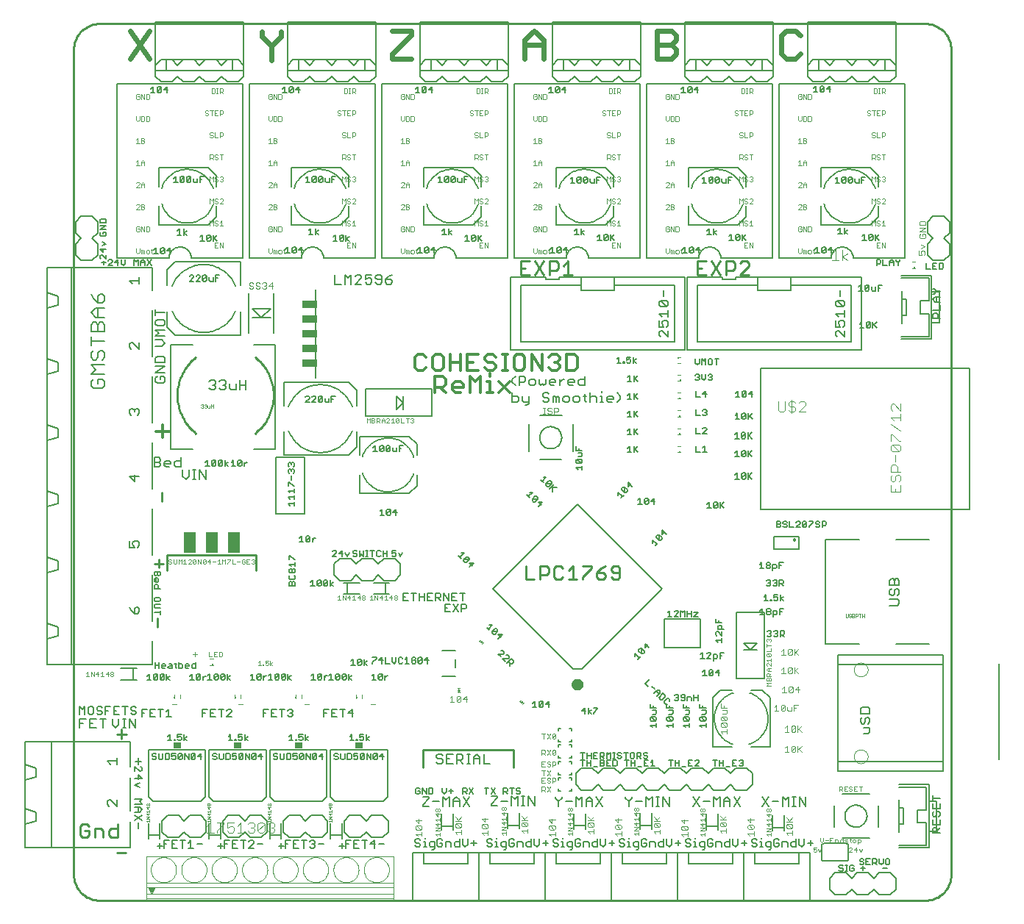
<source format=gto>
G75*
G70*
%OFA0B0*%
%FSLAX24Y24*%
%IPPOS*%
%LPD*%
%AMOC8*
5,1,8,0,0,1.08239X$1,22.5*
%
%ADD10C,0.0100*%
%ADD11C,0.0110*%
%ADD12C,0.0090*%
%ADD13C,0.0080*%
%ADD14C,0.0070*%
%ADD15C,0.0050*%
%ADD16C,0.0040*%
%ADD17C,0.0060*%
%ADD18C,0.0230*%
%ADD19C,0.0030*%
%ADD20C,0.0130*%
%ADD21C,0.0250*%
%ADD22C,0.0010*%
%ADD23R,0.0098X0.0089*%
%ADD24R,0.0660X0.0380*%
%ADD25C,0.0000*%
%ADD26C,0.0020*%
%ADD27R,0.0560X0.0980*%
%ADD28R,0.0340X0.0300*%
%ADD29R,0.0089X0.0098*%
D10*
X002330Y001759D02*
X002330Y039160D01*
X002332Y039226D01*
X002337Y039292D01*
X002347Y039358D01*
X002360Y039423D01*
X002376Y039487D01*
X002396Y039550D01*
X002420Y039612D01*
X002447Y039672D01*
X002477Y039731D01*
X002511Y039788D01*
X002548Y039843D01*
X002588Y039896D01*
X002630Y039947D01*
X002676Y039995D01*
X002724Y040041D01*
X002775Y040083D01*
X002828Y040123D01*
X002883Y040160D01*
X002940Y040194D01*
X002999Y040224D01*
X003059Y040251D01*
X003121Y040275D01*
X003184Y040295D01*
X003248Y040311D01*
X003313Y040324D01*
X003379Y040334D01*
X003445Y040339D01*
X003511Y040341D01*
X040913Y040341D01*
X040979Y040339D01*
X041045Y040334D01*
X041111Y040324D01*
X041176Y040311D01*
X041240Y040295D01*
X041303Y040275D01*
X041365Y040251D01*
X041425Y040224D01*
X041484Y040194D01*
X041541Y040160D01*
X041596Y040123D01*
X041649Y040083D01*
X041700Y040041D01*
X041748Y039995D01*
X041794Y039947D01*
X041836Y039896D01*
X041876Y039843D01*
X041913Y039788D01*
X041947Y039731D01*
X041977Y039672D01*
X042004Y039612D01*
X042028Y039550D01*
X042048Y039487D01*
X042064Y039423D01*
X042077Y039358D01*
X042087Y039292D01*
X042092Y039226D01*
X042094Y039160D01*
X042094Y001759D01*
X042092Y001693D01*
X042087Y001627D01*
X042077Y001561D01*
X042064Y001496D01*
X042048Y001432D01*
X042028Y001369D01*
X042004Y001307D01*
X041977Y001247D01*
X041947Y001188D01*
X041913Y001131D01*
X041876Y001076D01*
X041836Y001023D01*
X041794Y000972D01*
X041748Y000924D01*
X041700Y000878D01*
X041649Y000836D01*
X041596Y000796D01*
X041541Y000759D01*
X041484Y000725D01*
X041425Y000695D01*
X041365Y000668D01*
X041303Y000644D01*
X041240Y000624D01*
X041176Y000608D01*
X041111Y000595D01*
X041045Y000585D01*
X040979Y000580D01*
X040913Y000578D01*
X003511Y000578D01*
X003445Y000580D01*
X003379Y000585D01*
X003313Y000595D01*
X003248Y000608D01*
X003184Y000624D01*
X003121Y000644D01*
X003059Y000668D01*
X002999Y000695D01*
X002940Y000725D01*
X002883Y000759D01*
X002828Y000796D01*
X002775Y000836D01*
X002724Y000878D01*
X002676Y000924D01*
X002630Y000972D01*
X002588Y001023D01*
X002548Y001076D01*
X002511Y001131D01*
X002477Y001188D01*
X002447Y001247D01*
X002420Y001307D01*
X002396Y001369D01*
X002376Y001432D01*
X002360Y001496D01*
X002347Y001561D01*
X002337Y001627D01*
X002332Y001693D01*
X002330Y001759D01*
X006560Y015550D02*
X006560Y016250D01*
X010600Y016250D01*
X010600Y015550D01*
X007870Y021760D02*
X007787Y021828D01*
X007707Y021901D01*
X007631Y021977D01*
X007559Y022057D01*
X007491Y022141D01*
X007427Y022227D01*
X007367Y022317D01*
X007312Y022410D01*
X007261Y022505D01*
X007215Y022602D01*
X007174Y022702D01*
X007138Y022803D01*
X007106Y022906D01*
X007080Y023011D01*
X007059Y023117D01*
X007043Y023223D01*
X007033Y023330D01*
X007028Y023438D01*
X007028Y023546D01*
X007033Y023654D01*
X007043Y023761D01*
X007059Y023867D01*
X007080Y023973D01*
X007106Y024078D01*
X007138Y024181D01*
X007174Y024282D01*
X007215Y024382D01*
X007261Y024479D01*
X007312Y024574D01*
X007367Y024667D01*
X007427Y024757D01*
X007491Y024843D01*
X007559Y024927D01*
X007631Y025007D01*
X007707Y025083D01*
X007787Y025156D01*
X007870Y025224D01*
X010546Y025224D02*
X010629Y025156D01*
X010709Y025083D01*
X010785Y025007D01*
X010857Y024927D01*
X010925Y024843D01*
X010989Y024757D01*
X011049Y024667D01*
X011104Y024574D01*
X011155Y024479D01*
X011201Y024382D01*
X011242Y024282D01*
X011278Y024181D01*
X011310Y024078D01*
X011336Y023973D01*
X011357Y023867D01*
X011373Y023761D01*
X011383Y023654D01*
X011388Y023546D01*
X011388Y023438D01*
X011383Y023330D01*
X011373Y023223D01*
X011357Y023117D01*
X011336Y023011D01*
X011310Y022906D01*
X011278Y022803D01*
X011242Y022702D01*
X011201Y022602D01*
X011155Y022505D01*
X011104Y022410D01*
X011049Y022317D01*
X010989Y022227D01*
X010925Y022141D01*
X010857Y022057D01*
X010785Y021977D01*
X010709Y021901D01*
X010629Y021828D01*
X010546Y021760D01*
X018153Y007410D02*
X022247Y007410D01*
X022247Y006622D01*
X018153Y006622D02*
X018153Y007410D01*
D11*
X022816Y015147D02*
X023210Y015147D01*
X023461Y015147D02*
X023461Y015737D01*
X023756Y015737D01*
X023854Y015639D01*
X023854Y015442D01*
X023756Y015343D01*
X023461Y015343D01*
X022816Y015147D02*
X022816Y015737D01*
X024105Y015639D02*
X024105Y015245D01*
X024204Y015147D01*
X024400Y015147D01*
X024499Y015245D01*
X024750Y015147D02*
X025143Y015147D01*
X024947Y015147D02*
X024947Y015737D01*
X024750Y015540D01*
X024499Y015639D02*
X024400Y015737D01*
X024204Y015737D01*
X024105Y015639D01*
X025394Y015737D02*
X025788Y015737D01*
X025788Y015639D01*
X025394Y015245D01*
X025394Y015147D01*
X026039Y015245D02*
X026137Y015147D01*
X026334Y015147D01*
X026433Y015245D01*
X026433Y015343D01*
X026334Y015442D01*
X026039Y015442D01*
X026039Y015245D01*
X026039Y015442D02*
X026236Y015639D01*
X026433Y015737D01*
X026683Y015639D02*
X026683Y015540D01*
X026782Y015442D01*
X027077Y015442D01*
X027077Y015245D02*
X027077Y015639D01*
X026979Y015737D01*
X026782Y015737D01*
X026683Y015639D01*
X026683Y015245D02*
X026782Y015147D01*
X026979Y015147D01*
X027077Y015245D01*
X006402Y015860D02*
X006008Y015860D01*
X006205Y015663D02*
X006205Y016057D01*
X006330Y018682D02*
X006330Y019075D01*
X006130Y013375D02*
X006130Y012982D01*
X004318Y004036D02*
X004318Y003445D01*
X004023Y003445D01*
X003924Y003543D01*
X003924Y003740D01*
X004023Y003839D01*
X004318Y003839D01*
X003673Y003740D02*
X003673Y003445D01*
X003673Y003740D02*
X003575Y003839D01*
X003280Y003839D01*
X003280Y003445D01*
X003029Y003543D02*
X003029Y003740D01*
X002832Y003740D01*
X003029Y003543D02*
X002930Y003445D01*
X002733Y003445D01*
X002635Y003543D01*
X002635Y003937D01*
X002733Y004036D01*
X002930Y004036D01*
X003029Y003937D01*
D12*
X004288Y002759D02*
X004695Y002759D01*
X004511Y007922D02*
X004511Y008329D01*
X004714Y008125D02*
X004307Y008125D01*
X022590Y028953D02*
X022997Y028953D01*
X023235Y028953D02*
X023642Y029563D01*
X023879Y029563D02*
X024185Y029563D01*
X024286Y029461D01*
X024286Y029258D01*
X024185Y029156D01*
X023879Y029156D01*
X023879Y028953D02*
X023879Y029563D01*
X023235Y029563D02*
X023642Y028953D01*
X024524Y028953D02*
X024931Y028953D01*
X024727Y028953D02*
X024727Y029563D01*
X024524Y029360D01*
X022997Y029563D02*
X022590Y029563D01*
X022590Y028953D01*
X022590Y029258D02*
X022794Y029258D01*
X030590Y029258D02*
X030794Y029258D01*
X030997Y029563D02*
X030590Y029563D01*
X030590Y028953D01*
X030997Y028953D01*
X031235Y028953D02*
X031642Y029563D01*
X031879Y029563D02*
X032185Y029563D01*
X032286Y029461D01*
X032286Y029258D01*
X032185Y029156D01*
X031879Y029156D01*
X031879Y028953D02*
X031879Y029563D01*
X031235Y029563D02*
X031642Y028953D01*
X032524Y028953D02*
X032931Y029360D01*
X032931Y029461D01*
X032829Y029563D01*
X032626Y029563D01*
X032524Y029461D01*
X032524Y028953D02*
X032931Y028953D01*
D13*
X033339Y028856D02*
X034821Y028856D01*
X038017Y028856D01*
X038017Y025549D01*
X030143Y025549D01*
X030143Y028856D01*
X031742Y028856D01*
X031742Y028738D01*
X032324Y028738D01*
X032324Y028856D01*
X033339Y028856D01*
X033339Y028246D01*
X034821Y028246D01*
X034821Y028856D01*
X034821Y028492D02*
X037574Y028492D01*
X037574Y025913D01*
X030586Y025913D01*
X030586Y028492D01*
X033339Y028492D01*
X032431Y031216D02*
X030187Y031216D01*
X030187Y032082D01*
X030187Y032948D02*
X030187Y033814D01*
X032431Y033814D01*
X032785Y033460D01*
X032785Y032948D01*
X032785Y032082D02*
X032785Y031570D01*
X032431Y031216D01*
X032647Y032141D02*
X032624Y032076D01*
X032598Y032013D01*
X032568Y031952D01*
X032534Y031892D01*
X032498Y031834D01*
X032458Y031778D01*
X032415Y031725D01*
X032369Y031674D01*
X032320Y031626D01*
X032269Y031581D01*
X032215Y031538D01*
X032159Y031499D01*
X032101Y031463D01*
X032040Y031430D01*
X031978Y031401D01*
X031915Y031375D01*
X031850Y031353D01*
X031784Y031334D01*
X031717Y031320D01*
X031650Y031309D01*
X031581Y031302D01*
X031513Y031298D01*
X031444Y031299D01*
X031376Y031303D01*
X031308Y031312D01*
X031241Y031324D01*
X031174Y031339D01*
X031108Y031359D01*
X031044Y031382D01*
X030981Y031409D01*
X030919Y031440D01*
X030860Y031473D01*
X030802Y031510D01*
X030747Y031551D01*
X030694Y031594D01*
X030643Y031640D01*
X030595Y031689D01*
X030550Y031741D01*
X030508Y031795D01*
X030469Y031851D01*
X030433Y031910D01*
X030401Y031970D01*
X030372Y032032D01*
X030346Y032096D01*
X030325Y032161D01*
X030325Y032889D02*
X030348Y032954D01*
X030374Y033017D01*
X030404Y033078D01*
X030438Y033138D01*
X030474Y033196D01*
X030514Y033252D01*
X030557Y033305D01*
X030603Y033356D01*
X030652Y033404D01*
X030703Y033449D01*
X030757Y033492D01*
X030813Y033531D01*
X030871Y033567D01*
X030932Y033600D01*
X030994Y033629D01*
X031057Y033655D01*
X031122Y033677D01*
X031188Y033696D01*
X031255Y033710D01*
X031322Y033721D01*
X031391Y033728D01*
X031459Y033732D01*
X031528Y033731D01*
X031596Y033727D01*
X031664Y033718D01*
X031731Y033706D01*
X031798Y033691D01*
X031864Y033671D01*
X031928Y033648D01*
X031991Y033621D01*
X032053Y033590D01*
X032112Y033557D01*
X032170Y033520D01*
X032225Y033479D01*
X032278Y033436D01*
X032329Y033390D01*
X032377Y033341D01*
X032422Y033289D01*
X032464Y033235D01*
X032503Y033179D01*
X032539Y033120D01*
X032571Y033060D01*
X032600Y032998D01*
X032626Y032934D01*
X032647Y032869D01*
X036187Y032948D02*
X036187Y033814D01*
X038431Y033814D01*
X038785Y033460D01*
X038785Y032948D01*
X038785Y032082D02*
X038785Y031570D01*
X038431Y031216D01*
X036187Y031216D01*
X036187Y032082D01*
X036325Y032889D02*
X036348Y032954D01*
X036374Y033017D01*
X036404Y033078D01*
X036438Y033138D01*
X036474Y033196D01*
X036514Y033252D01*
X036557Y033305D01*
X036603Y033356D01*
X036652Y033404D01*
X036703Y033449D01*
X036757Y033492D01*
X036813Y033531D01*
X036871Y033567D01*
X036932Y033600D01*
X036994Y033629D01*
X037057Y033655D01*
X037122Y033677D01*
X037188Y033696D01*
X037255Y033710D01*
X037322Y033721D01*
X037391Y033728D01*
X037459Y033732D01*
X037528Y033731D01*
X037596Y033727D01*
X037664Y033718D01*
X037731Y033706D01*
X037798Y033691D01*
X037864Y033671D01*
X037928Y033648D01*
X037991Y033621D01*
X038053Y033590D01*
X038112Y033557D01*
X038170Y033520D01*
X038225Y033479D01*
X038278Y033436D01*
X038329Y033390D01*
X038377Y033341D01*
X038422Y033289D01*
X038464Y033235D01*
X038503Y033179D01*
X038539Y033120D01*
X038571Y033060D01*
X038600Y032998D01*
X038626Y032934D01*
X038647Y032869D01*
X038647Y032141D02*
X038624Y032076D01*
X038598Y032013D01*
X038568Y031952D01*
X038534Y031892D01*
X038498Y031834D01*
X038458Y031778D01*
X038415Y031725D01*
X038369Y031674D01*
X038320Y031626D01*
X038269Y031581D01*
X038215Y031538D01*
X038159Y031499D01*
X038101Y031463D01*
X038040Y031430D01*
X037978Y031401D01*
X037915Y031375D01*
X037850Y031353D01*
X037784Y031334D01*
X037717Y031320D01*
X037650Y031309D01*
X037581Y031302D01*
X037513Y031298D01*
X037444Y031299D01*
X037376Y031303D01*
X037308Y031312D01*
X037241Y031324D01*
X037174Y031339D01*
X037108Y031359D01*
X037044Y031382D01*
X036981Y031409D01*
X036919Y031440D01*
X036860Y031473D01*
X036802Y031510D01*
X036747Y031551D01*
X036694Y031594D01*
X036643Y031640D01*
X036595Y031689D01*
X036550Y031741D01*
X036508Y031795D01*
X036469Y031851D01*
X036433Y031910D01*
X036401Y031970D01*
X036372Y032032D01*
X036346Y032096D01*
X036325Y032161D01*
X037067Y028250D02*
X037067Y027970D01*
X036927Y027789D02*
X037207Y027509D01*
X037278Y027579D01*
X037278Y027719D01*
X037207Y027789D01*
X036927Y027789D01*
X036857Y027719D01*
X036857Y027579D01*
X036927Y027509D01*
X037207Y027509D01*
X037278Y027329D02*
X037278Y027049D01*
X037278Y027189D02*
X036857Y027189D01*
X036997Y027049D01*
X037067Y026869D02*
X037207Y026869D01*
X037278Y026799D01*
X037278Y026658D01*
X037207Y026588D01*
X037067Y026588D02*
X036997Y026729D01*
X036997Y026799D01*
X037067Y026869D01*
X036857Y026869D02*
X036857Y026588D01*
X037067Y026588D01*
X036997Y026408D02*
X036927Y026408D01*
X036857Y026338D01*
X036857Y026198D01*
X036927Y026128D01*
X036997Y026408D02*
X037278Y026128D01*
X037278Y026408D01*
X041018Y029859D02*
X041018Y030359D01*
X041268Y030609D01*
X041018Y030859D01*
X041018Y031359D01*
X041268Y031609D01*
X041768Y031609D01*
X042018Y031359D01*
X042018Y030859D01*
X041768Y030609D01*
X042018Y030359D01*
X042018Y029859D01*
X041768Y029609D01*
X041268Y029609D01*
X041018Y029859D01*
X039330Y037703D02*
X038830Y037703D01*
X038580Y037953D01*
X038330Y037703D01*
X037830Y037703D01*
X037580Y037953D01*
X037330Y037703D01*
X036830Y037703D01*
X036580Y037953D01*
X036330Y037703D01*
X035830Y037703D01*
X035580Y037953D01*
X035580Y038453D01*
X035830Y038703D01*
X036330Y038703D01*
X036580Y038453D01*
X036830Y038703D01*
X037330Y038703D01*
X037580Y038453D01*
X037830Y038703D01*
X038330Y038703D01*
X038580Y038453D01*
X038830Y038703D01*
X039330Y038703D01*
X039580Y038453D01*
X039580Y037953D01*
X039330Y037703D01*
X034018Y037953D02*
X033768Y037703D01*
X033268Y037703D01*
X033018Y037953D01*
X032768Y037703D01*
X032268Y037703D01*
X032018Y037953D01*
X031768Y037703D01*
X031268Y037703D01*
X031018Y037953D01*
X030768Y037703D01*
X030268Y037703D01*
X030018Y037953D01*
X030018Y038453D01*
X030268Y038703D01*
X030768Y038703D01*
X031018Y038453D01*
X031268Y038703D01*
X031768Y038703D01*
X032018Y038453D01*
X032268Y038703D01*
X032768Y038703D01*
X033018Y038453D01*
X033268Y038703D01*
X033768Y038703D01*
X034018Y038453D01*
X034018Y037953D01*
X028018Y037953D02*
X028018Y038453D01*
X027768Y038703D01*
X027268Y038703D01*
X027018Y038453D01*
X026768Y038703D01*
X026268Y038703D01*
X026018Y038453D01*
X025768Y038703D01*
X025268Y038703D01*
X025018Y038453D01*
X024768Y038703D01*
X024268Y038703D01*
X024018Y038453D01*
X024018Y037953D01*
X024268Y037703D01*
X024768Y037703D01*
X025018Y037953D01*
X025268Y037703D01*
X025768Y037703D01*
X026018Y037953D01*
X026268Y037703D01*
X026768Y037703D01*
X027018Y037953D01*
X027268Y037703D01*
X027768Y037703D01*
X028018Y037953D01*
X026431Y033814D02*
X024187Y033814D01*
X024187Y032948D01*
X024187Y032082D02*
X024187Y031216D01*
X026431Y031216D01*
X026785Y031570D01*
X026785Y032082D01*
X026785Y032948D02*
X026785Y033460D01*
X026431Y033814D01*
X026647Y032141D02*
X026624Y032076D01*
X026598Y032013D01*
X026568Y031952D01*
X026534Y031892D01*
X026498Y031834D01*
X026458Y031778D01*
X026415Y031725D01*
X026369Y031674D01*
X026320Y031626D01*
X026269Y031581D01*
X026215Y031538D01*
X026159Y031499D01*
X026101Y031463D01*
X026040Y031430D01*
X025978Y031401D01*
X025915Y031375D01*
X025850Y031353D01*
X025784Y031334D01*
X025717Y031320D01*
X025650Y031309D01*
X025581Y031302D01*
X025513Y031298D01*
X025444Y031299D01*
X025376Y031303D01*
X025308Y031312D01*
X025241Y031324D01*
X025174Y031339D01*
X025108Y031359D01*
X025044Y031382D01*
X024981Y031409D01*
X024919Y031440D01*
X024860Y031473D01*
X024802Y031510D01*
X024747Y031551D01*
X024694Y031594D01*
X024643Y031640D01*
X024595Y031689D01*
X024550Y031741D01*
X024508Y031795D01*
X024469Y031851D01*
X024433Y031910D01*
X024401Y031970D01*
X024372Y032032D01*
X024346Y032096D01*
X024325Y032161D01*
X024325Y032889D02*
X024348Y032954D01*
X024374Y033017D01*
X024404Y033078D01*
X024438Y033138D01*
X024474Y033196D01*
X024514Y033252D01*
X024557Y033305D01*
X024603Y033356D01*
X024652Y033404D01*
X024703Y033449D01*
X024757Y033492D01*
X024813Y033531D01*
X024871Y033567D01*
X024932Y033600D01*
X024994Y033629D01*
X025057Y033655D01*
X025122Y033677D01*
X025188Y033696D01*
X025255Y033710D01*
X025322Y033721D01*
X025391Y033728D01*
X025459Y033732D01*
X025528Y033731D01*
X025596Y033727D01*
X025664Y033718D01*
X025731Y033706D01*
X025798Y033691D01*
X025864Y033671D01*
X025928Y033648D01*
X025991Y033621D01*
X026053Y033590D01*
X026112Y033557D01*
X026170Y033520D01*
X026225Y033479D01*
X026278Y033436D01*
X026329Y033390D01*
X026377Y033341D01*
X026422Y033289D01*
X026464Y033235D01*
X026503Y033179D01*
X026539Y033120D01*
X026571Y033060D01*
X026600Y032998D01*
X026626Y032934D01*
X026647Y032869D01*
X026821Y028856D02*
X025339Y028856D01*
X025339Y028246D01*
X026821Y028246D01*
X026821Y028856D01*
X030017Y028856D01*
X030017Y025549D01*
X022143Y025549D01*
X022143Y028856D01*
X023742Y028856D01*
X023742Y028738D01*
X024324Y028738D01*
X024324Y028856D01*
X025339Y028856D01*
X025339Y028492D02*
X022586Y028492D01*
X022586Y025913D01*
X029574Y025913D01*
X029574Y028492D01*
X026821Y028492D01*
X028857Y027719D02*
X028857Y027579D01*
X028927Y027509D01*
X029207Y027509D01*
X028927Y027789D01*
X029207Y027789D01*
X029278Y027719D01*
X029278Y027579D01*
X029207Y027509D01*
X029278Y027329D02*
X029278Y027049D01*
X029278Y027189D02*
X028857Y027189D01*
X028997Y027049D01*
X029067Y026869D02*
X029207Y026869D01*
X029278Y026799D01*
X029278Y026658D01*
X029207Y026588D01*
X029067Y026588D02*
X028997Y026729D01*
X028997Y026799D01*
X029067Y026869D01*
X028857Y026869D02*
X028857Y026588D01*
X029067Y026588D01*
X028997Y026408D02*
X028927Y026408D01*
X028857Y026338D01*
X028857Y026198D01*
X028927Y026128D01*
X028997Y026408D02*
X029278Y026128D01*
X029278Y026408D01*
X028857Y027719D02*
X028927Y027789D01*
X029067Y027970D02*
X029067Y028250D01*
X025480Y024350D02*
X025480Y023930D01*
X025270Y023930D01*
X025200Y024000D01*
X025200Y024140D01*
X025270Y024210D01*
X025480Y024210D01*
X025020Y024140D02*
X025020Y024070D01*
X024740Y024070D01*
X024740Y024000D02*
X024740Y024140D01*
X024810Y024210D01*
X024950Y024210D01*
X025020Y024140D01*
X024950Y023930D02*
X024810Y023930D01*
X024740Y024000D01*
X024566Y024210D02*
X024496Y024210D01*
X024356Y024070D01*
X024356Y023930D02*
X024356Y024210D01*
X024176Y024140D02*
X024176Y024070D01*
X023896Y024070D01*
X023896Y024000D02*
X023896Y024140D01*
X023966Y024210D01*
X024106Y024210D01*
X024176Y024140D01*
X024106Y023930D02*
X023966Y023930D01*
X023896Y024000D01*
X023715Y024000D02*
X023715Y024210D01*
X023715Y024000D02*
X023645Y023930D01*
X023575Y024000D01*
X023505Y023930D01*
X023435Y024000D01*
X023435Y024210D01*
X023255Y024140D02*
X023185Y024210D01*
X023045Y024210D01*
X022975Y024140D01*
X022975Y024000D01*
X023045Y023930D01*
X023185Y023930D01*
X023255Y024000D01*
X023255Y024140D01*
X022795Y024140D02*
X022725Y024070D01*
X022514Y024070D01*
X022514Y023930D02*
X022514Y024350D01*
X022725Y024350D01*
X022795Y024280D01*
X022795Y024140D01*
X022348Y023930D02*
X022208Y024070D01*
X022208Y024210D01*
X022348Y024350D01*
X022208Y023600D02*
X022208Y023180D01*
X022418Y023180D01*
X022488Y023250D01*
X022488Y023390D01*
X022418Y023460D01*
X022208Y023460D01*
X022668Y023460D02*
X022668Y023250D01*
X022738Y023180D01*
X022948Y023180D01*
X022948Y023110D02*
X022878Y023040D01*
X022808Y023040D01*
X022948Y023110D02*
X022948Y023460D01*
X023589Y023460D02*
X023659Y023390D01*
X023799Y023390D01*
X023869Y023320D01*
X023869Y023250D01*
X023799Y023180D01*
X023659Y023180D01*
X023589Y023250D01*
X023589Y023460D02*
X023589Y023530D01*
X023659Y023600D01*
X023799Y023600D01*
X023869Y023530D01*
X024049Y023460D02*
X024049Y023180D01*
X024189Y023180D02*
X024189Y023390D01*
X024259Y023460D01*
X024329Y023390D01*
X024329Y023180D01*
X024509Y023250D02*
X024580Y023180D01*
X024720Y023180D01*
X024790Y023250D01*
X024790Y023390D01*
X024720Y023460D01*
X024580Y023460D01*
X024509Y023390D01*
X024509Y023250D01*
X024189Y023390D02*
X024119Y023460D01*
X024049Y023460D01*
X024970Y023390D02*
X024970Y023250D01*
X025040Y023180D01*
X025180Y023180D01*
X025250Y023250D01*
X025250Y023390D01*
X025180Y023460D01*
X025040Y023460D01*
X024970Y023390D01*
X025430Y023460D02*
X025570Y023460D01*
X025500Y023530D02*
X025500Y023250D01*
X025570Y023180D01*
X025737Y023180D02*
X025737Y023600D01*
X025807Y023460D02*
X025737Y023390D01*
X025807Y023460D02*
X025947Y023460D01*
X026017Y023390D01*
X026017Y023180D01*
X026198Y023180D02*
X026338Y023180D01*
X026268Y023180D02*
X026268Y023460D01*
X026198Y023460D01*
X026268Y023600D02*
X026268Y023670D01*
X026504Y023390D02*
X026575Y023460D01*
X026715Y023460D01*
X026785Y023390D01*
X026785Y023320D01*
X026504Y023320D01*
X026504Y023250D02*
X026504Y023390D01*
X026504Y023250D02*
X026575Y023180D01*
X026715Y023180D01*
X026965Y023180D02*
X027105Y023320D01*
X027105Y023460D01*
X026965Y023600D01*
X024948Y022168D02*
X024948Y020955D01*
X024436Y020562D02*
X023460Y020562D01*
X022948Y020955D02*
X022948Y022168D01*
X023460Y022562D02*
X024448Y022562D01*
X023448Y021562D02*
X023450Y021606D01*
X023456Y021650D01*
X023466Y021693D01*
X023479Y021735D01*
X023496Y021776D01*
X023517Y021815D01*
X023541Y021852D01*
X023568Y021887D01*
X023598Y021919D01*
X023631Y021949D01*
X023667Y021975D01*
X023704Y021999D01*
X023744Y022018D01*
X023785Y022035D01*
X023828Y022047D01*
X023871Y022056D01*
X023915Y022061D01*
X023959Y022062D01*
X024003Y022059D01*
X024047Y022052D01*
X024090Y022041D01*
X024132Y022027D01*
X024172Y022009D01*
X024211Y021987D01*
X024247Y021963D01*
X024281Y021935D01*
X024313Y021904D01*
X024342Y021870D01*
X024368Y021834D01*
X024390Y021796D01*
X024409Y021756D01*
X024424Y021714D01*
X024436Y021672D01*
X024444Y021628D01*
X024448Y021584D01*
X024448Y021540D01*
X024444Y021496D01*
X024436Y021452D01*
X024424Y021410D01*
X024409Y021368D01*
X024390Y021328D01*
X024368Y021290D01*
X024342Y021254D01*
X024313Y021220D01*
X024281Y021189D01*
X024247Y021161D01*
X024211Y021137D01*
X024172Y021115D01*
X024132Y021097D01*
X024090Y021083D01*
X024047Y021072D01*
X024003Y021065D01*
X023959Y021062D01*
X023915Y021063D01*
X023871Y021068D01*
X023828Y021077D01*
X023785Y021089D01*
X023744Y021106D01*
X023704Y021125D01*
X023667Y021149D01*
X023631Y021175D01*
X023598Y021205D01*
X023568Y021237D01*
X023541Y021272D01*
X023517Y021309D01*
X023496Y021348D01*
X023479Y021389D01*
X023466Y021431D01*
X023456Y021474D01*
X023450Y021518D01*
X023448Y021562D01*
X025165Y018534D02*
X028991Y014707D01*
X025373Y011089D01*
X024956Y011089D01*
X021338Y014707D01*
X025165Y018534D01*
X029108Y013357D02*
X029108Y012057D01*
X030722Y012057D01*
X030722Y013357D01*
X029108Y013357D01*
X032369Y013650D02*
X032369Y010656D01*
X033450Y010656D01*
X033629Y010656D01*
X033629Y013650D01*
X032450Y013650D01*
X032369Y013650D01*
X032699Y012248D02*
X032999Y011948D01*
X033299Y011948D01*
X033299Y012248D02*
X032999Y011948D01*
X032699Y011948D01*
X032699Y012248D02*
X033299Y012248D01*
X033525Y010127D02*
X033013Y010127D01*
X033525Y010127D02*
X033879Y009772D01*
X033879Y007528D01*
X033013Y007528D01*
X032147Y007528D02*
X031281Y007528D01*
X031281Y009772D01*
X031635Y010127D01*
X032147Y010127D01*
X032954Y009989D02*
X033019Y009966D01*
X033082Y009940D01*
X033143Y009910D01*
X033203Y009876D01*
X033261Y009840D01*
X033317Y009800D01*
X033370Y009757D01*
X033421Y009711D01*
X033469Y009662D01*
X033514Y009611D01*
X033557Y009557D01*
X033596Y009501D01*
X033632Y009443D01*
X033665Y009382D01*
X033694Y009320D01*
X033720Y009257D01*
X033742Y009192D01*
X033761Y009126D01*
X033775Y009059D01*
X033786Y008992D01*
X033793Y008923D01*
X033797Y008855D01*
X033796Y008786D01*
X033792Y008718D01*
X033783Y008650D01*
X033771Y008583D01*
X033756Y008516D01*
X033736Y008450D01*
X033713Y008386D01*
X033686Y008323D01*
X033655Y008261D01*
X033622Y008202D01*
X033585Y008144D01*
X033544Y008089D01*
X033501Y008036D01*
X033455Y007985D01*
X033406Y007937D01*
X033354Y007892D01*
X033300Y007850D01*
X033244Y007811D01*
X033185Y007775D01*
X033125Y007743D01*
X033063Y007714D01*
X032999Y007688D01*
X032934Y007667D01*
X032830Y006578D02*
X032330Y006578D01*
X032080Y006328D01*
X031830Y006578D01*
X031330Y006578D01*
X031080Y006328D01*
X030830Y006578D01*
X030330Y006578D01*
X030080Y006328D01*
X029830Y006578D01*
X029330Y006578D01*
X029080Y006328D01*
X028830Y006578D01*
X028330Y006578D01*
X028080Y006328D01*
X027830Y006578D01*
X027330Y006578D01*
X027080Y006328D01*
X026830Y006578D01*
X026330Y006578D01*
X026080Y006328D01*
X025830Y006578D01*
X025330Y006578D01*
X025080Y006328D01*
X025080Y005828D01*
X025330Y005578D01*
X025830Y005578D01*
X026080Y005828D01*
X026330Y005578D01*
X026830Y005578D01*
X027080Y005828D01*
X027330Y005578D01*
X027830Y005578D01*
X028080Y005828D01*
X028330Y005578D01*
X028830Y005578D01*
X029080Y005828D01*
X029330Y005578D01*
X029830Y005578D01*
X030080Y005828D01*
X030330Y005578D01*
X030830Y005578D01*
X031080Y005828D01*
X031330Y005578D01*
X031830Y005578D01*
X032080Y005828D01*
X032330Y005578D01*
X032830Y005578D01*
X033080Y005828D01*
X033080Y006328D01*
X032830Y006578D01*
X032206Y007666D02*
X032141Y007689D01*
X032078Y007715D01*
X032017Y007745D01*
X031957Y007779D01*
X031899Y007815D01*
X031843Y007855D01*
X031790Y007898D01*
X031739Y007944D01*
X031691Y007993D01*
X031646Y008044D01*
X031603Y008098D01*
X031564Y008154D01*
X031528Y008212D01*
X031495Y008273D01*
X031466Y008335D01*
X031440Y008398D01*
X031418Y008463D01*
X031399Y008529D01*
X031385Y008596D01*
X031374Y008663D01*
X031367Y008732D01*
X031363Y008800D01*
X031364Y008869D01*
X031368Y008937D01*
X031377Y009005D01*
X031389Y009072D01*
X031404Y009139D01*
X031424Y009205D01*
X031447Y009269D01*
X031474Y009332D01*
X031505Y009394D01*
X031538Y009453D01*
X031575Y009511D01*
X031616Y009566D01*
X031659Y009619D01*
X031705Y009670D01*
X031754Y009718D01*
X031806Y009763D01*
X031860Y009805D01*
X031916Y009844D01*
X031975Y009880D01*
X032035Y009912D01*
X032097Y009941D01*
X032161Y009967D01*
X032226Y009988D01*
X036394Y012209D02*
X037930Y012209D01*
X036394Y012209D02*
X036394Y016933D01*
X037930Y016933D01*
X039583Y016933D02*
X041079Y016933D01*
X039661Y015161D02*
X039731Y015090D01*
X039731Y014880D01*
X039311Y014880D01*
X039311Y015090D01*
X039381Y015161D01*
X039451Y015161D01*
X039521Y015090D01*
X039521Y014880D01*
X039591Y014700D02*
X039661Y014700D01*
X039731Y014630D01*
X039731Y014490D01*
X039661Y014420D01*
X039521Y014490D02*
X039521Y014630D01*
X039591Y014700D01*
X039381Y014700D02*
X039311Y014630D01*
X039311Y014490D01*
X039381Y014420D01*
X039451Y014420D01*
X039521Y014490D01*
X039661Y014240D02*
X039311Y014240D01*
X039311Y013960D02*
X039661Y013960D01*
X039731Y014030D01*
X039731Y014170D01*
X039661Y014240D01*
X039521Y015090D02*
X039591Y015161D01*
X039661Y015161D01*
X039583Y012209D02*
X041079Y012209D01*
X038338Y009334D02*
X038058Y009334D01*
X037988Y009264D01*
X037988Y009054D01*
X038408Y009054D01*
X038408Y009264D01*
X038338Y009334D01*
X038338Y008873D02*
X038408Y008803D01*
X038408Y008663D01*
X038338Y008593D01*
X038198Y008663D02*
X038198Y008803D01*
X038268Y008873D01*
X038338Y008873D01*
X038198Y008663D02*
X038128Y008593D01*
X038058Y008593D01*
X037988Y008663D01*
X037988Y008803D01*
X038058Y008873D01*
X038128Y008413D02*
X038408Y008413D01*
X038408Y008203D01*
X038338Y008133D01*
X038128Y008133D01*
X038386Y005401D02*
X037173Y005401D01*
X036779Y004889D02*
X036779Y003912D01*
X037173Y003401D02*
X038386Y003401D01*
X038779Y003901D02*
X038779Y004889D01*
X037279Y004401D02*
X037281Y004445D01*
X037287Y004489D01*
X037297Y004532D01*
X037310Y004574D01*
X037327Y004615D01*
X037348Y004654D01*
X037372Y004691D01*
X037399Y004726D01*
X037429Y004758D01*
X037462Y004788D01*
X037498Y004814D01*
X037535Y004838D01*
X037575Y004857D01*
X037616Y004874D01*
X037659Y004886D01*
X037702Y004895D01*
X037746Y004900D01*
X037790Y004901D01*
X037834Y004898D01*
X037878Y004891D01*
X037921Y004880D01*
X037963Y004866D01*
X038003Y004848D01*
X038042Y004826D01*
X038078Y004802D01*
X038112Y004774D01*
X038144Y004743D01*
X038173Y004709D01*
X038199Y004673D01*
X038221Y004635D01*
X038240Y004595D01*
X038255Y004553D01*
X038267Y004511D01*
X038275Y004467D01*
X038279Y004423D01*
X038279Y004379D01*
X038275Y004335D01*
X038267Y004291D01*
X038255Y004249D01*
X038240Y004207D01*
X038221Y004167D01*
X038199Y004129D01*
X038173Y004093D01*
X038144Y004059D01*
X038112Y004028D01*
X038078Y004000D01*
X038042Y003976D01*
X038003Y003954D01*
X037963Y003936D01*
X037921Y003922D01*
X037878Y003911D01*
X037834Y003904D01*
X037790Y003901D01*
X037746Y003902D01*
X037702Y003907D01*
X037659Y003916D01*
X037616Y003928D01*
X037575Y003945D01*
X037535Y003964D01*
X037498Y003988D01*
X037462Y004014D01*
X037429Y004044D01*
X037399Y004076D01*
X037372Y004111D01*
X037348Y004148D01*
X037327Y004187D01*
X037310Y004228D01*
X037297Y004270D01*
X037287Y004313D01*
X037281Y004357D01*
X037279Y004401D01*
X037330Y001828D02*
X036830Y001828D01*
X036580Y001578D01*
X036580Y001078D01*
X036830Y000828D01*
X037330Y000828D01*
X037580Y001078D01*
X037830Y000828D01*
X038330Y000828D01*
X038580Y001078D01*
X038830Y000828D01*
X039330Y000828D01*
X039580Y001078D01*
X039580Y001578D01*
X039330Y001828D01*
X038830Y001828D01*
X038580Y001578D01*
X038330Y001828D01*
X037830Y001828D01*
X037580Y001578D01*
X037330Y001828D01*
X034516Y003730D02*
X034516Y003887D01*
X034005Y003887D01*
X034005Y004439D01*
X034516Y004439D02*
X034516Y003887D01*
X034005Y003887D02*
X034005Y003730D01*
X031516Y003792D02*
X031516Y003949D01*
X031005Y003949D01*
X031005Y004500D01*
X031516Y004500D02*
X031516Y003949D01*
X031005Y003949D02*
X031005Y003792D01*
X028516Y003820D02*
X028516Y003977D01*
X028005Y003977D01*
X028005Y004529D01*
X028516Y004529D02*
X028516Y003977D01*
X028005Y003977D02*
X028005Y003820D01*
X025516Y003813D02*
X025516Y003971D01*
X025005Y003971D01*
X025005Y004522D01*
X025516Y004522D02*
X025516Y003971D01*
X025005Y003971D02*
X025005Y003813D01*
X022516Y003833D02*
X022516Y003990D01*
X022005Y003990D01*
X022005Y004542D01*
X022516Y004542D02*
X022516Y003990D01*
X022005Y003990D02*
X022005Y003833D01*
X019516Y003790D02*
X019516Y003948D01*
X019005Y003948D01*
X019005Y004499D01*
X019516Y004499D02*
X019516Y003948D01*
X019005Y003948D02*
X019005Y003790D01*
X016580Y003678D02*
X016580Y004178D01*
X016330Y004428D01*
X015830Y004428D01*
X015580Y004178D01*
X015330Y004428D01*
X014830Y004428D01*
X014580Y004178D01*
X014580Y003678D01*
X014830Y003428D01*
X015330Y003428D01*
X015580Y003678D01*
X015830Y003428D01*
X016330Y003428D01*
X016580Y003678D01*
X016360Y005072D02*
X014175Y005072D01*
X013978Y005268D01*
X013978Y007424D01*
X016557Y007424D01*
X016557Y005268D01*
X016360Y005072D01*
X014486Y004082D02*
X014486Y003531D01*
X013974Y003531D01*
X013974Y004082D01*
X013830Y004178D02*
X013830Y003678D01*
X013580Y003428D01*
X013080Y003428D01*
X012830Y003678D01*
X012580Y003428D01*
X012080Y003428D01*
X011830Y003678D01*
X011830Y004178D01*
X012080Y004428D01*
X012580Y004428D01*
X012830Y004178D01*
X013080Y004428D01*
X013580Y004428D01*
X013830Y004178D01*
X013974Y003531D02*
X013974Y003373D01*
X014486Y003373D02*
X014486Y003531D01*
X013610Y005072D02*
X011425Y005072D01*
X011228Y005268D01*
X011228Y007424D01*
X013807Y007424D01*
X013807Y005268D01*
X013610Y005072D01*
X011736Y004082D02*
X011736Y003531D01*
X011224Y003531D01*
X011224Y004082D01*
X011080Y004178D02*
X011080Y003678D01*
X010830Y003428D01*
X010330Y003428D01*
X010080Y003678D01*
X009830Y003428D01*
X009330Y003428D01*
X009080Y003678D01*
X009080Y004178D01*
X009330Y004428D01*
X009830Y004428D01*
X010080Y004178D01*
X010330Y004428D01*
X010830Y004428D01*
X011080Y004178D01*
X011224Y003531D02*
X011224Y003373D01*
X011736Y003373D02*
X011736Y003531D01*
X010860Y005072D02*
X008675Y005072D01*
X008478Y005268D01*
X008478Y007424D01*
X011057Y007424D01*
X011057Y005268D01*
X010860Y005072D01*
X008986Y004082D02*
X008986Y003531D01*
X008474Y003531D01*
X008474Y004082D01*
X008330Y004178D02*
X008330Y003678D01*
X008080Y003428D01*
X007580Y003428D01*
X007330Y003678D01*
X007080Y003428D01*
X006580Y003428D01*
X006330Y003678D01*
X006330Y004178D01*
X006580Y004428D01*
X007080Y004428D01*
X007330Y004178D01*
X007580Y004428D01*
X008080Y004428D01*
X008330Y004178D01*
X008474Y003531D02*
X008474Y003373D01*
X008986Y003373D02*
X008986Y003531D01*
X008110Y005072D02*
X005925Y005072D01*
X005728Y005268D01*
X005728Y007424D01*
X008307Y007424D01*
X008307Y005268D01*
X008110Y005072D01*
X006236Y004082D02*
X006236Y003531D01*
X005724Y003531D01*
X005724Y004082D01*
X005724Y003531D02*
X005724Y003373D01*
X006236Y003373D02*
X006236Y003531D01*
X005136Y008399D02*
X005136Y008819D01*
X004856Y008819D02*
X004856Y008399D01*
X004689Y008399D02*
X004549Y008399D01*
X004619Y008399D02*
X004619Y008819D01*
X004549Y008819D02*
X004689Y008819D01*
X004856Y008819D02*
X005136Y008399D01*
X004369Y008539D02*
X004369Y008819D01*
X004369Y008539D02*
X004229Y008399D01*
X004089Y008539D01*
X004089Y008819D01*
X003809Y008819D02*
X003528Y008819D01*
X003668Y008819D02*
X003668Y008399D01*
X003348Y008399D02*
X003068Y008399D01*
X003068Y008819D01*
X003348Y008819D01*
X003208Y008609D02*
X003068Y008609D01*
X002888Y008819D02*
X002608Y008819D01*
X002608Y008399D01*
X002608Y008609D02*
X002748Y008609D01*
X004476Y010584D02*
X005027Y010584D01*
X005027Y011096D01*
X004476Y011096D01*
X005027Y011096D02*
X005184Y011096D01*
X005184Y010584D02*
X005027Y010584D01*
X011493Y018104D02*
X011493Y020684D01*
X012793Y020684D01*
X012793Y018104D01*
X011493Y018104D01*
X011856Y020774D02*
X011856Y021837D01*
X011464Y021052D02*
X011464Y025777D01*
X010480Y025777D01*
X009884Y026224D02*
X006931Y026224D01*
X006576Y026578D01*
X006576Y027287D01*
X006465Y027239D02*
X006045Y027239D01*
X006045Y027099D02*
X006045Y027379D01*
X006115Y026919D02*
X006045Y026848D01*
X006045Y026708D01*
X006115Y026638D01*
X006395Y026638D01*
X006465Y026708D01*
X006465Y026848D01*
X006395Y026919D01*
X006115Y026919D01*
X006045Y026458D02*
X006465Y026458D01*
X006465Y026178D02*
X006045Y026178D01*
X006185Y026318D01*
X006045Y026458D01*
X006045Y025998D02*
X006325Y025998D01*
X006465Y025858D01*
X006325Y025718D01*
X006045Y025718D01*
X006115Y025256D02*
X006045Y025186D01*
X006045Y024976D01*
X006465Y024976D01*
X006465Y025186D01*
X006395Y025256D01*
X006115Y025256D01*
X006045Y024796D02*
X006465Y024796D01*
X006045Y024515D01*
X006465Y024515D01*
X006395Y024335D02*
X006255Y024335D01*
X006255Y024195D01*
X006395Y024055D02*
X006465Y024125D01*
X006465Y024265D01*
X006395Y024335D01*
X006395Y024055D02*
X006115Y024055D01*
X006045Y024125D01*
X006045Y024265D01*
X006115Y024335D01*
X006740Y025777D02*
X006740Y021052D01*
X007724Y021052D01*
X007184Y020663D02*
X007184Y020243D01*
X006973Y020243D01*
X006903Y020313D01*
X006903Y020453D01*
X006973Y020523D01*
X007184Y020523D01*
X007276Y020100D02*
X007276Y019820D01*
X007416Y019680D01*
X007556Y019820D01*
X007556Y020100D01*
X007737Y020100D02*
X007877Y020100D01*
X007807Y020100D02*
X007807Y019680D01*
X007737Y019680D02*
X007877Y019680D01*
X008044Y019680D02*
X008044Y020100D01*
X008324Y019680D01*
X008324Y020100D01*
X006723Y020383D02*
X006443Y020383D01*
X006443Y020453D02*
X006513Y020523D01*
X006653Y020523D01*
X006723Y020453D01*
X006723Y020383D01*
X006653Y020243D02*
X006513Y020243D01*
X006443Y020313D01*
X006443Y020453D01*
X006263Y020523D02*
X006193Y020453D01*
X005983Y020453D01*
X006193Y020453D02*
X006263Y020383D01*
X006263Y020313D01*
X006193Y020243D01*
X005983Y020243D01*
X005983Y020663D01*
X006193Y020663D01*
X006263Y020593D01*
X006263Y020523D01*
X010480Y021052D02*
X011464Y021052D01*
X011856Y020774D02*
X014809Y020774D01*
X015164Y021128D01*
X015164Y021837D01*
X015281Y021627D02*
X017525Y021627D01*
X017879Y021272D01*
X017879Y020761D01*
X017879Y019894D02*
X017879Y019383D01*
X017525Y019028D01*
X015281Y019028D01*
X015281Y019894D01*
X015281Y020761D02*
X015281Y021627D01*
X015556Y022530D02*
X015556Y022611D01*
X015556Y023790D01*
X018550Y023790D01*
X018550Y023611D01*
X018550Y022530D01*
X015556Y022530D01*
X015164Y023018D02*
X015164Y023727D01*
X014809Y024081D01*
X011856Y024081D01*
X011856Y023018D01*
X013310Y024276D02*
X013310Y028287D01*
X014169Y028526D02*
X014169Y028947D01*
X014169Y028526D02*
X014449Y028526D01*
X014630Y028526D02*
X014630Y028947D01*
X014770Y028807D01*
X014910Y028947D01*
X014910Y028526D01*
X015090Y028526D02*
X015370Y028807D01*
X015370Y028877D01*
X015300Y028947D01*
X015160Y028947D01*
X015090Y028877D01*
X015090Y028526D02*
X015370Y028526D01*
X015550Y028597D02*
X015620Y028526D01*
X015761Y028526D01*
X015831Y028597D01*
X015831Y028737D01*
X015761Y028807D01*
X015691Y028807D01*
X015550Y028737D01*
X015550Y028947D01*
X015831Y028947D01*
X016011Y028877D02*
X016011Y028807D01*
X016081Y028737D01*
X016291Y028737D01*
X016291Y028877D02*
X016221Y028947D01*
X016081Y028947D01*
X016011Y028877D01*
X016291Y028877D02*
X016291Y028597D01*
X016221Y028526D01*
X016081Y028526D01*
X016011Y028597D01*
X016471Y028597D02*
X016541Y028526D01*
X016681Y028526D01*
X016751Y028597D01*
X016751Y028667D01*
X016681Y028737D01*
X016471Y028737D01*
X016471Y028597D01*
X016471Y028737D02*
X016611Y028877D01*
X016751Y028947D01*
X018187Y031216D02*
X018187Y032082D01*
X018187Y032948D02*
X018187Y033814D01*
X020431Y033814D01*
X020785Y033460D01*
X020785Y032948D01*
X020785Y032082D02*
X020785Y031570D01*
X020431Y031216D01*
X018187Y031216D01*
X018325Y032889D02*
X018348Y032954D01*
X018374Y033017D01*
X018404Y033078D01*
X018438Y033138D01*
X018474Y033196D01*
X018514Y033252D01*
X018557Y033305D01*
X018603Y033356D01*
X018652Y033404D01*
X018703Y033449D01*
X018757Y033492D01*
X018813Y033531D01*
X018871Y033567D01*
X018932Y033600D01*
X018994Y033629D01*
X019057Y033655D01*
X019122Y033677D01*
X019188Y033696D01*
X019255Y033710D01*
X019322Y033721D01*
X019391Y033728D01*
X019459Y033732D01*
X019528Y033731D01*
X019596Y033727D01*
X019664Y033718D01*
X019731Y033706D01*
X019798Y033691D01*
X019864Y033671D01*
X019928Y033648D01*
X019991Y033621D01*
X020053Y033590D01*
X020112Y033557D01*
X020170Y033520D01*
X020225Y033479D01*
X020278Y033436D01*
X020329Y033390D01*
X020377Y033341D01*
X020422Y033289D01*
X020464Y033235D01*
X020503Y033179D01*
X020539Y033120D01*
X020571Y033060D01*
X020600Y032998D01*
X020626Y032934D01*
X020647Y032869D01*
X020647Y032141D02*
X020624Y032076D01*
X020598Y032013D01*
X020568Y031952D01*
X020534Y031892D01*
X020498Y031834D01*
X020458Y031778D01*
X020415Y031725D01*
X020369Y031674D01*
X020320Y031626D01*
X020269Y031581D01*
X020215Y031538D01*
X020159Y031499D01*
X020101Y031463D01*
X020040Y031430D01*
X019978Y031401D01*
X019915Y031375D01*
X019850Y031353D01*
X019784Y031334D01*
X019717Y031320D01*
X019650Y031309D01*
X019581Y031302D01*
X019513Y031298D01*
X019444Y031299D01*
X019376Y031303D01*
X019308Y031312D01*
X019241Y031324D01*
X019174Y031339D01*
X019108Y031359D01*
X019044Y031382D01*
X018981Y031409D01*
X018919Y031440D01*
X018860Y031473D01*
X018802Y031510D01*
X018747Y031551D01*
X018694Y031594D01*
X018643Y031640D01*
X018595Y031689D01*
X018550Y031741D01*
X018508Y031795D01*
X018469Y031851D01*
X018433Y031910D01*
X018401Y031970D01*
X018372Y032032D01*
X018346Y032096D01*
X018325Y032161D01*
X014785Y032082D02*
X014785Y031570D01*
X014431Y031216D01*
X012187Y031216D01*
X012187Y032082D01*
X012187Y032948D02*
X012187Y033814D01*
X014431Y033814D01*
X014785Y033460D01*
X014785Y032948D01*
X014647Y032141D02*
X014624Y032076D01*
X014598Y032013D01*
X014568Y031952D01*
X014534Y031892D01*
X014498Y031834D01*
X014458Y031778D01*
X014415Y031725D01*
X014369Y031674D01*
X014320Y031626D01*
X014269Y031581D01*
X014215Y031538D01*
X014159Y031499D01*
X014101Y031463D01*
X014040Y031430D01*
X013978Y031401D01*
X013915Y031375D01*
X013850Y031353D01*
X013784Y031334D01*
X013717Y031320D01*
X013650Y031309D01*
X013581Y031302D01*
X013513Y031298D01*
X013444Y031299D01*
X013376Y031303D01*
X013308Y031312D01*
X013241Y031324D01*
X013174Y031339D01*
X013108Y031359D01*
X013044Y031382D01*
X012981Y031409D01*
X012919Y031440D01*
X012860Y031473D01*
X012802Y031510D01*
X012747Y031551D01*
X012694Y031594D01*
X012643Y031640D01*
X012595Y031689D01*
X012550Y031741D01*
X012508Y031795D01*
X012469Y031851D01*
X012433Y031910D01*
X012401Y031970D01*
X012372Y032032D01*
X012346Y032096D01*
X012325Y032161D01*
X012325Y032889D02*
X012348Y032954D01*
X012374Y033017D01*
X012404Y033078D01*
X012438Y033138D01*
X012474Y033196D01*
X012514Y033252D01*
X012557Y033305D01*
X012603Y033356D01*
X012652Y033404D01*
X012703Y033449D01*
X012757Y033492D01*
X012813Y033531D01*
X012871Y033567D01*
X012932Y033600D01*
X012994Y033629D01*
X013057Y033655D01*
X013122Y033677D01*
X013188Y033696D01*
X013255Y033710D01*
X013322Y033721D01*
X013391Y033728D01*
X013459Y033732D01*
X013528Y033731D01*
X013596Y033727D01*
X013664Y033718D01*
X013731Y033706D01*
X013798Y033691D01*
X013864Y033671D01*
X013928Y033648D01*
X013991Y033621D01*
X014053Y033590D01*
X014112Y033557D01*
X014170Y033520D01*
X014225Y033479D01*
X014278Y033436D01*
X014329Y033390D01*
X014377Y033341D01*
X014422Y033289D01*
X014464Y033235D01*
X014503Y033179D01*
X014539Y033120D01*
X014571Y033060D01*
X014600Y032998D01*
X014626Y032934D01*
X014647Y032869D01*
X009884Y029531D02*
X009884Y028468D01*
X009884Y029531D02*
X006931Y029531D01*
X006576Y029177D01*
X006576Y028468D01*
X006793Y027327D02*
X006823Y027255D01*
X006856Y027186D01*
X006892Y027118D01*
X006932Y027051D01*
X006975Y026987D01*
X007021Y026925D01*
X007071Y026866D01*
X007123Y026809D01*
X007178Y026755D01*
X007235Y026704D01*
X007296Y026655D01*
X007358Y026610D01*
X007423Y026568D01*
X007490Y026529D01*
X007558Y026493D01*
X007629Y026461D01*
X007700Y026433D01*
X007774Y026408D01*
X007848Y026387D01*
X007923Y026370D01*
X007999Y026356D01*
X008076Y026347D01*
X008153Y026341D01*
X008230Y026339D01*
X008307Y026341D01*
X008384Y026347D01*
X008461Y026356D01*
X008537Y026370D01*
X008612Y026387D01*
X008686Y026408D01*
X008760Y026433D01*
X008831Y026461D01*
X008902Y026493D01*
X008970Y026529D01*
X009037Y026568D01*
X009102Y026610D01*
X009164Y026655D01*
X009225Y026704D01*
X009282Y026755D01*
X009337Y026809D01*
X009389Y026866D01*
X009439Y026925D01*
X009485Y026987D01*
X009528Y027051D01*
X009568Y027118D01*
X009604Y027186D01*
X009637Y027255D01*
X009667Y027327D01*
X009884Y027287D02*
X009884Y026224D01*
X009667Y028428D02*
X009637Y028500D01*
X009604Y028569D01*
X009568Y028637D01*
X009528Y028704D01*
X009485Y028768D01*
X009439Y028830D01*
X009389Y028889D01*
X009337Y028946D01*
X009282Y029000D01*
X009225Y029051D01*
X009164Y029100D01*
X009102Y029145D01*
X009037Y029187D01*
X008970Y029226D01*
X008902Y029262D01*
X008831Y029294D01*
X008760Y029322D01*
X008686Y029347D01*
X008612Y029368D01*
X008537Y029385D01*
X008461Y029399D01*
X008384Y029408D01*
X008307Y029414D01*
X008230Y029416D01*
X008153Y029414D01*
X008076Y029408D01*
X007999Y029399D01*
X007923Y029385D01*
X007848Y029368D01*
X007774Y029347D01*
X007700Y029322D01*
X007629Y029294D01*
X007558Y029262D01*
X007490Y029226D01*
X007423Y029187D01*
X007358Y029145D01*
X007296Y029100D01*
X007235Y029051D01*
X007178Y029000D01*
X007123Y028946D01*
X007071Y028889D01*
X007021Y028830D01*
X006975Y028768D01*
X006932Y028704D01*
X006892Y028637D01*
X006856Y028569D01*
X006823Y028500D01*
X006793Y028428D01*
X006740Y025777D02*
X007724Y025777D01*
X003424Y029859D02*
X003174Y029609D01*
X002674Y029609D01*
X002424Y029859D01*
X002424Y030359D01*
X002674Y030609D01*
X002424Y030859D01*
X002424Y031359D01*
X002674Y031609D01*
X003174Y031609D01*
X003424Y031359D01*
X003424Y030859D01*
X003174Y030609D01*
X003424Y030359D01*
X003424Y029859D01*
X006187Y031216D02*
X006187Y032082D01*
X006187Y032948D02*
X006187Y033814D01*
X008431Y033814D01*
X008785Y033460D01*
X008785Y032948D01*
X008785Y032082D02*
X008785Y031570D01*
X008431Y031216D01*
X006187Y031216D01*
X006325Y032889D02*
X006348Y032954D01*
X006374Y033017D01*
X006404Y033078D01*
X006438Y033138D01*
X006474Y033196D01*
X006514Y033252D01*
X006557Y033305D01*
X006603Y033356D01*
X006652Y033404D01*
X006703Y033449D01*
X006757Y033492D01*
X006813Y033531D01*
X006871Y033567D01*
X006932Y033600D01*
X006994Y033629D01*
X007057Y033655D01*
X007122Y033677D01*
X007188Y033696D01*
X007255Y033710D01*
X007322Y033721D01*
X007391Y033728D01*
X007459Y033732D01*
X007528Y033731D01*
X007596Y033727D01*
X007664Y033718D01*
X007731Y033706D01*
X007798Y033691D01*
X007864Y033671D01*
X007928Y033648D01*
X007991Y033621D01*
X008053Y033590D01*
X008112Y033557D01*
X008170Y033520D01*
X008225Y033479D01*
X008278Y033436D01*
X008329Y033390D01*
X008377Y033341D01*
X008422Y033289D01*
X008464Y033235D01*
X008503Y033179D01*
X008539Y033120D01*
X008571Y033060D01*
X008600Y032998D01*
X008626Y032934D01*
X008647Y032869D01*
X008647Y032141D02*
X008624Y032076D01*
X008598Y032013D01*
X008568Y031952D01*
X008534Y031892D01*
X008498Y031834D01*
X008458Y031778D01*
X008415Y031725D01*
X008369Y031674D01*
X008320Y031626D01*
X008269Y031581D01*
X008215Y031538D01*
X008159Y031499D01*
X008101Y031463D01*
X008040Y031430D01*
X007978Y031401D01*
X007915Y031375D01*
X007850Y031353D01*
X007784Y031334D01*
X007717Y031320D01*
X007650Y031309D01*
X007581Y031302D01*
X007513Y031298D01*
X007444Y031299D01*
X007376Y031303D01*
X007308Y031312D01*
X007241Y031324D01*
X007174Y031339D01*
X007108Y031359D01*
X007044Y031382D01*
X006981Y031409D01*
X006919Y031440D01*
X006860Y031473D01*
X006802Y031510D01*
X006747Y031551D01*
X006694Y031594D01*
X006643Y031640D01*
X006595Y031689D01*
X006550Y031741D01*
X006508Y031795D01*
X006469Y031851D01*
X006433Y031910D01*
X006401Y031970D01*
X006372Y032032D01*
X006346Y032096D01*
X006325Y032161D01*
X006286Y037703D02*
X006786Y037703D01*
X007036Y037953D01*
X007286Y037703D01*
X007786Y037703D01*
X008036Y037953D01*
X008286Y037703D01*
X008786Y037703D01*
X009036Y037953D01*
X009286Y037703D01*
X009786Y037703D01*
X010036Y037953D01*
X010036Y038453D01*
X009786Y038703D01*
X009286Y038703D01*
X009036Y038453D01*
X008786Y038703D01*
X008286Y038703D01*
X008036Y038453D01*
X007786Y038703D01*
X007286Y038703D01*
X007036Y038453D01*
X006786Y038703D01*
X006286Y038703D01*
X006036Y038453D01*
X006036Y037953D01*
X006286Y037703D01*
X012018Y037953D02*
X012268Y037703D01*
X012768Y037703D01*
X013018Y037953D01*
X013268Y037703D01*
X013768Y037703D01*
X014018Y037953D01*
X014268Y037703D01*
X014768Y037703D01*
X015018Y037953D01*
X015268Y037703D01*
X015768Y037703D01*
X016018Y037953D01*
X016018Y038453D01*
X015768Y038703D01*
X015268Y038703D01*
X015018Y038453D01*
X014768Y038703D01*
X014268Y038703D01*
X014018Y038453D01*
X013768Y038703D01*
X013268Y038703D01*
X013018Y038453D01*
X012768Y038703D01*
X012268Y038703D01*
X012018Y038453D01*
X012018Y037953D01*
X018018Y037953D02*
X018268Y037703D01*
X018768Y037703D01*
X019018Y037953D01*
X019268Y037703D01*
X019768Y037703D01*
X020018Y037953D01*
X020268Y037703D01*
X020768Y037703D01*
X021018Y037953D01*
X021268Y037703D01*
X021768Y037703D01*
X022018Y037953D01*
X022018Y038453D01*
X021768Y038703D01*
X021268Y038703D01*
X021018Y038453D01*
X020768Y038703D01*
X020268Y038703D01*
X020018Y038453D01*
X019768Y038703D01*
X019268Y038703D01*
X019018Y038453D01*
X018768Y038703D01*
X018268Y038703D01*
X018018Y038453D01*
X018018Y037953D01*
X017259Y023460D02*
X017259Y023160D01*
X017259Y022860D01*
X017259Y023160D02*
X016959Y022860D01*
X016959Y023460D01*
X017259Y023160D01*
X017741Y019953D02*
X017718Y019888D01*
X017692Y019825D01*
X017662Y019764D01*
X017628Y019704D01*
X017592Y019646D01*
X017552Y019590D01*
X017509Y019537D01*
X017463Y019486D01*
X017414Y019438D01*
X017363Y019393D01*
X017309Y019350D01*
X017253Y019311D01*
X017195Y019275D01*
X017134Y019242D01*
X017072Y019213D01*
X017009Y019187D01*
X016944Y019165D01*
X016878Y019146D01*
X016811Y019132D01*
X016744Y019121D01*
X016675Y019114D01*
X016607Y019110D01*
X016538Y019111D01*
X016470Y019115D01*
X016402Y019124D01*
X016335Y019136D01*
X016268Y019151D01*
X016202Y019171D01*
X016138Y019194D01*
X016075Y019221D01*
X016013Y019252D01*
X015954Y019285D01*
X015896Y019322D01*
X015841Y019363D01*
X015788Y019406D01*
X015737Y019452D01*
X015689Y019501D01*
X015644Y019553D01*
X015602Y019607D01*
X015563Y019663D01*
X015527Y019722D01*
X015495Y019782D01*
X015466Y019844D01*
X015440Y019908D01*
X015419Y019973D01*
X015419Y020702D02*
X015442Y020767D01*
X015468Y020830D01*
X015498Y020891D01*
X015532Y020951D01*
X015568Y021009D01*
X015608Y021065D01*
X015651Y021118D01*
X015697Y021169D01*
X015746Y021217D01*
X015797Y021262D01*
X015851Y021305D01*
X015907Y021344D01*
X015965Y021380D01*
X016026Y021413D01*
X016088Y021442D01*
X016151Y021468D01*
X016216Y021490D01*
X016282Y021509D01*
X016349Y021523D01*
X016416Y021534D01*
X016485Y021541D01*
X016553Y021545D01*
X016622Y021544D01*
X016690Y021540D01*
X016758Y021531D01*
X016825Y021519D01*
X016892Y021504D01*
X016958Y021484D01*
X017022Y021461D01*
X017085Y021434D01*
X017147Y021403D01*
X017206Y021370D01*
X017264Y021333D01*
X017319Y021292D01*
X017372Y021249D01*
X017423Y021203D01*
X017471Y021154D01*
X017516Y021102D01*
X017558Y021048D01*
X017597Y020992D01*
X017633Y020933D01*
X017665Y020873D01*
X017694Y020811D01*
X017720Y020747D01*
X017741Y020682D01*
X014947Y022978D02*
X014917Y023050D01*
X014884Y023119D01*
X014848Y023187D01*
X014808Y023254D01*
X014765Y023318D01*
X014719Y023380D01*
X014669Y023439D01*
X014617Y023496D01*
X014562Y023550D01*
X014505Y023601D01*
X014444Y023650D01*
X014382Y023695D01*
X014317Y023737D01*
X014250Y023776D01*
X014182Y023812D01*
X014111Y023844D01*
X014040Y023872D01*
X013966Y023897D01*
X013892Y023918D01*
X013817Y023935D01*
X013741Y023949D01*
X013664Y023958D01*
X013587Y023964D01*
X013510Y023966D01*
X013433Y023964D01*
X013356Y023958D01*
X013279Y023949D01*
X013203Y023935D01*
X013128Y023918D01*
X013054Y023897D01*
X012980Y023872D01*
X012909Y023844D01*
X012838Y023812D01*
X012770Y023776D01*
X012703Y023737D01*
X012638Y023695D01*
X012576Y023650D01*
X012515Y023601D01*
X012458Y023550D01*
X012403Y023496D01*
X012351Y023439D01*
X012301Y023380D01*
X012255Y023318D01*
X012212Y023254D01*
X012172Y023187D01*
X012136Y023119D01*
X012103Y023050D01*
X012073Y022978D01*
X012073Y021877D02*
X012103Y021805D01*
X012136Y021736D01*
X012172Y021668D01*
X012212Y021601D01*
X012255Y021537D01*
X012301Y021475D01*
X012351Y021416D01*
X012403Y021359D01*
X012458Y021305D01*
X012515Y021254D01*
X012576Y021205D01*
X012638Y021160D01*
X012703Y021118D01*
X012770Y021079D01*
X012838Y021043D01*
X012909Y021011D01*
X012980Y020983D01*
X013054Y020958D01*
X013128Y020937D01*
X013203Y020920D01*
X013279Y020906D01*
X013356Y020897D01*
X013433Y020891D01*
X013510Y020889D01*
X013587Y020891D01*
X013664Y020897D01*
X013741Y020906D01*
X013817Y020920D01*
X013892Y020937D01*
X013966Y020958D01*
X014040Y020983D01*
X014111Y021011D01*
X014182Y021043D01*
X014250Y021079D01*
X014317Y021118D01*
X014382Y021160D01*
X014444Y021205D01*
X014505Y021254D01*
X014562Y021305D01*
X014617Y021359D01*
X014669Y021416D01*
X014719Y021475D01*
X014765Y021537D01*
X014808Y021601D01*
X014848Y021668D01*
X014884Y021736D01*
X014917Y021805D01*
X014947Y021877D01*
X014893Y016078D02*
X014393Y016078D01*
X014143Y015828D01*
X014143Y015328D01*
X014393Y015078D01*
X014893Y015078D01*
X015143Y015328D01*
X015393Y015078D01*
X015893Y015078D01*
X016143Y015328D01*
X016393Y015078D01*
X016893Y015078D01*
X017143Y015328D01*
X017143Y015828D01*
X016893Y016078D01*
X016393Y016078D01*
X016143Y015828D01*
X015893Y016078D01*
X015393Y016078D01*
X015143Y015828D01*
X014893Y016078D01*
X014733Y014983D02*
X014576Y014983D01*
X014733Y014983D02*
X014733Y014472D01*
X015284Y014472D01*
X015284Y014983D02*
X014733Y014983D01*
X014733Y014472D02*
X014576Y014472D01*
X015926Y014472D02*
X016477Y014472D01*
X016477Y014983D01*
X015926Y014983D01*
X016477Y014983D02*
X016634Y014983D01*
X016634Y014472D02*
X016477Y014472D01*
X019015Y011898D02*
X019645Y011898D01*
X019645Y011505D02*
X019645Y011150D01*
X019645Y010757D02*
X019015Y010757D01*
X034050Y016516D02*
X035191Y016516D01*
X035191Y017067D01*
X034050Y017067D01*
X034050Y016516D01*
X034956Y016929D02*
X034958Y016941D01*
X034963Y016952D01*
X034972Y016961D01*
X034983Y016966D01*
X034995Y016968D01*
X035007Y016966D01*
X035018Y016961D01*
X035027Y016952D01*
X035032Y016941D01*
X035034Y016929D01*
X035032Y016917D01*
X035027Y016906D01*
X035018Y016897D01*
X035007Y016892D01*
X034995Y016890D01*
X034983Y016892D01*
X034972Y016897D01*
X034963Y016906D01*
X034958Y016917D01*
X034956Y016929D01*
D14*
X041262Y026985D02*
X041262Y027150D01*
X041317Y027205D01*
X041427Y027205D01*
X041483Y027150D01*
X041483Y026985D01*
X041593Y026985D02*
X041262Y026985D01*
X041262Y027354D02*
X041593Y027354D01*
X041593Y027574D01*
X041593Y027722D02*
X041372Y027722D01*
X041262Y027832D01*
X041372Y027942D01*
X041593Y027942D01*
X041427Y027942D02*
X041427Y027722D01*
X041317Y028090D02*
X041427Y028200D01*
X041593Y028200D01*
X041427Y028200D02*
X041317Y028310D01*
X041262Y028310D01*
X041262Y028090D02*
X041317Y028090D01*
X020916Y007218D02*
X020916Y006787D01*
X021203Y006787D01*
X020743Y006787D02*
X020743Y007074D01*
X020599Y007218D01*
X020456Y007074D01*
X020456Y006787D01*
X020293Y006787D02*
X020149Y006787D01*
X020221Y006787D02*
X020221Y007218D01*
X020149Y007218D02*
X020293Y007218D01*
X020456Y007002D02*
X020743Y007002D01*
X019976Y007002D02*
X019904Y006931D01*
X019689Y006931D01*
X019832Y006931D02*
X019976Y006787D01*
X019976Y007002D02*
X019976Y007146D01*
X019904Y007218D01*
X019689Y007218D01*
X019689Y006787D01*
X019515Y006787D02*
X019228Y006787D01*
X019228Y007218D01*
X019515Y007218D01*
X019372Y007002D02*
X019228Y007002D01*
X019055Y006931D02*
X019055Y006859D01*
X018983Y006787D01*
X018840Y006787D01*
X018768Y006859D01*
X018840Y007002D02*
X018983Y007002D01*
X019055Y006931D01*
X019055Y007146D02*
X018983Y007218D01*
X018840Y007218D01*
X018768Y007146D01*
X018768Y007074D01*
X018840Y007002D01*
X019066Y005277D02*
X019210Y005134D01*
X019353Y005277D01*
X019353Y004847D01*
X019527Y004847D02*
X019527Y005134D01*
X019670Y005277D01*
X019814Y005134D01*
X019814Y004847D01*
X019987Y004847D02*
X020274Y005277D01*
X019987Y005277D02*
X020274Y004847D01*
X019814Y005062D02*
X019527Y005062D01*
X019066Y004847D02*
X019066Y005277D01*
X018893Y005062D02*
X018606Y005062D01*
X018433Y005205D02*
X018146Y004918D01*
X018146Y004847D01*
X018433Y004847D01*
X018433Y005205D02*
X018433Y005277D01*
X018146Y005277D01*
X021250Y005308D02*
X021537Y005308D01*
X021537Y005237D01*
X021250Y004950D01*
X021250Y004878D01*
X021537Y004878D01*
X021711Y005093D02*
X021998Y005093D01*
X022171Y004878D02*
X022171Y005308D01*
X022315Y005165D01*
X022458Y005308D01*
X022458Y004878D01*
X022632Y004878D02*
X022775Y004878D01*
X022703Y004878D02*
X022703Y005308D01*
X022632Y005308D02*
X022775Y005308D01*
X022939Y005308D02*
X023225Y004878D01*
X023225Y005308D01*
X022939Y005308D02*
X022939Y004878D01*
X024166Y005205D02*
X024310Y005062D01*
X024310Y004847D01*
X024310Y005062D02*
X024453Y005205D01*
X024453Y005277D01*
X024627Y005062D02*
X024914Y005062D01*
X025087Y005277D02*
X025231Y005134D01*
X025374Y005277D01*
X025374Y004847D01*
X025548Y004847D02*
X025548Y005134D01*
X025691Y005277D01*
X025834Y005134D01*
X025834Y004847D01*
X026008Y004847D02*
X026295Y005277D01*
X026008Y005277D02*
X026295Y004847D01*
X025834Y005062D02*
X025548Y005062D01*
X025087Y004847D02*
X025087Y005277D01*
X024166Y005277D02*
X024166Y005205D01*
X027342Y005205D02*
X027486Y005062D01*
X027486Y004847D01*
X027486Y005062D02*
X027629Y005205D01*
X027629Y005277D01*
X027803Y005062D02*
X028090Y005062D01*
X028263Y005277D02*
X028407Y005134D01*
X028550Y005277D01*
X028550Y004847D01*
X028724Y004847D02*
X028867Y004847D01*
X028795Y004847D02*
X028795Y005277D01*
X028724Y005277D02*
X028867Y005277D01*
X029030Y005277D02*
X029317Y004847D01*
X029317Y005277D01*
X029030Y005277D02*
X029030Y004847D01*
X028263Y004847D02*
X028263Y005277D01*
X027342Y005277D02*
X027342Y005205D01*
X030406Y005277D02*
X030693Y004847D01*
X030866Y005062D02*
X031153Y005062D01*
X031327Y005277D02*
X031470Y005134D01*
X031613Y005277D01*
X031613Y004847D01*
X031787Y004847D02*
X031787Y005134D01*
X031930Y005277D01*
X032074Y005134D01*
X032074Y004847D01*
X032247Y004847D02*
X032534Y005277D01*
X032247Y005277D02*
X032534Y004847D01*
X032074Y005062D02*
X031787Y005062D01*
X031327Y004847D02*
X031327Y005277D01*
X030693Y005277D02*
X030406Y004847D01*
X033526Y004847D02*
X033812Y005277D01*
X033986Y005062D02*
X034273Y005062D01*
X034446Y005277D02*
X034590Y005134D01*
X034733Y005277D01*
X034733Y004847D01*
X034907Y004847D02*
X035050Y004847D01*
X034978Y004847D02*
X034978Y005277D01*
X034907Y005277D02*
X035050Y005277D01*
X035214Y005277D02*
X035501Y004847D01*
X035501Y005277D01*
X035214Y005277D02*
X035214Y004847D01*
X034446Y004847D02*
X034446Y005277D01*
X033812Y004847D02*
X033526Y005277D01*
X010143Y023736D02*
X010143Y024166D01*
X010143Y023951D02*
X009856Y023951D01*
X009683Y024023D02*
X009683Y023736D01*
X009468Y023736D01*
X009396Y023808D01*
X009396Y024023D01*
X009223Y024023D02*
X009223Y024095D01*
X009151Y024166D01*
X009007Y024166D01*
X008936Y024095D01*
X008762Y024095D02*
X008762Y024023D01*
X008690Y023951D01*
X008762Y023879D01*
X008762Y023808D01*
X008690Y023736D01*
X008547Y023736D01*
X008475Y023808D01*
X008619Y023951D02*
X008690Y023951D01*
X008762Y024095D02*
X008690Y024166D01*
X008547Y024166D01*
X008475Y024095D01*
X008936Y023808D02*
X009007Y023736D01*
X009151Y023736D01*
X009223Y023808D01*
X009223Y023879D01*
X009151Y023951D01*
X009079Y023951D01*
X009151Y023951D02*
X009223Y024023D01*
X009856Y024166D02*
X009856Y023736D01*
X003745Y023906D02*
X003745Y024116D01*
X003640Y024221D01*
X003430Y024221D01*
X003430Y024011D01*
X003220Y023801D02*
X003640Y023801D01*
X003745Y023906D01*
X003220Y023801D02*
X003114Y023906D01*
X003114Y024116D01*
X003220Y024221D01*
X003114Y024445D02*
X003325Y024655D01*
X003114Y024866D01*
X003745Y024866D01*
X003640Y025090D02*
X003745Y025195D01*
X003745Y025405D01*
X003640Y025510D01*
X003535Y025510D01*
X003430Y025405D01*
X003430Y025195D01*
X003325Y025090D01*
X003220Y025090D01*
X003114Y025195D01*
X003114Y025405D01*
X003220Y025510D01*
X003114Y025734D02*
X003114Y026155D01*
X003114Y025944D02*
X003745Y025944D01*
X003745Y026379D02*
X003114Y026379D01*
X003114Y026694D01*
X003220Y026799D01*
X003325Y026799D01*
X003430Y026694D01*
X003430Y026379D01*
X003745Y026379D02*
X003745Y026694D01*
X003640Y026799D01*
X003535Y026799D01*
X003430Y026694D01*
X003430Y027023D02*
X003430Y027444D01*
X003325Y027444D02*
X003745Y027444D01*
X003640Y027668D02*
X003745Y027773D01*
X003745Y027983D01*
X003640Y028088D01*
X003535Y028088D01*
X003430Y027983D01*
X003430Y027668D01*
X003640Y027668D01*
X003430Y027668D02*
X003220Y027878D01*
X003114Y028088D01*
X003325Y027444D02*
X003114Y027234D01*
X003325Y027023D01*
X003745Y027023D01*
X003745Y024445D02*
X003114Y024445D01*
X005261Y007033D02*
X005261Y006746D01*
X005118Y006889D02*
X005405Y006889D01*
X005261Y004127D02*
X005261Y003840D01*
D15*
X004305Y004855D02*
X004005Y005155D01*
X003930Y005155D01*
X003855Y005080D01*
X003855Y004930D01*
X003930Y004855D01*
X004305Y004855D02*
X004305Y005155D01*
X004305Y006755D02*
X004305Y007055D01*
X004305Y006905D02*
X003855Y006905D01*
X004005Y006755D01*
X005893Y007023D02*
X005938Y006978D01*
X006028Y006978D01*
X006073Y007023D01*
X006073Y007068D01*
X006028Y007113D01*
X005938Y007113D01*
X005893Y007158D01*
X005893Y007203D01*
X005938Y007248D01*
X006028Y007248D01*
X006073Y007203D01*
X006187Y007248D02*
X006187Y007023D01*
X006232Y006978D01*
X006322Y006978D01*
X006367Y007023D01*
X006367Y007248D01*
X006482Y007248D02*
X006617Y007248D01*
X006662Y007203D01*
X006662Y007023D01*
X006617Y006978D01*
X006482Y006978D01*
X006482Y007248D01*
X006776Y007248D02*
X006776Y007113D01*
X006867Y007158D01*
X006912Y007158D01*
X006957Y007113D01*
X006957Y007023D01*
X006912Y006978D01*
X006821Y006978D01*
X006776Y007023D01*
X006776Y007248D02*
X006957Y007248D01*
X007071Y007203D02*
X007116Y007248D01*
X007206Y007248D01*
X007251Y007203D01*
X007071Y007023D01*
X007116Y006978D01*
X007206Y006978D01*
X007251Y007023D01*
X007251Y007203D01*
X007366Y007248D02*
X007546Y006978D01*
X007546Y007248D01*
X007660Y007203D02*
X007705Y007248D01*
X007796Y007248D01*
X007841Y007203D01*
X007660Y007023D01*
X007705Y006978D01*
X007796Y006978D01*
X007841Y007023D01*
X007841Y007203D01*
X007955Y007113D02*
X008135Y007113D01*
X008090Y007248D02*
X007955Y007113D01*
X008090Y006978D02*
X008090Y007248D01*
X007660Y007203D02*
X007660Y007023D01*
X007366Y006978D02*
X007366Y007248D01*
X007071Y007203D02*
X007071Y007023D01*
X007085Y007833D02*
X007040Y007878D01*
X007085Y007833D02*
X007175Y007833D01*
X007220Y007878D01*
X007220Y007968D01*
X007175Y008013D01*
X007130Y008013D01*
X007040Y007968D01*
X007040Y008103D01*
X007220Y008103D01*
X007334Y008103D02*
X007334Y007833D01*
X007334Y007923D02*
X007470Y008013D01*
X007334Y007923D02*
X007470Y007833D01*
X006938Y007833D02*
X006892Y007833D01*
X006892Y007878D01*
X006938Y007878D01*
X006938Y007833D01*
X006778Y007833D02*
X006598Y007833D01*
X006688Y007833D02*
X006688Y008103D01*
X006598Y008013D01*
X006639Y008903D02*
X006639Y009253D01*
X006522Y009136D01*
X006388Y009253D02*
X006154Y009253D01*
X006271Y009253D02*
X006271Y008903D01*
X006522Y008903D02*
X006756Y008903D01*
X006019Y008903D02*
X005786Y008903D01*
X005786Y009253D01*
X006019Y009253D01*
X005903Y009078D02*
X005786Y009078D01*
X005651Y009253D02*
X005418Y009253D01*
X005418Y008903D01*
X005418Y009078D02*
X005534Y009078D01*
X005661Y010578D02*
X005841Y010578D01*
X005751Y010578D02*
X005751Y010848D01*
X005661Y010758D01*
X005956Y010803D02*
X006001Y010848D01*
X006091Y010848D01*
X006136Y010803D01*
X005956Y010623D01*
X006001Y010578D01*
X006091Y010578D01*
X006136Y010623D01*
X006136Y010803D01*
X006251Y010803D02*
X006296Y010848D01*
X006386Y010848D01*
X006431Y010803D01*
X006251Y010623D01*
X006296Y010578D01*
X006386Y010578D01*
X006431Y010623D01*
X006431Y010803D01*
X006545Y010848D02*
X006545Y010578D01*
X006545Y010668D02*
X006680Y010758D01*
X006545Y010668D02*
X006680Y010578D01*
X006251Y010623D02*
X006251Y010803D01*
X005956Y010803D02*
X005956Y010623D01*
X006018Y011115D02*
X006018Y011385D01*
X006018Y011250D02*
X006198Y011250D01*
X006312Y011250D02*
X006357Y011295D01*
X006447Y011295D01*
X006492Y011250D01*
X006492Y011205D01*
X006312Y011205D01*
X006312Y011160D02*
X006312Y011250D01*
X006312Y011160D02*
X006357Y011115D01*
X006447Y011115D01*
X006607Y011160D02*
X006652Y011205D01*
X006787Y011205D01*
X006787Y011250D02*
X006787Y011115D01*
X006652Y011115D01*
X006607Y011160D01*
X006652Y011295D02*
X006742Y011295D01*
X006787Y011250D01*
X006901Y011295D02*
X006992Y011295D01*
X006946Y011340D02*
X006946Y011160D01*
X006992Y011115D01*
X007098Y011115D02*
X007233Y011115D01*
X007278Y011160D01*
X007278Y011250D01*
X007233Y011295D01*
X007098Y011295D01*
X007098Y011385D02*
X007098Y011115D01*
X007393Y011160D02*
X007393Y011250D01*
X007438Y011295D01*
X007528Y011295D01*
X007573Y011250D01*
X007573Y011205D01*
X007393Y011205D01*
X007393Y011160D02*
X007438Y011115D01*
X007528Y011115D01*
X007687Y011160D02*
X007687Y011250D01*
X007732Y011295D01*
X007867Y011295D01*
X007867Y011385D02*
X007867Y011115D01*
X007732Y011115D01*
X007687Y011160D01*
X007689Y010848D02*
X007689Y010578D01*
X007599Y010578D02*
X007779Y010578D01*
X007893Y010623D02*
X007938Y010578D01*
X008029Y010578D01*
X008074Y010623D01*
X008074Y010803D01*
X007893Y010623D01*
X007893Y010803D01*
X007938Y010848D01*
X008029Y010848D01*
X008074Y010803D01*
X008188Y010758D02*
X008188Y010578D01*
X008188Y010668D02*
X008278Y010758D01*
X008323Y010758D01*
X008411Y010764D02*
X008501Y010854D01*
X008501Y010584D01*
X008411Y010584D02*
X008591Y010584D01*
X008706Y010629D02*
X008751Y010584D01*
X008841Y010584D01*
X008886Y010629D01*
X008886Y010809D01*
X008706Y010629D01*
X008706Y010809D01*
X008751Y010854D01*
X008841Y010854D01*
X008886Y010809D01*
X009001Y010809D02*
X009046Y010854D01*
X009136Y010854D01*
X009181Y010809D01*
X009001Y010629D01*
X009046Y010584D01*
X009136Y010584D01*
X009181Y010629D01*
X009181Y010809D01*
X009295Y010854D02*
X009295Y010584D01*
X009295Y010674D02*
X009430Y010764D01*
X009295Y010674D02*
X009430Y010584D01*
X009001Y010629D02*
X009001Y010809D01*
X007689Y010848D02*
X007599Y010758D01*
X006198Y011115D02*
X006198Y011385D01*
X008168Y009253D02*
X008401Y009253D01*
X008536Y009253D02*
X008536Y008903D01*
X008769Y008903D01*
X008653Y009078D02*
X008536Y009078D01*
X008536Y009253D02*
X008769Y009253D01*
X008904Y009253D02*
X009138Y009253D01*
X009021Y009253D02*
X009021Y008903D01*
X009272Y008903D02*
X009506Y009136D01*
X009506Y009194D01*
X009448Y009253D01*
X009331Y009253D01*
X009272Y009194D01*
X009272Y008903D02*
X009506Y008903D01*
X009438Y008103D02*
X009438Y007833D01*
X009348Y007833D02*
X009528Y007833D01*
X009642Y007833D02*
X009688Y007833D01*
X009688Y007878D01*
X009642Y007878D01*
X009642Y007833D01*
X009790Y007878D02*
X009835Y007833D01*
X009925Y007833D01*
X009970Y007878D01*
X009970Y007968D01*
X009925Y008013D01*
X009880Y008013D01*
X009790Y007968D01*
X009790Y008103D01*
X009970Y008103D01*
X010084Y008103D02*
X010084Y007833D01*
X010084Y007923D02*
X010220Y008013D01*
X010084Y007923D02*
X010220Y007833D01*
X010296Y007248D02*
X010296Y006978D01*
X010116Y007248D01*
X010116Y006978D01*
X010001Y007023D02*
X009956Y006978D01*
X009866Y006978D01*
X009821Y007023D01*
X010001Y007203D01*
X010001Y007023D01*
X010001Y007203D02*
X009956Y007248D01*
X009866Y007248D01*
X009821Y007203D01*
X009821Y007023D01*
X009707Y007023D02*
X009662Y006978D01*
X009571Y006978D01*
X009526Y007023D01*
X009526Y007113D02*
X009617Y007158D01*
X009662Y007158D01*
X009707Y007113D01*
X009707Y007023D01*
X009526Y007113D02*
X009526Y007248D01*
X009707Y007248D01*
X009412Y007203D02*
X009367Y007248D01*
X009232Y007248D01*
X009232Y006978D01*
X009367Y006978D01*
X009412Y007023D01*
X009412Y007203D01*
X009117Y007248D02*
X009117Y007023D01*
X009072Y006978D01*
X008982Y006978D01*
X008937Y007023D01*
X008937Y007248D01*
X008823Y007203D02*
X008778Y007248D01*
X008688Y007248D01*
X008643Y007203D01*
X008643Y007158D01*
X008688Y007113D01*
X008778Y007113D01*
X008823Y007068D01*
X008823Y007023D01*
X008778Y006978D01*
X008688Y006978D01*
X008643Y007023D01*
X009348Y008013D02*
X009438Y008103D01*
X010410Y007203D02*
X010455Y007248D01*
X010546Y007248D01*
X010591Y007203D01*
X010410Y007023D01*
X010455Y006978D01*
X010546Y006978D01*
X010591Y007023D01*
X010591Y007203D01*
X010705Y007113D02*
X010885Y007113D01*
X010840Y007248D02*
X010705Y007113D01*
X010840Y006978D02*
X010840Y007248D01*
X010410Y007203D02*
X010410Y007023D01*
X011393Y007023D02*
X011438Y006978D01*
X011528Y006978D01*
X011573Y007023D01*
X011573Y007068D01*
X011528Y007113D01*
X011438Y007113D01*
X011393Y007158D01*
X011393Y007203D01*
X011438Y007248D01*
X011528Y007248D01*
X011573Y007203D01*
X011687Y007248D02*
X011687Y007023D01*
X011732Y006978D01*
X011822Y006978D01*
X011867Y007023D01*
X011867Y007248D01*
X011982Y007248D02*
X012117Y007248D01*
X012162Y007203D01*
X012162Y007023D01*
X012117Y006978D01*
X011982Y006978D01*
X011982Y007248D01*
X012276Y007248D02*
X012276Y007113D01*
X012367Y007158D01*
X012412Y007158D01*
X012457Y007113D01*
X012457Y007023D01*
X012412Y006978D01*
X012321Y006978D01*
X012276Y007023D01*
X012276Y007248D02*
X012457Y007248D01*
X012571Y007203D02*
X012616Y007248D01*
X012706Y007248D01*
X012751Y007203D01*
X012571Y007023D01*
X012616Y006978D01*
X012706Y006978D01*
X012751Y007023D01*
X012751Y007203D01*
X012866Y007248D02*
X013046Y006978D01*
X013046Y007248D01*
X013160Y007203D02*
X013205Y007248D01*
X013296Y007248D01*
X013341Y007203D01*
X013160Y007023D01*
X013205Y006978D01*
X013296Y006978D01*
X013341Y007023D01*
X013341Y007203D01*
X013455Y007113D02*
X013635Y007113D01*
X013590Y007248D02*
X013455Y007113D01*
X013590Y006978D02*
X013590Y007248D01*
X013160Y007203D02*
X013160Y007023D01*
X012866Y006978D02*
X012866Y007248D01*
X012571Y007203D02*
X012571Y007023D01*
X012585Y007833D02*
X012540Y007878D01*
X012585Y007833D02*
X012675Y007833D01*
X012720Y007878D01*
X012720Y007968D01*
X012675Y008013D01*
X012630Y008013D01*
X012540Y007968D01*
X012540Y008103D01*
X012720Y008103D01*
X012834Y008103D02*
X012834Y007833D01*
X012834Y007923D02*
X012970Y008013D01*
X012834Y007923D02*
X012970Y007833D01*
X012438Y007833D02*
X012392Y007833D01*
X012392Y007878D01*
X012438Y007878D01*
X012438Y007833D01*
X012278Y007833D02*
X012098Y007833D01*
X012188Y007833D02*
X012188Y008103D01*
X012098Y008013D01*
X012081Y008903D02*
X012022Y008961D01*
X012081Y008903D02*
X012198Y008903D01*
X012256Y008961D01*
X012256Y009019D01*
X012198Y009078D01*
X012139Y009078D01*
X012198Y009078D02*
X012256Y009136D01*
X012256Y009194D01*
X012198Y009253D01*
X012081Y009253D01*
X012022Y009194D01*
X011888Y009253D02*
X011654Y009253D01*
X011771Y009253D02*
X011771Y008903D01*
X011519Y008903D02*
X011286Y008903D01*
X011286Y009253D01*
X011519Y009253D01*
X011403Y009078D02*
X011286Y009078D01*
X011151Y009253D02*
X010918Y009253D01*
X010918Y008903D01*
X010918Y009078D02*
X011034Y009078D01*
X010938Y010584D02*
X010938Y010764D01*
X011028Y010764D02*
X011073Y010764D01*
X011028Y010764D02*
X010938Y010674D01*
X010824Y010629D02*
X010779Y010584D01*
X010688Y010584D01*
X010643Y010629D01*
X010824Y010809D01*
X010824Y010629D01*
X010824Y010809D02*
X010779Y010854D01*
X010688Y010854D01*
X010643Y010809D01*
X010643Y010629D01*
X010529Y010584D02*
X010349Y010584D01*
X010439Y010584D02*
X010439Y010854D01*
X010349Y010764D01*
X011161Y010764D02*
X011251Y010854D01*
X011251Y010584D01*
X011161Y010584D02*
X011341Y010584D01*
X011456Y010629D02*
X011501Y010584D01*
X011591Y010584D01*
X011636Y010629D01*
X011636Y010809D01*
X011456Y010629D01*
X011456Y010809D01*
X011501Y010854D01*
X011591Y010854D01*
X011636Y010809D01*
X011751Y010809D02*
X011796Y010854D01*
X011886Y010854D01*
X011931Y010809D01*
X011751Y010629D01*
X011796Y010584D01*
X011886Y010584D01*
X011931Y010629D01*
X011931Y010809D01*
X012045Y010854D02*
X012045Y010584D01*
X012045Y010674D02*
X012180Y010584D01*
X012045Y010674D02*
X012180Y010764D01*
X011751Y010809D02*
X011751Y010629D01*
X013099Y010584D02*
X013279Y010584D01*
X013189Y010584D02*
X013189Y010854D01*
X013099Y010764D01*
X013393Y010809D02*
X013438Y010854D01*
X013529Y010854D01*
X013574Y010809D01*
X013393Y010629D01*
X013438Y010584D01*
X013529Y010584D01*
X013574Y010629D01*
X013574Y010809D01*
X013688Y010764D02*
X013688Y010584D01*
X013688Y010674D02*
X013778Y010764D01*
X013823Y010764D01*
X013911Y010764D02*
X014001Y010854D01*
X014001Y010584D01*
X013911Y010584D02*
X014091Y010584D01*
X014206Y010629D02*
X014386Y010809D01*
X014386Y010629D01*
X014341Y010584D01*
X014251Y010584D01*
X014206Y010629D01*
X014206Y010809D01*
X014251Y010854D01*
X014341Y010854D01*
X014386Y010809D01*
X014501Y010809D02*
X014546Y010854D01*
X014636Y010854D01*
X014681Y010809D01*
X014501Y010629D01*
X014546Y010584D01*
X014636Y010584D01*
X014681Y010629D01*
X014681Y010809D01*
X014795Y010854D02*
X014795Y010584D01*
X014795Y010674D02*
X014930Y010584D01*
X014795Y010674D02*
X014930Y010764D01*
X014501Y010809D02*
X014501Y010629D01*
X014905Y011253D02*
X015085Y011253D01*
X014995Y011253D02*
X014995Y011523D01*
X014905Y011433D01*
X015200Y011478D02*
X015200Y011298D01*
X015380Y011478D01*
X015380Y011298D01*
X015335Y011253D01*
X015245Y011253D01*
X015200Y011298D01*
X015200Y011478D02*
X015245Y011523D01*
X015335Y011523D01*
X015380Y011478D01*
X015494Y011523D02*
X015494Y011253D01*
X015494Y011343D02*
X015629Y011433D01*
X015494Y011343D02*
X015629Y011253D01*
X015878Y011326D02*
X015878Y011371D01*
X016058Y011551D01*
X016058Y011596D01*
X015878Y011596D01*
X016173Y011461D02*
X016353Y011461D01*
X016308Y011326D02*
X016308Y011596D01*
X016173Y011461D01*
X016467Y011326D02*
X016648Y011326D01*
X016762Y011416D02*
X016852Y011326D01*
X016942Y011416D01*
X016942Y011596D01*
X017057Y011551D02*
X017057Y011371D01*
X017102Y011326D01*
X017192Y011326D01*
X017237Y011371D01*
X017351Y011326D02*
X017532Y011326D01*
X017441Y011326D02*
X017441Y011596D01*
X017351Y011506D01*
X017237Y011551D02*
X017192Y011596D01*
X017102Y011596D01*
X017057Y011551D01*
X016762Y011596D02*
X016762Y011416D01*
X016467Y011326D02*
X016467Y011596D01*
X016279Y010854D02*
X016324Y010809D01*
X016143Y010629D01*
X016188Y010584D01*
X016279Y010584D01*
X016324Y010629D01*
X016324Y010809D01*
X016279Y010854D02*
X016188Y010854D01*
X016143Y010809D01*
X016143Y010629D01*
X016029Y010584D02*
X015849Y010584D01*
X015939Y010584D02*
X015939Y010854D01*
X015849Y010764D01*
X016438Y010764D02*
X016438Y010584D01*
X016438Y010674D02*
X016528Y010764D01*
X016573Y010764D01*
X017646Y011371D02*
X017646Y011551D01*
X017691Y011596D01*
X017781Y011596D01*
X017826Y011551D01*
X017826Y011461D02*
X017736Y011461D01*
X017826Y011461D02*
X017826Y011371D01*
X017781Y011326D01*
X017691Y011326D01*
X017646Y011371D01*
X017941Y011371D02*
X018121Y011551D01*
X018121Y011371D01*
X018076Y011326D01*
X017986Y011326D01*
X017941Y011371D01*
X017941Y011551D01*
X017986Y011596D01*
X018076Y011596D01*
X018121Y011551D01*
X018235Y011461D02*
X018416Y011461D01*
X018370Y011326D02*
X018370Y011596D01*
X018235Y011461D01*
X021050Y012958D02*
X021177Y012831D01*
X021114Y012894D02*
X021305Y013085D01*
X021177Y013085D01*
X021417Y012909D02*
X021290Y012781D01*
X021545Y012781D01*
X021417Y012654D01*
X021354Y012654D01*
X021290Y012718D01*
X021290Y012781D01*
X021417Y012909D02*
X021481Y012909D01*
X021545Y012845D01*
X021545Y012781D01*
X021562Y012637D02*
X021690Y012509D01*
X021562Y012446D02*
X021753Y012637D01*
X021562Y012637D01*
X021711Y011919D02*
X021775Y011919D01*
X021839Y011855D01*
X021839Y011791D01*
X021807Y011759D01*
X021552Y011759D01*
X021680Y011632D01*
X021761Y011551D02*
X022015Y011551D01*
X022047Y011583D01*
X022047Y011646D01*
X021983Y011710D01*
X021920Y011710D01*
X021761Y011551D02*
X021888Y011424D01*
X021969Y011343D02*
X022160Y011534D01*
X022256Y011438D01*
X022256Y011374D01*
X022192Y011311D01*
X022128Y011311D01*
X022033Y011406D01*
X022096Y011343D02*
X022096Y011215D01*
X023221Y009608D02*
X023221Y009338D01*
X023131Y009338D02*
X023311Y009338D01*
X023425Y009383D02*
X023470Y009338D01*
X023560Y009338D01*
X023605Y009383D01*
X023605Y009563D01*
X023425Y009383D01*
X023425Y009563D01*
X023470Y009608D01*
X023560Y009608D01*
X023605Y009563D01*
X023720Y009473D02*
X023900Y009473D01*
X023855Y009338D02*
X023855Y009608D01*
X023720Y009473D01*
X023221Y009608D02*
X023131Y009518D01*
X025355Y009175D02*
X025535Y009175D01*
X025650Y009130D02*
X025785Y009220D01*
X025895Y009310D02*
X026075Y009310D01*
X026075Y009265D01*
X025895Y009085D01*
X025895Y009040D01*
X025785Y009040D02*
X025650Y009130D01*
X025650Y009040D02*
X025650Y009310D01*
X025490Y009310D02*
X025355Y009175D01*
X025490Y009040D02*
X025490Y009310D01*
X025484Y007286D02*
X025304Y007286D01*
X025394Y007286D02*
X025394Y007016D01*
X025392Y006947D02*
X025392Y006677D01*
X025596Y006677D02*
X025596Y006947D01*
X025599Y007016D02*
X025599Y007286D01*
X025599Y007151D02*
X025779Y007151D01*
X025894Y007151D02*
X025984Y007151D01*
X026074Y007286D02*
X025894Y007286D01*
X025894Y007016D01*
X026074Y007016D01*
X026188Y007016D02*
X026188Y007286D01*
X026323Y007286D01*
X026368Y007241D01*
X026368Y007151D01*
X026323Y007106D01*
X026188Y007106D01*
X026278Y007106D02*
X026368Y007016D01*
X026321Y006947D02*
X026366Y006902D01*
X026366Y006857D01*
X026321Y006812D01*
X026186Y006812D01*
X026321Y006812D02*
X026366Y006767D01*
X026366Y006722D01*
X026321Y006677D01*
X026186Y006677D01*
X026186Y006947D01*
X026321Y006947D01*
X026480Y006947D02*
X026480Y006677D01*
X026660Y006677D01*
X026775Y006677D02*
X026910Y006677D01*
X026955Y006722D01*
X026955Y006902D01*
X026910Y006947D01*
X026775Y006947D01*
X026775Y006677D01*
X026570Y006812D02*
X026480Y006812D01*
X026480Y006947D02*
X026660Y006947D01*
X026663Y007016D02*
X026663Y007286D01*
X026573Y007196D01*
X026483Y007286D01*
X026483Y007016D01*
X026778Y007016D02*
X026868Y007016D01*
X026823Y007016D02*
X026823Y007286D01*
X026778Y007286D02*
X026868Y007286D01*
X026974Y007241D02*
X026974Y007196D01*
X027019Y007151D01*
X027109Y007151D01*
X027154Y007106D01*
X027154Y007061D01*
X027109Y007016D01*
X027019Y007016D01*
X026974Y007061D01*
X026974Y007241D02*
X027019Y007286D01*
X027109Y007286D01*
X027154Y007241D01*
X027269Y007286D02*
X027449Y007286D01*
X027359Y007286D02*
X027359Y007016D01*
X027392Y006947D02*
X027392Y006677D01*
X027596Y006677D02*
X027596Y006947D01*
X027608Y007016D02*
X027698Y007016D01*
X027743Y007061D01*
X027743Y007241D01*
X027698Y007286D01*
X027608Y007286D01*
X027563Y007241D01*
X027563Y007061D01*
X027608Y007016D01*
X027482Y006947D02*
X027302Y006947D01*
X027596Y006812D02*
X027776Y006812D01*
X027776Y006947D02*
X027776Y006677D01*
X027891Y006632D02*
X028071Y006632D01*
X028186Y006677D02*
X028366Y006677D01*
X028480Y006677D02*
X028660Y006677D01*
X028570Y006677D02*
X028570Y006947D01*
X028480Y006857D01*
X028366Y006947D02*
X028186Y006947D01*
X028186Y006677D01*
X028186Y006812D02*
X028276Y006812D01*
X028288Y007016D02*
X028198Y007016D01*
X028153Y007061D01*
X028198Y007151D02*
X028288Y007151D01*
X028333Y007106D01*
X028333Y007061D01*
X028288Y007016D01*
X028198Y007151D02*
X028153Y007196D01*
X028153Y007241D01*
X028198Y007286D01*
X028288Y007286D01*
X028333Y007241D01*
X028038Y007241D02*
X028038Y007151D01*
X027993Y007106D01*
X027858Y007106D01*
X027948Y007106D02*
X028038Y007016D01*
X027858Y007016D02*
X027858Y007286D01*
X027993Y007286D01*
X028038Y007241D01*
X028550Y008428D02*
X028460Y008518D01*
X028730Y008518D01*
X028730Y008428D02*
X028730Y008608D01*
X028685Y008722D02*
X028505Y008902D01*
X028685Y008902D01*
X028730Y008857D01*
X028730Y008767D01*
X028685Y008722D01*
X028505Y008722D01*
X028460Y008767D01*
X028460Y008857D01*
X028505Y008902D01*
X028550Y009017D02*
X028685Y009017D01*
X028730Y009062D01*
X028730Y009197D01*
X028550Y009197D01*
X028595Y009311D02*
X028595Y009402D01*
X028460Y009311D02*
X028460Y009492D01*
X028460Y009311D02*
X028730Y009311D01*
X029089Y009539D02*
X029152Y009475D01*
X029216Y009475D01*
X029210Y009492D02*
X029210Y009311D01*
X029480Y009311D01*
X029480Y009197D02*
X029300Y009197D01*
X029345Y009311D02*
X029345Y009402D01*
X029343Y009603D02*
X029343Y009666D01*
X029280Y009730D01*
X029216Y009730D01*
X029089Y009603D01*
X029089Y009539D01*
X029008Y009684D02*
X029135Y009811D01*
X029135Y009875D01*
X029039Y009970D01*
X028848Y009779D01*
X028944Y009684D01*
X029008Y009684D01*
X028767Y009860D02*
X028895Y009988D01*
X028895Y010115D01*
X028767Y010115D01*
X028640Y009988D01*
X028736Y010083D02*
X028863Y009956D01*
X028655Y010164D02*
X028527Y010291D01*
X028351Y010277D02*
X028223Y010404D01*
X028414Y010595D01*
X027894Y011523D02*
X028021Y011651D01*
X027957Y011587D02*
X027766Y011778D01*
X027766Y011651D01*
X027943Y011891D02*
X027943Y011955D01*
X028007Y012018D01*
X028070Y012018D01*
X028070Y011763D01*
X028134Y011763D01*
X028198Y011827D01*
X028198Y011891D01*
X028070Y012018D01*
X028215Y012036D02*
X028342Y012163D01*
X028215Y012227D02*
X028215Y012036D01*
X028406Y012036D02*
X028215Y012227D01*
X027943Y011891D02*
X028070Y011763D01*
X029597Y009912D02*
X029687Y009912D01*
X029732Y009867D01*
X029732Y009822D01*
X029687Y009777D01*
X029732Y009732D01*
X029732Y009687D01*
X029687Y009642D01*
X029597Y009642D01*
X029552Y009687D01*
X029642Y009777D02*
X029687Y009777D01*
X029552Y009867D02*
X029597Y009912D01*
X029846Y009867D02*
X029846Y009822D01*
X029891Y009777D01*
X030026Y009777D01*
X030026Y009687D02*
X030026Y009867D01*
X029981Y009912D01*
X029891Y009912D01*
X029846Y009867D01*
X029846Y009687D02*
X029891Y009642D01*
X029981Y009642D01*
X030026Y009687D01*
X030141Y009642D02*
X030141Y009822D01*
X030276Y009822D01*
X030321Y009777D01*
X030321Y009642D01*
X030436Y009642D02*
X030436Y009912D01*
X030436Y009777D02*
X030616Y009777D01*
X030616Y009912D02*
X030616Y009642D01*
X030710Y009492D02*
X030710Y009311D01*
X030980Y009311D01*
X030980Y009197D02*
X030800Y009197D01*
X030845Y009311D02*
X030845Y009402D01*
X030980Y009197D02*
X030980Y009062D01*
X030935Y009017D01*
X030800Y009017D01*
X030755Y008902D02*
X030935Y008722D01*
X030980Y008767D01*
X030980Y008857D01*
X030935Y008902D01*
X030755Y008902D01*
X030710Y008857D01*
X030710Y008767D01*
X030755Y008722D01*
X030935Y008722D01*
X030980Y008608D02*
X030980Y008428D01*
X030980Y008518D02*
X030710Y008518D01*
X030800Y008428D01*
X030230Y008428D02*
X030230Y008608D01*
X030230Y008518D02*
X029960Y008518D01*
X030050Y008428D01*
X030005Y008722D02*
X029960Y008767D01*
X029960Y008857D01*
X030005Y008902D01*
X030185Y008722D01*
X030230Y008767D01*
X030230Y008857D01*
X030185Y008902D01*
X030005Y008902D01*
X030050Y009017D02*
X030185Y009017D01*
X030230Y009062D01*
X030230Y009197D01*
X030050Y009197D01*
X030095Y009311D02*
X030095Y009402D01*
X029960Y009311D02*
X029960Y009492D01*
X029960Y009311D02*
X030230Y009311D01*
X030185Y008722D02*
X030005Y008722D01*
X029480Y008767D02*
X029435Y008722D01*
X029255Y008902D01*
X029435Y008902D01*
X029480Y008857D01*
X029480Y008767D01*
X029435Y008722D02*
X029255Y008722D01*
X029210Y008767D01*
X029210Y008857D01*
X029255Y008902D01*
X029300Y009017D02*
X029435Y009017D01*
X029480Y009062D01*
X029480Y009197D01*
X029480Y008608D02*
X029480Y008428D01*
X029480Y008518D02*
X029210Y008518D01*
X029300Y008428D01*
X029302Y006947D02*
X029482Y006947D01*
X029392Y006947D02*
X029392Y006677D01*
X029596Y006677D02*
X029596Y006947D01*
X029596Y006812D02*
X029776Y006812D01*
X029776Y006947D02*
X029776Y006677D01*
X029891Y006632D02*
X030071Y006632D01*
X030186Y006677D02*
X030186Y006947D01*
X030366Y006947D01*
X030480Y006902D02*
X030525Y006947D01*
X030615Y006947D01*
X030660Y006902D01*
X030660Y006857D01*
X030480Y006677D01*
X030660Y006677D01*
X030366Y006677D02*
X030186Y006677D01*
X030186Y006812D02*
X030276Y006812D01*
X031302Y006947D02*
X031482Y006947D01*
X031392Y006947D02*
X031392Y006677D01*
X031596Y006677D02*
X031596Y006947D01*
X031596Y006812D02*
X031776Y006812D01*
X031776Y006947D02*
X031776Y006677D01*
X031891Y006632D02*
X032071Y006632D01*
X032186Y006677D02*
X032366Y006677D01*
X032480Y006722D02*
X032525Y006677D01*
X032615Y006677D01*
X032660Y006722D01*
X032660Y006767D01*
X032615Y006812D01*
X032570Y006812D01*
X032615Y006812D02*
X032660Y006857D01*
X032660Y006902D01*
X032615Y006947D01*
X032525Y006947D01*
X032480Y006902D01*
X032366Y006947D02*
X032186Y006947D01*
X032186Y006677D01*
X032186Y006812D02*
X032276Y006812D01*
X033450Y010656D02*
X033548Y010656D01*
X033802Y012537D02*
X033757Y012582D01*
X033802Y012537D02*
X033892Y012537D01*
X033937Y012582D01*
X033937Y012627D01*
X033892Y012672D01*
X033847Y012672D01*
X033892Y012672D02*
X033937Y012717D01*
X033937Y012762D01*
X033892Y012807D01*
X033802Y012807D01*
X033757Y012762D01*
X034052Y012762D02*
X034097Y012807D01*
X034187Y012807D01*
X034232Y012762D01*
X034232Y012717D01*
X034187Y012672D01*
X034232Y012627D01*
X034232Y012582D01*
X034187Y012537D01*
X034097Y012537D01*
X034052Y012582D01*
X034142Y012672D02*
X034187Y012672D01*
X034347Y012627D02*
X034482Y012627D01*
X034527Y012672D01*
X034527Y012762D01*
X034482Y012807D01*
X034347Y012807D01*
X034347Y012537D01*
X034437Y012627D02*
X034527Y012537D01*
X034322Y013541D02*
X034322Y013811D01*
X034502Y013811D01*
X034412Y013676D02*
X034322Y013676D01*
X034207Y013676D02*
X034207Y013586D01*
X034162Y013541D01*
X034027Y013541D01*
X034027Y013451D02*
X034027Y013721D01*
X034162Y013721D01*
X034207Y013676D01*
X033912Y013721D02*
X033867Y013676D01*
X033777Y013676D01*
X033732Y013721D01*
X033732Y013766D01*
X033777Y013811D01*
X033867Y013811D01*
X033912Y013766D01*
X033912Y013721D01*
X033867Y013676D02*
X033912Y013631D01*
X033912Y013586D01*
X033867Y013541D01*
X033777Y013541D01*
X033732Y013586D01*
X033732Y013631D01*
X033777Y013676D01*
X033618Y013541D02*
X033438Y013541D01*
X033528Y013541D02*
X033528Y013811D01*
X033438Y013721D01*
X033612Y014171D02*
X033792Y014171D01*
X033702Y014171D02*
X033702Y014441D01*
X033612Y014351D01*
X033906Y014216D02*
X033951Y014216D01*
X033951Y014171D01*
X033906Y014171D01*
X033906Y014216D01*
X034054Y014216D02*
X034099Y014171D01*
X034189Y014171D01*
X034234Y014216D01*
X034234Y014306D01*
X034189Y014351D01*
X034144Y014351D01*
X034054Y014306D01*
X034054Y014441D01*
X034234Y014441D01*
X034348Y014441D02*
X034348Y014171D01*
X034348Y014261D02*
X034483Y014171D01*
X034348Y014261D02*
X034483Y014351D01*
X034489Y014838D02*
X034399Y014928D01*
X034444Y014928D02*
X034309Y014928D01*
X034309Y014838D02*
X034309Y015108D01*
X034444Y015108D01*
X034489Y015063D01*
X034489Y014973D01*
X034444Y014928D01*
X034195Y014928D02*
X034195Y014883D01*
X034150Y014838D01*
X034059Y014838D01*
X034014Y014883D01*
X033900Y014883D02*
X033855Y014838D01*
X033765Y014838D01*
X033720Y014883D01*
X033810Y014973D02*
X033855Y014973D01*
X033900Y014928D01*
X033900Y014883D01*
X033855Y014973D02*
X033900Y015018D01*
X033900Y015063D01*
X033855Y015108D01*
X033765Y015108D01*
X033720Y015063D01*
X034014Y015063D02*
X034059Y015108D01*
X034150Y015108D01*
X034195Y015063D01*
X034195Y015018D01*
X034150Y014973D01*
X034195Y014928D01*
X034150Y014973D02*
X034104Y014973D01*
X034009Y015538D02*
X034009Y015808D01*
X034144Y015808D01*
X034189Y015763D01*
X034189Y015673D01*
X034144Y015628D01*
X034009Y015628D01*
X033895Y015673D02*
X033850Y015628D01*
X033759Y015628D01*
X033714Y015673D01*
X033714Y015718D01*
X033759Y015763D01*
X033850Y015763D01*
X033895Y015718D01*
X033895Y015673D01*
X033850Y015763D02*
X033895Y015808D01*
X033895Y015853D01*
X033850Y015898D01*
X033759Y015898D01*
X033714Y015853D01*
X033714Y015808D01*
X033759Y015763D01*
X033600Y015628D02*
X033420Y015628D01*
X033510Y015628D02*
X033510Y015898D01*
X033420Y015808D01*
X034304Y015763D02*
X034394Y015763D01*
X034304Y015898D02*
X034484Y015898D01*
X034304Y015898D02*
X034304Y015628D01*
X034318Y017496D02*
X034183Y017496D01*
X034183Y017766D01*
X034318Y017766D01*
X034363Y017721D01*
X034363Y017676D01*
X034318Y017631D01*
X034183Y017631D01*
X034318Y017631D02*
X034363Y017586D01*
X034363Y017541D01*
X034318Y017496D01*
X034478Y017541D02*
X034523Y017496D01*
X034613Y017496D01*
X034658Y017541D01*
X034658Y017586D01*
X034613Y017631D01*
X034523Y017631D01*
X034478Y017676D01*
X034478Y017721D01*
X034523Y017766D01*
X034613Y017766D01*
X034658Y017721D01*
X034772Y017766D02*
X034772Y017496D01*
X034952Y017496D01*
X035067Y017496D02*
X035247Y017676D01*
X035247Y017721D01*
X035202Y017766D01*
X035112Y017766D01*
X035067Y017721D01*
X035067Y017496D02*
X035247Y017496D01*
X035362Y017541D02*
X035407Y017496D01*
X035497Y017496D01*
X035542Y017541D01*
X035542Y017721D01*
X035362Y017541D01*
X035362Y017721D01*
X035407Y017766D01*
X035497Y017766D01*
X035542Y017721D01*
X035656Y017766D02*
X035836Y017766D01*
X035836Y017721D01*
X035656Y017541D01*
X035656Y017496D01*
X035951Y017541D02*
X035996Y017496D01*
X036086Y017496D01*
X036131Y017541D01*
X036131Y017586D01*
X036086Y017631D01*
X035996Y017631D01*
X035951Y017676D01*
X035951Y017721D01*
X035996Y017766D01*
X036086Y017766D01*
X036131Y017721D01*
X036246Y017766D02*
X036381Y017766D01*
X036426Y017721D01*
X036426Y017631D01*
X036381Y017586D01*
X036246Y017586D01*
X036246Y017496D02*
X036246Y017766D01*
X033454Y018319D02*
X042942Y018319D01*
X042942Y024697D01*
X033454Y024697D01*
X033454Y018319D01*
X033076Y019692D02*
X032941Y019827D01*
X032896Y019782D02*
X033076Y019962D01*
X032896Y019962D02*
X032896Y019692D01*
X032782Y019737D02*
X032737Y019692D01*
X032646Y019692D01*
X032601Y019737D01*
X032782Y019917D01*
X032782Y019737D01*
X032782Y019917D02*
X032737Y019962D01*
X032646Y019962D01*
X032601Y019917D01*
X032601Y019737D01*
X032487Y019692D02*
X032307Y019692D01*
X032397Y019692D02*
X032397Y019962D01*
X032307Y019872D01*
X032307Y020696D02*
X032487Y020696D01*
X032397Y020696D02*
X032397Y020966D01*
X032307Y020876D01*
X032601Y020921D02*
X032601Y020741D01*
X032782Y020921D01*
X032782Y020741D01*
X032737Y020696D01*
X032646Y020696D01*
X032601Y020741D01*
X032601Y020921D02*
X032646Y020966D01*
X032737Y020966D01*
X032782Y020921D01*
X032896Y020966D02*
X032896Y020696D01*
X032896Y020786D02*
X033076Y020966D01*
X032941Y020831D02*
X033076Y020696D01*
X033069Y021526D02*
X032934Y021661D01*
X032889Y021616D02*
X033069Y021796D01*
X032889Y021796D02*
X032889Y021526D01*
X032774Y021571D02*
X032774Y021751D01*
X032594Y021571D01*
X032639Y021526D01*
X032729Y021526D01*
X032774Y021571D01*
X032594Y021571D02*
X032594Y021751D01*
X032639Y021796D01*
X032729Y021796D01*
X032774Y021751D01*
X032480Y021526D02*
X032299Y021526D01*
X032389Y021526D02*
X032389Y021796D01*
X032299Y021706D01*
X032316Y022400D02*
X032496Y022400D01*
X032406Y022400D02*
X032406Y022670D01*
X032316Y022580D01*
X032610Y022625D02*
X032655Y022670D01*
X032745Y022670D01*
X032790Y022625D01*
X032610Y022445D01*
X032655Y022400D01*
X032745Y022400D01*
X032790Y022445D01*
X032790Y022625D01*
X032905Y022670D02*
X032905Y022400D01*
X032905Y022490D02*
X033085Y022670D01*
X032950Y022535D02*
X033085Y022400D01*
X032610Y022445D02*
X032610Y022625D01*
X032671Y023409D02*
X032626Y023454D01*
X032806Y023634D01*
X032806Y023454D01*
X032761Y023409D01*
X032671Y023409D01*
X032626Y023454D02*
X032626Y023634D01*
X032671Y023679D01*
X032761Y023679D01*
X032806Y023634D01*
X032920Y023544D02*
X033100Y023544D01*
X033055Y023679D02*
X032920Y023544D01*
X033055Y023409D02*
X033055Y023679D01*
X032511Y023409D02*
X032331Y023409D01*
X032421Y023409D02*
X032421Y023679D01*
X032331Y023589D01*
X031268Y024208D02*
X031223Y024163D01*
X031133Y024163D01*
X031088Y024208D01*
X030974Y024253D02*
X030974Y024433D01*
X031088Y024388D02*
X031133Y024433D01*
X031223Y024433D01*
X031268Y024388D01*
X031268Y024343D01*
X031223Y024298D01*
X031268Y024253D01*
X031268Y024208D01*
X031223Y024298D02*
X031178Y024298D01*
X030974Y024253D02*
X030883Y024163D01*
X030793Y024253D01*
X030793Y024433D01*
X030679Y024388D02*
X030679Y024343D01*
X030634Y024298D01*
X030679Y024253D01*
X030679Y024208D01*
X030634Y024163D01*
X030544Y024163D01*
X030499Y024208D01*
X030589Y024298D02*
X030634Y024298D01*
X030679Y024388D02*
X030634Y024433D01*
X030544Y024433D01*
X030499Y024388D01*
X030538Y023685D02*
X030538Y023415D01*
X030718Y023415D01*
X030833Y023550D02*
X031013Y023550D01*
X030968Y023415D02*
X030968Y023685D01*
X030833Y023550D01*
X030878Y022835D02*
X030968Y022835D01*
X031013Y022790D01*
X031013Y022745D01*
X030968Y022700D01*
X031013Y022655D01*
X031013Y022610D01*
X030968Y022565D01*
X030878Y022565D01*
X030833Y022610D01*
X030718Y022565D02*
X030538Y022565D01*
X030538Y022835D01*
X030833Y022790D02*
X030878Y022835D01*
X030923Y022700D02*
X030968Y022700D01*
X030968Y022025D02*
X030878Y022025D01*
X030833Y021980D01*
X030968Y022025D02*
X031013Y021980D01*
X031013Y021935D01*
X030833Y021755D01*
X031013Y021755D01*
X030718Y021755D02*
X030538Y021755D01*
X030538Y022025D01*
X030538Y021191D02*
X030538Y020921D01*
X030718Y020921D01*
X030833Y020921D02*
X031013Y020921D01*
X030923Y020921D02*
X030923Y021191D01*
X030833Y021101D01*
X028631Y018821D02*
X028495Y018686D01*
X028676Y018686D01*
X028631Y018551D02*
X028631Y018821D01*
X028381Y018776D02*
X028201Y018596D01*
X028246Y018551D01*
X028336Y018551D01*
X028381Y018596D01*
X028381Y018776D01*
X028336Y018821D01*
X028246Y018821D01*
X028201Y018776D01*
X028201Y018596D01*
X028086Y018551D02*
X027906Y018551D01*
X027996Y018551D02*
X027996Y018821D01*
X027906Y018731D01*
X027430Y019135D02*
X027366Y019072D01*
X027303Y019072D01*
X027303Y019326D01*
X027430Y019199D01*
X027430Y019135D01*
X027303Y019072D02*
X027175Y019199D01*
X027175Y019263D01*
X027239Y019326D01*
X027303Y019326D01*
X027447Y019344D02*
X027575Y019471D01*
X027639Y019344D02*
X027447Y019535D01*
X027447Y019344D01*
X027254Y018959D02*
X027126Y018831D01*
X027190Y018895D02*
X026999Y019086D01*
X026999Y018959D01*
X025366Y020108D02*
X025366Y020288D01*
X025366Y020198D02*
X025096Y020198D01*
X025186Y020108D01*
X025141Y020402D02*
X025096Y020447D01*
X025096Y020537D01*
X025141Y020582D01*
X025321Y020402D01*
X025366Y020447D01*
X025366Y020537D01*
X025321Y020582D01*
X025141Y020582D01*
X025186Y020697D02*
X025321Y020697D01*
X025366Y020742D01*
X025366Y020877D01*
X025186Y020877D01*
X025231Y020992D02*
X025231Y021082D01*
X025096Y020992D02*
X025096Y021172D01*
X025096Y020992D02*
X025366Y020992D01*
X025321Y020402D02*
X025141Y020402D01*
X024097Y019431D02*
X023906Y019240D01*
X023970Y019303D02*
X024225Y019303D01*
X024033Y019303D02*
X024033Y019112D01*
X023857Y019352D02*
X023793Y019352D01*
X023730Y019416D01*
X023730Y019480D01*
X023984Y019480D01*
X023857Y019352D01*
X023984Y019480D02*
X023984Y019543D01*
X023921Y019607D01*
X023857Y019607D01*
X023730Y019480D01*
X023617Y019529D02*
X023489Y019656D01*
X023553Y019593D02*
X023744Y019784D01*
X023617Y019784D01*
X023129Y019089D02*
X022938Y018898D01*
X023002Y018835D02*
X022874Y018962D01*
X023002Y019089D02*
X023129Y019089D01*
X023242Y018913D02*
X023306Y018913D01*
X023369Y018849D01*
X023369Y018786D01*
X023115Y018786D01*
X023115Y018722D01*
X023178Y018658D01*
X023242Y018658D01*
X023369Y018786D01*
X023387Y018641D02*
X023514Y018514D01*
X023578Y018641D02*
X023387Y018641D01*
X023387Y018450D02*
X023578Y018641D01*
X023242Y018913D02*
X023115Y018786D01*
X020259Y016094D02*
X020259Y016031D01*
X020004Y016031D01*
X020004Y015967D01*
X020068Y015903D01*
X020131Y015903D01*
X020259Y016031D01*
X020259Y016094D02*
X020195Y016158D01*
X020131Y016158D01*
X020004Y016031D01*
X019891Y016080D02*
X019764Y016207D01*
X019828Y016144D02*
X020019Y016335D01*
X019891Y016335D01*
X020276Y015886D02*
X020403Y015759D01*
X020276Y015695D02*
X020467Y015886D01*
X020276Y015886D01*
X017226Y016357D02*
X017136Y016177D01*
X017046Y016357D01*
X016932Y016312D02*
X016932Y016222D01*
X016887Y016177D01*
X016797Y016177D01*
X016752Y016222D01*
X016752Y016312D02*
X016842Y016357D01*
X016887Y016357D01*
X016932Y016312D01*
X016932Y016447D02*
X016752Y016447D01*
X016752Y016312D01*
X016544Y016312D02*
X016364Y016312D01*
X016364Y016177D02*
X016364Y016447D01*
X016250Y016402D02*
X016205Y016447D01*
X016115Y016447D01*
X016069Y016402D01*
X016069Y016222D01*
X016115Y016177D01*
X016205Y016177D01*
X016250Y016222D01*
X016544Y016177D02*
X016544Y016447D01*
X015955Y016447D02*
X015775Y016447D01*
X015865Y016447D02*
X015865Y016177D01*
X015668Y016177D02*
X015578Y016177D01*
X015623Y016177D02*
X015623Y016447D01*
X015578Y016447D02*
X015668Y016447D01*
X015464Y016447D02*
X015464Y016177D01*
X015374Y016267D01*
X015284Y016177D01*
X015284Y016447D01*
X015169Y016402D02*
X015124Y016447D01*
X015034Y016447D01*
X014989Y016402D01*
X014989Y016357D01*
X015034Y016312D01*
X015124Y016312D01*
X015169Y016267D01*
X015169Y016222D01*
X015124Y016177D01*
X015034Y016177D01*
X014989Y016222D01*
X014821Y016357D02*
X014731Y016177D01*
X014641Y016357D01*
X014526Y016312D02*
X014346Y016312D01*
X014481Y016447D01*
X014481Y016177D01*
X014232Y016177D02*
X014052Y016177D01*
X014232Y016357D01*
X014232Y016402D01*
X014187Y016447D01*
X014097Y016447D01*
X014052Y016402D01*
X013282Y017013D02*
X013237Y017013D01*
X013147Y016923D01*
X013147Y016833D02*
X013147Y017013D01*
X013032Y017058D02*
X012852Y016878D01*
X012897Y016833D01*
X012987Y016833D01*
X013032Y016878D01*
X013032Y017058D01*
X012987Y017103D01*
X012897Y017103D01*
X012852Y017058D01*
X012852Y016878D01*
X012738Y016833D02*
X012558Y016833D01*
X012648Y016833D02*
X012648Y017103D01*
X012558Y017013D01*
X012142Y016211D02*
X012322Y016031D01*
X012368Y016031D01*
X012368Y015917D02*
X012368Y015736D01*
X012368Y015827D02*
X012097Y015827D01*
X012187Y015736D01*
X012187Y015622D02*
X012232Y015577D01*
X012232Y015487D01*
X012187Y015442D01*
X012142Y015442D01*
X012097Y015487D01*
X012097Y015577D01*
X012142Y015622D01*
X012187Y015622D01*
X012232Y015577D02*
X012277Y015622D01*
X012322Y015622D01*
X012368Y015577D01*
X012368Y015487D01*
X012322Y015442D01*
X012277Y015442D01*
X012232Y015487D01*
X012142Y015327D02*
X012097Y015282D01*
X012097Y015192D01*
X012142Y015147D01*
X012322Y015147D01*
X012368Y015192D01*
X012368Y015282D01*
X012322Y015327D01*
X012322Y015033D02*
X012368Y014988D01*
X012368Y014853D01*
X012097Y014853D01*
X012097Y014988D01*
X012142Y015033D01*
X012187Y015033D01*
X012232Y014988D01*
X012232Y014853D01*
X012232Y014988D02*
X012277Y015033D01*
X012322Y015033D01*
X013076Y015013D02*
X013166Y015103D01*
X013166Y014833D01*
X013076Y014833D02*
X013256Y014833D01*
X013370Y014878D02*
X013550Y015058D01*
X013550Y014878D01*
X013505Y014833D01*
X013415Y014833D01*
X013370Y014878D01*
X013370Y015058D01*
X013415Y015103D01*
X013505Y015103D01*
X013550Y015058D01*
X013665Y015058D02*
X013710Y015103D01*
X013800Y015103D01*
X013845Y015058D01*
X013665Y014878D01*
X013710Y014833D01*
X013800Y014833D01*
X013845Y014878D01*
X013845Y015058D01*
X013959Y015103D02*
X013959Y014833D01*
X013959Y014923D02*
X014095Y015013D01*
X013959Y014923D02*
X014095Y014833D01*
X013665Y014878D02*
X013665Y015058D01*
X012097Y016031D02*
X012097Y016211D01*
X012142Y016211D01*
X012144Y018480D02*
X012054Y018570D01*
X012325Y018570D01*
X012325Y018480D02*
X012325Y018660D01*
X012325Y018774D02*
X012325Y018955D01*
X012325Y018864D02*
X012054Y018864D01*
X012144Y018774D01*
X012144Y019069D02*
X012054Y019159D01*
X012325Y019159D01*
X012325Y019069D02*
X012325Y019249D01*
X012325Y019364D02*
X012280Y019364D01*
X012099Y019544D01*
X012054Y019544D01*
X012054Y019364D01*
X012189Y019658D02*
X012189Y019838D01*
X012099Y019953D02*
X012054Y019998D01*
X012054Y020088D01*
X012099Y020133D01*
X012144Y020133D01*
X012189Y020088D01*
X012235Y020133D01*
X012280Y020133D01*
X012325Y020088D01*
X012325Y019998D01*
X012280Y019953D01*
X012189Y020043D02*
X012189Y020088D01*
X012099Y020248D02*
X012054Y020293D01*
X012054Y020383D01*
X012099Y020428D01*
X012144Y020428D01*
X012189Y020383D01*
X012235Y020428D01*
X012280Y020428D01*
X012325Y020383D01*
X012325Y020293D01*
X012280Y020248D01*
X012189Y020338D02*
X012189Y020383D01*
X010204Y020451D02*
X010159Y020451D01*
X010069Y020361D01*
X010069Y020271D02*
X010069Y020451D01*
X009955Y020496D02*
X009775Y020316D01*
X009820Y020271D01*
X009910Y020271D01*
X009955Y020316D01*
X009955Y020496D01*
X009910Y020541D01*
X009820Y020541D01*
X009775Y020496D01*
X009775Y020316D01*
X009660Y020271D02*
X009480Y020271D01*
X009570Y020271D02*
X009570Y020541D01*
X009480Y020451D01*
X009318Y020451D02*
X009183Y020361D01*
X009318Y020271D01*
X009183Y020271D02*
X009183Y020541D01*
X009068Y020496D02*
X008888Y020316D01*
X008933Y020271D01*
X009023Y020271D01*
X009068Y020316D01*
X009068Y020496D01*
X009023Y020541D01*
X008933Y020541D01*
X008888Y020496D01*
X008888Y020316D01*
X008774Y020316D02*
X008774Y020496D01*
X008593Y020316D01*
X008638Y020271D01*
X008729Y020271D01*
X008774Y020316D01*
X008774Y020496D02*
X008729Y020541D01*
X008638Y020541D01*
X008593Y020496D01*
X008593Y020316D01*
X008479Y020271D02*
X008299Y020271D01*
X008389Y020271D02*
X008389Y020541D01*
X008299Y020451D01*
X005305Y019817D02*
X004855Y019817D01*
X005080Y019592D01*
X005080Y019892D01*
X005230Y022592D02*
X005305Y022667D01*
X005305Y022817D01*
X005230Y022892D01*
X005155Y022892D01*
X005080Y022817D01*
X005080Y022742D01*
X005080Y022817D02*
X005005Y022892D01*
X004930Y022892D01*
X004855Y022817D01*
X004855Y022667D01*
X004930Y022592D01*
X004930Y025592D02*
X004855Y025667D01*
X004855Y025817D01*
X004930Y025892D01*
X005005Y025892D01*
X005305Y025592D01*
X005305Y025892D01*
X005305Y028542D02*
X005305Y028842D01*
X005305Y028692D02*
X004855Y028692D01*
X005005Y028542D01*
X005078Y029365D02*
X005078Y029635D01*
X005168Y029545D01*
X005258Y029635D01*
X005258Y029365D01*
X005373Y029365D02*
X005373Y029545D01*
X005463Y029635D01*
X005553Y029545D01*
X005553Y029365D01*
X005668Y029365D02*
X005848Y029635D01*
X005668Y029635D02*
X005848Y029365D01*
X005553Y029500D02*
X005373Y029500D01*
X005974Y029896D02*
X006154Y029896D01*
X006064Y029896D02*
X006064Y030166D01*
X005974Y030076D01*
X006268Y030121D02*
X006313Y030166D01*
X006404Y030166D01*
X006449Y030121D01*
X006268Y029941D01*
X006313Y029896D01*
X006404Y029896D01*
X006449Y029941D01*
X006449Y030121D01*
X006563Y030031D02*
X006743Y030031D01*
X006698Y029896D02*
X006698Y030166D01*
X006563Y030031D01*
X006268Y029941D02*
X006268Y030121D01*
X007024Y030759D02*
X007204Y030759D01*
X007114Y030759D02*
X007114Y031029D01*
X007024Y030939D01*
X007318Y031029D02*
X007318Y030759D01*
X007318Y030849D02*
X007453Y030939D01*
X007318Y030849D02*
X007453Y030759D01*
X008071Y030669D02*
X008161Y030759D01*
X008161Y030489D01*
X008071Y030489D02*
X008251Y030489D01*
X008366Y030534D02*
X008546Y030714D01*
X008546Y030534D01*
X008501Y030489D01*
X008411Y030489D01*
X008366Y030534D01*
X008366Y030714D01*
X008411Y030759D01*
X008501Y030759D01*
X008546Y030714D01*
X008660Y030759D02*
X008660Y030489D01*
X008660Y030579D02*
X008841Y030759D01*
X008705Y030624D02*
X008841Y030489D01*
X008763Y028930D02*
X008943Y028930D01*
X008853Y028795D02*
X008763Y028795D01*
X008649Y028840D02*
X008649Y028660D01*
X008513Y028660D01*
X008468Y028705D01*
X008468Y028840D01*
X008354Y028885D02*
X008309Y028930D01*
X008219Y028930D01*
X008174Y028885D01*
X008174Y028705D01*
X008354Y028885D01*
X008354Y028705D01*
X008309Y028660D01*
X008219Y028660D01*
X008174Y028705D01*
X008059Y028660D02*
X007879Y028660D01*
X008059Y028840D01*
X008059Y028885D01*
X008014Y028930D01*
X007924Y028930D01*
X007879Y028885D01*
X007765Y028885D02*
X007720Y028930D01*
X007630Y028930D01*
X007584Y028885D01*
X007765Y028885D02*
X007765Y028840D01*
X007584Y028660D01*
X007765Y028660D01*
X008763Y028660D02*
X008763Y028930D01*
X011943Y029928D02*
X012123Y029928D01*
X012033Y029928D02*
X012033Y030198D01*
X011943Y030108D01*
X012237Y030153D02*
X012282Y030198D01*
X012372Y030198D01*
X012417Y030153D01*
X012237Y029973D01*
X012282Y029928D01*
X012372Y029928D01*
X012417Y029973D01*
X012417Y030153D01*
X012532Y030063D02*
X012712Y030063D01*
X012667Y030198D02*
X012532Y030063D01*
X012667Y029928D02*
X012667Y030198D01*
X012237Y030153D02*
X012237Y029973D01*
X012986Y030784D02*
X013166Y030784D01*
X013076Y030784D02*
X013076Y031054D01*
X012986Y030964D01*
X013281Y031054D02*
X013281Y030784D01*
X013281Y030874D02*
X013416Y030964D01*
X013281Y030874D02*
X013416Y030784D01*
X014089Y030669D02*
X014179Y030759D01*
X014179Y030489D01*
X014089Y030489D02*
X014269Y030489D01*
X014384Y030534D02*
X014564Y030714D01*
X014564Y030534D01*
X014519Y030489D01*
X014429Y030489D01*
X014384Y030534D01*
X014384Y030714D01*
X014429Y030759D01*
X014519Y030759D01*
X014564Y030714D01*
X014678Y030759D02*
X014678Y030489D01*
X014678Y030579D02*
X014813Y030489D01*
X014678Y030579D02*
X014813Y030669D01*
X014029Y033148D02*
X014029Y033418D01*
X014209Y033418D01*
X014119Y033283D02*
X014029Y033283D01*
X013914Y033328D02*
X013914Y033148D01*
X013779Y033148D01*
X013734Y033193D01*
X013734Y033328D01*
X013620Y033373D02*
X013440Y033193D01*
X013485Y033148D01*
X013575Y033148D01*
X013620Y033193D01*
X013620Y033373D01*
X013575Y033418D01*
X013485Y033418D01*
X013440Y033373D01*
X013440Y033193D01*
X013325Y033193D02*
X013280Y033148D01*
X013190Y033148D01*
X013145Y033193D01*
X013325Y033373D01*
X013325Y033193D01*
X013145Y033193D02*
X013145Y033373D01*
X013190Y033418D01*
X013280Y033418D01*
X013325Y033373D01*
X013030Y033148D02*
X012850Y033148D01*
X012940Y033148D02*
X012940Y033418D01*
X012850Y033328D01*
X012536Y037209D02*
X012536Y037479D01*
X012401Y037344D01*
X012581Y037344D01*
X012286Y037434D02*
X012106Y037254D01*
X012151Y037209D01*
X012241Y037209D01*
X012286Y037254D01*
X012286Y037434D01*
X012241Y037479D01*
X012151Y037479D01*
X012106Y037434D01*
X012106Y037254D01*
X011991Y037209D02*
X011811Y037209D01*
X011901Y037209D02*
X011901Y037479D01*
X011811Y037389D01*
X012018Y038203D02*
X012518Y038203D01*
X012518Y038703D01*
X015518Y038703D01*
X015518Y038203D01*
X012518Y038203D01*
X012018Y038203D02*
X012018Y040403D01*
X016018Y040403D01*
X016018Y038203D01*
X015518Y038203D01*
X017824Y037389D02*
X017914Y037479D01*
X017914Y037209D01*
X017824Y037209D02*
X018004Y037209D01*
X018118Y037254D02*
X018299Y037434D01*
X018299Y037254D01*
X018254Y037209D01*
X018163Y037209D01*
X018118Y037254D01*
X018118Y037434D01*
X018163Y037479D01*
X018254Y037479D01*
X018299Y037434D01*
X018413Y037344D02*
X018593Y037344D01*
X018548Y037479D02*
X018413Y037344D01*
X018548Y037209D02*
X018548Y037479D01*
X018518Y038203D02*
X018018Y038203D01*
X018018Y040403D01*
X022018Y040403D01*
X022018Y038203D01*
X021518Y038203D01*
X021518Y038703D01*
X018518Y038703D01*
X018518Y038203D01*
X021518Y038203D01*
X023874Y037389D02*
X023964Y037479D01*
X023964Y037209D01*
X023874Y037209D02*
X024054Y037209D01*
X024168Y037254D02*
X024349Y037434D01*
X024349Y037254D01*
X024304Y037209D01*
X024213Y037209D01*
X024168Y037254D01*
X024168Y037434D01*
X024213Y037479D01*
X024304Y037479D01*
X024349Y037434D01*
X024463Y037344D02*
X024643Y037344D01*
X024598Y037479D02*
X024463Y037344D01*
X024598Y037209D02*
X024598Y037479D01*
X024518Y038203D02*
X024018Y038203D01*
X024018Y040403D01*
X028018Y040403D01*
X028018Y038203D01*
X027518Y038203D01*
X027518Y038703D01*
X024518Y038703D01*
X024518Y038203D01*
X027518Y038203D01*
X029874Y037389D02*
X029964Y037479D01*
X029964Y037209D01*
X029874Y037209D02*
X030054Y037209D01*
X030168Y037254D02*
X030349Y037434D01*
X030349Y037254D01*
X030304Y037209D01*
X030213Y037209D01*
X030168Y037254D01*
X030168Y037434D01*
X030213Y037479D01*
X030304Y037479D01*
X030349Y037434D01*
X030463Y037344D02*
X030643Y037344D01*
X030598Y037479D02*
X030463Y037344D01*
X030598Y037209D02*
X030598Y037479D01*
X030518Y038203D02*
X030018Y038203D01*
X030018Y040403D01*
X034018Y040403D01*
X034018Y038203D01*
X033518Y038203D01*
X033518Y038703D01*
X030518Y038703D01*
X030518Y038203D01*
X033518Y038203D01*
X035580Y038203D02*
X036080Y038203D01*
X036080Y038703D01*
X039080Y038703D01*
X039080Y038203D01*
X036080Y038203D01*
X035580Y038203D02*
X035580Y040403D01*
X039580Y040403D01*
X039580Y038203D01*
X039080Y038203D01*
X036631Y037369D02*
X036451Y037369D01*
X036586Y037504D01*
X036586Y037234D01*
X036336Y037279D02*
X036291Y037234D01*
X036201Y037234D01*
X036156Y037279D01*
X036336Y037459D01*
X036336Y037279D01*
X036336Y037459D02*
X036291Y037504D01*
X036201Y037504D01*
X036156Y037459D01*
X036156Y037279D01*
X036041Y037234D02*
X035861Y037234D01*
X035951Y037234D02*
X035951Y037504D01*
X035861Y037414D01*
X036940Y033387D02*
X036940Y033117D01*
X036850Y033117D02*
X037030Y033117D01*
X037145Y033162D02*
X037325Y033342D01*
X037325Y033162D01*
X037280Y033117D01*
X037190Y033117D01*
X037145Y033162D01*
X037145Y033342D01*
X037190Y033387D01*
X037280Y033387D01*
X037325Y033342D01*
X037440Y033342D02*
X037485Y033387D01*
X037575Y033387D01*
X037620Y033342D01*
X037440Y033162D01*
X037485Y033117D01*
X037575Y033117D01*
X037620Y033162D01*
X037620Y033342D01*
X037734Y033297D02*
X037734Y033162D01*
X037779Y033117D01*
X037914Y033117D01*
X037914Y033297D01*
X038029Y033252D02*
X038119Y033252D01*
X038029Y033387D02*
X038209Y033387D01*
X038029Y033387D02*
X038029Y033117D01*
X037440Y033162D02*
X037440Y033342D01*
X036940Y033387D02*
X036850Y033297D01*
X037064Y031073D02*
X037064Y030803D01*
X036974Y030803D02*
X037154Y030803D01*
X037268Y030803D02*
X037268Y031073D01*
X037404Y030983D02*
X037268Y030893D01*
X037404Y030803D01*
X037064Y031073D02*
X036974Y030983D01*
X036667Y030198D02*
X036532Y030063D01*
X036712Y030063D01*
X036667Y029928D02*
X036667Y030198D01*
X036417Y030153D02*
X036237Y029973D01*
X036282Y029928D01*
X036372Y029928D01*
X036417Y029973D01*
X036417Y030153D01*
X036372Y030198D01*
X036282Y030198D01*
X036237Y030153D01*
X036237Y029973D01*
X036123Y029928D02*
X035943Y029928D01*
X036033Y029928D02*
X036033Y030198D01*
X035943Y030108D01*
X038071Y030520D02*
X038251Y030520D01*
X038161Y030520D02*
X038161Y030790D01*
X038071Y030700D01*
X038366Y030745D02*
X038411Y030790D01*
X038501Y030790D01*
X038546Y030745D01*
X038366Y030565D01*
X038411Y030520D01*
X038501Y030520D01*
X038546Y030565D01*
X038546Y030745D01*
X038660Y030790D02*
X038660Y030520D01*
X038660Y030610D02*
X038841Y030790D01*
X038705Y030655D02*
X038841Y030520D01*
X038366Y030565D02*
X038366Y030745D01*
X038713Y029634D02*
X038848Y029634D01*
X038893Y029589D01*
X038893Y029499D01*
X038848Y029454D01*
X038713Y029454D01*
X038713Y029364D02*
X038713Y029634D01*
X039008Y029634D02*
X039008Y029364D01*
X039188Y029364D01*
X039302Y029364D02*
X039302Y029544D01*
X039392Y029634D01*
X039482Y029544D01*
X039482Y029364D01*
X039482Y029499D02*
X039302Y029499D01*
X039597Y029589D02*
X039687Y029499D01*
X039687Y029364D01*
X039687Y029499D02*
X039777Y029589D01*
X039777Y029634D01*
X039597Y029634D02*
X039597Y029589D01*
X038966Y028493D02*
X038785Y028493D01*
X038785Y028223D01*
X038671Y028223D02*
X038671Y028403D01*
X038785Y028358D02*
X038875Y028358D01*
X038671Y028223D02*
X038536Y028223D01*
X038491Y028268D01*
X038491Y028403D01*
X038376Y028448D02*
X038196Y028268D01*
X038241Y028223D01*
X038331Y028223D01*
X038376Y028268D01*
X038376Y028448D01*
X038331Y028493D01*
X038241Y028493D01*
X038196Y028448D01*
X038196Y028268D01*
X038082Y028223D02*
X037901Y028223D01*
X037991Y028223D02*
X037991Y028493D01*
X037901Y028403D01*
X038041Y026809D02*
X038041Y026539D01*
X037951Y026539D02*
X038131Y026539D01*
X038246Y026584D02*
X038426Y026764D01*
X038426Y026584D01*
X038381Y026539D01*
X038291Y026539D01*
X038246Y026584D01*
X038246Y026764D01*
X038291Y026809D01*
X038381Y026809D01*
X038426Y026764D01*
X038540Y026809D02*
X038540Y026539D01*
X038540Y026629D02*
X038720Y026809D01*
X038585Y026674D02*
X038720Y026539D01*
X038041Y026809D02*
X037951Y026719D01*
X040968Y029221D02*
X040968Y029491D01*
X040968Y029221D02*
X041149Y029221D01*
X041263Y029221D02*
X041443Y029221D01*
X041558Y029221D02*
X041693Y029221D01*
X041738Y029266D01*
X041738Y029446D01*
X041693Y029491D01*
X041558Y029491D01*
X041558Y029221D01*
X041353Y029356D02*
X041263Y029356D01*
X041263Y029491D02*
X041263Y029221D01*
X041263Y029491D02*
X041443Y029491D01*
X032809Y030520D02*
X032674Y030655D01*
X032629Y030610D02*
X032809Y030790D01*
X032629Y030790D02*
X032629Y030520D01*
X032515Y030565D02*
X032470Y030520D01*
X032379Y030520D01*
X032334Y030565D01*
X032515Y030745D01*
X032515Y030565D01*
X032515Y030745D02*
X032470Y030790D01*
X032379Y030790D01*
X032334Y030745D01*
X032334Y030565D01*
X032220Y030520D02*
X032040Y030520D01*
X032130Y030520D02*
X032130Y030790D01*
X032040Y030700D01*
X031466Y030771D02*
X031331Y030861D01*
X031466Y030951D01*
X031331Y031041D02*
X031331Y030771D01*
X031216Y030771D02*
X031036Y030771D01*
X031126Y030771D02*
X031126Y031041D01*
X031036Y030951D01*
X030667Y030198D02*
X030532Y030063D01*
X030712Y030063D01*
X030667Y029928D02*
X030667Y030198D01*
X030417Y030153D02*
X030237Y029973D01*
X030282Y029928D01*
X030372Y029928D01*
X030417Y029973D01*
X030417Y030153D01*
X030372Y030198D01*
X030282Y030198D01*
X030237Y030153D01*
X030237Y029973D01*
X030123Y029928D02*
X029943Y029928D01*
X030033Y029928D02*
X030033Y030198D01*
X029943Y030108D01*
X026841Y030508D02*
X026705Y030643D01*
X026660Y030598D02*
X026841Y030778D01*
X026660Y030778D02*
X026660Y030508D01*
X026546Y030553D02*
X026546Y030733D01*
X026366Y030553D01*
X026411Y030508D01*
X026501Y030508D01*
X026546Y030553D01*
X026546Y030733D02*
X026501Y030778D01*
X026411Y030778D01*
X026366Y030733D01*
X026366Y030553D01*
X026251Y030508D02*
X026071Y030508D01*
X026161Y030508D02*
X026161Y030778D01*
X026071Y030688D01*
X025466Y030771D02*
X025331Y030861D01*
X025466Y030951D01*
X025331Y031041D02*
X025331Y030771D01*
X025216Y030771D02*
X025036Y030771D01*
X025126Y030771D02*
X025126Y031041D01*
X025036Y030951D01*
X024667Y030198D02*
X024532Y030063D01*
X024712Y030063D01*
X024667Y029928D02*
X024667Y030198D01*
X024417Y030153D02*
X024237Y029973D01*
X024282Y029928D01*
X024372Y029928D01*
X024417Y029973D01*
X024417Y030153D01*
X024372Y030198D01*
X024282Y030198D01*
X024237Y030153D01*
X024237Y029973D01*
X024123Y029928D02*
X023943Y029928D01*
X024033Y029928D02*
X024033Y030198D01*
X023943Y030108D01*
X020841Y030489D02*
X020705Y030624D01*
X020660Y030579D02*
X020841Y030759D01*
X020660Y030759D02*
X020660Y030489D01*
X020546Y030534D02*
X020501Y030489D01*
X020411Y030489D01*
X020366Y030534D01*
X020546Y030714D01*
X020546Y030534D01*
X020546Y030714D02*
X020501Y030759D01*
X020411Y030759D01*
X020366Y030714D01*
X020366Y030534D01*
X020251Y030489D02*
X020071Y030489D01*
X020161Y030489D02*
X020161Y030759D01*
X020071Y030669D01*
X019466Y030771D02*
X019331Y030861D01*
X019466Y030951D01*
X019331Y031041D02*
X019331Y030771D01*
X019216Y030771D02*
X019036Y030771D01*
X019126Y030771D02*
X019126Y031041D01*
X019036Y030951D01*
X018667Y030198D02*
X018532Y030063D01*
X018712Y030063D01*
X018667Y029928D02*
X018667Y030198D01*
X018417Y030153D02*
X018237Y029973D01*
X018282Y029928D01*
X018372Y029928D01*
X018417Y029973D01*
X018417Y030153D01*
X018372Y030198D01*
X018282Y030198D01*
X018237Y030153D01*
X018237Y029973D01*
X018123Y029928D02*
X017943Y029928D01*
X018033Y029928D02*
X018033Y030198D01*
X017943Y030108D01*
X018850Y033148D02*
X019030Y033148D01*
X018940Y033148D02*
X018940Y033418D01*
X018850Y033328D01*
X019145Y033373D02*
X019190Y033418D01*
X019280Y033418D01*
X019325Y033373D01*
X019145Y033193D01*
X019190Y033148D01*
X019280Y033148D01*
X019325Y033193D01*
X019325Y033373D01*
X019440Y033373D02*
X019485Y033418D01*
X019575Y033418D01*
X019620Y033373D01*
X019440Y033193D01*
X019485Y033148D01*
X019575Y033148D01*
X019620Y033193D01*
X019620Y033373D01*
X019734Y033328D02*
X019734Y033193D01*
X019779Y033148D01*
X019914Y033148D01*
X019914Y033328D01*
X020029Y033283D02*
X020119Y033283D01*
X020029Y033148D02*
X020029Y033418D01*
X020209Y033418D01*
X019440Y033373D02*
X019440Y033193D01*
X019145Y033193D02*
X019145Y033373D01*
X024850Y033297D02*
X024940Y033387D01*
X024940Y033117D01*
X024850Y033117D02*
X025030Y033117D01*
X025145Y033162D02*
X025325Y033342D01*
X025325Y033162D01*
X025280Y033117D01*
X025190Y033117D01*
X025145Y033162D01*
X025145Y033342D01*
X025190Y033387D01*
X025280Y033387D01*
X025325Y033342D01*
X025440Y033342D02*
X025485Y033387D01*
X025575Y033387D01*
X025620Y033342D01*
X025440Y033162D01*
X025485Y033117D01*
X025575Y033117D01*
X025620Y033162D01*
X025620Y033342D01*
X025734Y033297D02*
X025734Y033162D01*
X025779Y033117D01*
X025914Y033117D01*
X025914Y033297D01*
X026029Y033252D02*
X026119Y033252D01*
X026029Y033387D02*
X026209Y033387D01*
X026029Y033387D02*
X026029Y033117D01*
X025440Y033162D02*
X025440Y033342D01*
X030819Y033297D02*
X030909Y033387D01*
X030909Y033117D01*
X030819Y033117D02*
X030999Y033117D01*
X031114Y033162D02*
X031294Y033342D01*
X031294Y033162D01*
X031249Y033117D01*
X031159Y033117D01*
X031114Y033162D01*
X031114Y033342D01*
X031159Y033387D01*
X031249Y033387D01*
X031294Y033342D01*
X031408Y033342D02*
X031453Y033387D01*
X031543Y033387D01*
X031589Y033342D01*
X031408Y033162D01*
X031453Y033117D01*
X031543Y033117D01*
X031589Y033162D01*
X031589Y033342D01*
X031703Y033297D02*
X031703Y033162D01*
X031748Y033117D01*
X031883Y033117D01*
X031883Y033297D01*
X031998Y033252D02*
X032088Y033252D01*
X031998Y033387D02*
X032178Y033387D01*
X031998Y033387D02*
X031998Y033117D01*
X031408Y033162D02*
X031408Y033342D01*
X031383Y025133D02*
X031563Y025133D01*
X031473Y025133D02*
X031473Y024863D01*
X031268Y024908D02*
X031268Y025088D01*
X031223Y025133D01*
X031133Y025133D01*
X031088Y025088D01*
X031088Y024908D01*
X031133Y024863D01*
X031223Y024863D01*
X031268Y024908D01*
X030974Y024863D02*
X030974Y025133D01*
X030883Y025043D01*
X030793Y025133D01*
X030793Y024863D01*
X030679Y024953D02*
X030679Y025133D01*
X030679Y024953D02*
X030589Y024863D01*
X030499Y024953D01*
X030499Y025133D01*
X027821Y025133D02*
X027686Y025043D01*
X027821Y024953D01*
X027686Y024953D02*
X027686Y025223D01*
X027572Y025223D02*
X027391Y025223D01*
X027391Y025088D01*
X027482Y025133D01*
X027527Y025133D01*
X027572Y025088D01*
X027572Y024998D01*
X027527Y024953D01*
X027437Y024953D01*
X027391Y024998D01*
X027289Y024998D02*
X027289Y024953D01*
X027244Y024953D01*
X027244Y024998D01*
X027289Y024998D01*
X027130Y024953D02*
X026949Y024953D01*
X027040Y024953D02*
X027040Y025223D01*
X026949Y025133D01*
X027518Y024394D02*
X027518Y024124D01*
X027428Y024124D02*
X027608Y024124D01*
X027722Y024124D02*
X027722Y024394D01*
X027768Y024259D02*
X027903Y024124D01*
X027722Y024214D02*
X027903Y024394D01*
X027518Y024394D02*
X027428Y024304D01*
X027518Y023577D02*
X027518Y023307D01*
X027428Y023307D02*
X027608Y023307D01*
X027722Y023307D02*
X027722Y023577D01*
X027768Y023442D02*
X027903Y023307D01*
X027722Y023397D02*
X027903Y023577D01*
X027518Y023577D02*
X027428Y023487D01*
X027518Y022782D02*
X027518Y022511D01*
X027428Y022511D02*
X027608Y022511D01*
X027722Y022511D02*
X027722Y022782D01*
X027768Y022646D02*
X027903Y022511D01*
X027722Y022601D02*
X027903Y022782D01*
X027518Y022782D02*
X027428Y022692D01*
X027518Y021979D02*
X027518Y021709D01*
X027428Y021709D02*
X027608Y021709D01*
X027722Y021709D02*
X027722Y021979D01*
X027768Y021844D02*
X027903Y021709D01*
X027722Y021799D02*
X027903Y021979D01*
X027518Y021979D02*
X027428Y021889D01*
X027518Y021175D02*
X027518Y020905D01*
X027428Y020905D02*
X027608Y020905D01*
X027722Y020905D02*
X027722Y021175D01*
X027768Y021040D02*
X027903Y020905D01*
X027722Y020995D02*
X027903Y021175D01*
X027518Y021175D02*
X027428Y021085D01*
X031037Y018541D02*
X031127Y018631D01*
X031127Y018361D01*
X031037Y018361D02*
X031217Y018361D01*
X031332Y018406D02*
X031512Y018586D01*
X031512Y018406D01*
X031467Y018361D01*
X031377Y018361D01*
X031332Y018406D01*
X031332Y018586D01*
X031377Y018631D01*
X031467Y018631D01*
X031512Y018586D01*
X031626Y018631D02*
X031626Y018361D01*
X031626Y018451D02*
X031807Y018631D01*
X031671Y018496D02*
X031807Y018361D01*
X029196Y017176D02*
X029005Y017367D01*
X029005Y017176D01*
X029132Y017304D01*
X028860Y017159D02*
X028860Y016904D01*
X028924Y016904D01*
X028988Y016968D01*
X028988Y017032D01*
X028860Y017159D01*
X028797Y017159D01*
X028733Y017095D01*
X028733Y017032D01*
X028860Y016904D01*
X028811Y016791D02*
X028684Y016664D01*
X028748Y016728D02*
X028557Y016919D01*
X028557Y016791D01*
X029344Y013720D02*
X029254Y013630D01*
X029344Y013720D02*
X029344Y013449D01*
X029254Y013449D02*
X029434Y013449D01*
X029549Y013449D02*
X029729Y013630D01*
X029729Y013675D01*
X029684Y013720D01*
X029594Y013720D01*
X029549Y013675D01*
X029549Y013449D02*
X029729Y013449D01*
X029843Y013449D02*
X029843Y013720D01*
X029933Y013630D01*
X030023Y013720D01*
X030023Y013449D01*
X030138Y013449D02*
X030138Y013720D01*
X030138Y013585D02*
X030318Y013585D01*
X030432Y013630D02*
X030613Y013630D01*
X030432Y013449D01*
X030613Y013449D01*
X030318Y013449D02*
X030318Y013720D01*
X031426Y013355D02*
X031426Y013175D01*
X031696Y013175D01*
X031651Y013060D02*
X031696Y013015D01*
X031696Y012880D01*
X031786Y012880D02*
X031516Y012880D01*
X031516Y013015D01*
X031561Y013060D01*
X031651Y013060D01*
X031561Y013175D02*
X031561Y013265D01*
X031516Y012766D02*
X031471Y012766D01*
X031426Y012721D01*
X031426Y012631D01*
X031471Y012586D01*
X031516Y012766D02*
X031696Y012586D01*
X031696Y012766D01*
X031696Y012471D02*
X031696Y012291D01*
X031696Y012381D02*
X031426Y012381D01*
X031516Y012291D01*
X031617Y011821D02*
X031797Y011821D01*
X031707Y011686D02*
X031617Y011686D01*
X031503Y011686D02*
X031503Y011595D01*
X031458Y011550D01*
X031323Y011550D01*
X031323Y011460D02*
X031323Y011731D01*
X031458Y011731D01*
X031503Y011686D01*
X031617Y011821D02*
X031617Y011550D01*
X031208Y011550D02*
X031028Y011550D01*
X031208Y011731D01*
X031208Y011776D01*
X031163Y011821D01*
X031073Y011821D01*
X031028Y011776D01*
X030823Y011821D02*
X030823Y011550D01*
X030733Y011550D02*
X030914Y011550D01*
X030733Y011731D02*
X030823Y011821D01*
X030924Y011039D02*
X030924Y010769D01*
X030834Y010769D02*
X031014Y010769D01*
X031129Y010814D02*
X031309Y010994D01*
X031309Y010814D01*
X031264Y010769D01*
X031174Y010769D01*
X031129Y010814D01*
X031129Y010994D01*
X031174Y011039D01*
X031264Y011039D01*
X031309Y010994D01*
X031423Y010904D02*
X031603Y010904D01*
X031558Y010769D02*
X031558Y011039D01*
X031423Y010904D01*
X030924Y011039D02*
X030834Y010949D01*
X032450Y013650D02*
X032473Y013650D01*
X036976Y011695D02*
X041739Y011695D01*
X041739Y011675D01*
X041739Y011695D01*
X041739Y011675D02*
X041739Y011636D01*
X041739Y006479D01*
X041739Y006459D01*
X041739Y006479D01*
X041739Y006459D02*
X036976Y006459D01*
X036976Y006479D02*
X036976Y007207D01*
X036976Y007670D01*
X036976Y008103D01*
X036976Y008536D01*
X036976Y008969D01*
X036976Y009402D01*
X036976Y009835D01*
X036976Y010268D01*
X036976Y010701D01*
X036976Y011134D01*
X036976Y011675D01*
X036976Y011262D02*
X041739Y011262D01*
X041739Y011636D02*
X041739Y011675D01*
X044259Y011321D02*
X044259Y006990D01*
X041739Y006892D02*
X036976Y006892D01*
X036976Y007109D01*
X036976Y007207D01*
X036976Y007670D01*
X036976Y008103D01*
X036976Y008536D01*
X036976Y008969D01*
X036976Y009402D01*
X036976Y009835D01*
X036976Y010268D01*
X036976Y010701D01*
X036976Y011046D01*
X036976Y011134D01*
X036976Y011262D01*
X035704Y002734D02*
X035204Y002734D01*
X035204Y002234D01*
X033204Y002234D01*
X033204Y002734D01*
X035204Y002734D01*
X035704Y002734D02*
X035704Y000534D01*
X032704Y000534D01*
X032704Y002734D01*
X033204Y002734D01*
X032704Y002734D02*
X032204Y002734D01*
X032204Y002234D01*
X030204Y002234D01*
X030204Y002734D01*
X032204Y002734D01*
X032704Y002734D02*
X032704Y000534D01*
X029704Y000534D01*
X029704Y002734D01*
X030204Y002734D01*
X029704Y002734D02*
X029204Y002734D01*
X029204Y002234D01*
X027204Y002234D01*
X027204Y002734D01*
X029204Y002734D01*
X029704Y002734D02*
X029704Y000534D01*
X026704Y000534D01*
X026704Y002734D01*
X027204Y002734D01*
X026704Y002734D02*
X026204Y002734D01*
X026204Y002234D01*
X024204Y002234D01*
X024204Y002734D01*
X026204Y002734D01*
X026704Y002734D02*
X026704Y000534D01*
X023704Y000534D01*
X023704Y002734D01*
X024204Y002734D01*
X023704Y002734D02*
X023204Y002734D01*
X023204Y002234D01*
X021204Y002234D01*
X021204Y002734D01*
X023204Y002734D01*
X023704Y002734D02*
X023704Y000534D01*
X020704Y000534D01*
X020704Y002734D01*
X021204Y002734D01*
X020704Y002734D02*
X020204Y002734D01*
X020204Y002234D01*
X018204Y002234D01*
X018204Y002734D01*
X020204Y002734D01*
X020704Y002734D02*
X020704Y000534D01*
X017704Y000534D01*
X017704Y002734D01*
X018204Y002734D01*
X018136Y005406D02*
X018136Y005676D01*
X018316Y005406D01*
X018316Y005676D01*
X018431Y005676D02*
X018566Y005676D01*
X018611Y005631D01*
X018611Y005451D01*
X018566Y005406D01*
X018431Y005406D01*
X018431Y005676D01*
X018022Y005631D02*
X017977Y005676D01*
X017887Y005676D01*
X017842Y005631D01*
X017842Y005451D01*
X017887Y005406D01*
X017977Y005406D01*
X018022Y005451D01*
X018022Y005541D01*
X017932Y005541D01*
X019044Y005496D02*
X019134Y005406D01*
X019224Y005496D01*
X019224Y005676D01*
X019339Y005541D02*
X019519Y005541D01*
X019429Y005631D02*
X019429Y005451D01*
X019044Y005496D02*
X019044Y005676D01*
X019968Y005676D02*
X020103Y005676D01*
X020148Y005631D01*
X020148Y005541D01*
X020103Y005496D01*
X019968Y005496D01*
X020058Y005496D02*
X020148Y005406D01*
X020262Y005406D02*
X020442Y005676D01*
X020262Y005676D02*
X020442Y005406D01*
X020952Y005676D02*
X021132Y005676D01*
X021042Y005676D02*
X021042Y005406D01*
X021247Y005406D02*
X021427Y005676D01*
X021247Y005676D02*
X021427Y005406D01*
X021807Y005406D02*
X021807Y005676D01*
X021942Y005676D01*
X021988Y005631D01*
X021988Y005541D01*
X021942Y005496D01*
X021807Y005496D01*
X021897Y005496D02*
X021988Y005406D01*
X022192Y005406D02*
X022192Y005676D01*
X022102Y005676D02*
X022282Y005676D01*
X022397Y005631D02*
X022397Y005586D01*
X022442Y005541D01*
X022532Y005541D01*
X022577Y005496D01*
X022577Y005451D01*
X022532Y005406D01*
X022442Y005406D01*
X022397Y005451D01*
X022397Y005631D02*
X022442Y005676D01*
X022532Y005676D01*
X022577Y005631D01*
X019968Y005676D02*
X019968Y005406D01*
X016340Y006978D02*
X016340Y007248D01*
X016205Y007113D01*
X016385Y007113D01*
X016091Y007203D02*
X015910Y007023D01*
X015955Y006978D01*
X016046Y006978D01*
X016091Y007023D01*
X016091Y007203D01*
X016046Y007248D01*
X015955Y007248D01*
X015910Y007203D01*
X015910Y007023D01*
X015796Y006978D02*
X015796Y007248D01*
X015616Y007248D02*
X015796Y006978D01*
X015616Y006978D02*
X015616Y007248D01*
X015501Y007203D02*
X015321Y007023D01*
X015366Y006978D01*
X015456Y006978D01*
X015501Y007023D01*
X015501Y007203D01*
X015456Y007248D01*
X015366Y007248D01*
X015321Y007203D01*
X015321Y007023D01*
X015207Y007023D02*
X015162Y006978D01*
X015071Y006978D01*
X015026Y007023D01*
X015026Y007113D02*
X015117Y007158D01*
X015162Y007158D01*
X015207Y007113D01*
X015207Y007023D01*
X015026Y007113D02*
X015026Y007248D01*
X015207Y007248D01*
X014912Y007203D02*
X014867Y007248D01*
X014732Y007248D01*
X014732Y006978D01*
X014867Y006978D01*
X014912Y007023D01*
X014912Y007203D01*
X014617Y007248D02*
X014617Y007023D01*
X014572Y006978D01*
X014482Y006978D01*
X014437Y007023D01*
X014437Y007248D01*
X014323Y007203D02*
X014278Y007248D01*
X014188Y007248D01*
X014143Y007203D01*
X014143Y007158D01*
X014188Y007113D01*
X014278Y007113D01*
X014323Y007068D01*
X014323Y007023D01*
X014278Y006978D01*
X014188Y006978D01*
X014143Y007023D01*
X014848Y007833D02*
X015028Y007833D01*
X014938Y007833D02*
X014938Y008103D01*
X014848Y008013D01*
X015142Y007878D02*
X015188Y007878D01*
X015188Y007833D01*
X015142Y007833D01*
X015142Y007878D01*
X015290Y007878D02*
X015335Y007833D01*
X015425Y007833D01*
X015470Y007878D01*
X015470Y007968D01*
X015425Y008013D01*
X015380Y008013D01*
X015290Y007968D01*
X015290Y008103D01*
X015470Y008103D01*
X015584Y008103D02*
X015584Y007833D01*
X015584Y007923D02*
X015720Y008013D01*
X015584Y007923D02*
X015720Y007833D01*
X014948Y008903D02*
X014948Y009253D01*
X014772Y009078D01*
X015006Y009078D01*
X014638Y009253D02*
X014404Y009253D01*
X014521Y009253D02*
X014521Y008903D01*
X014269Y008903D02*
X014036Y008903D01*
X014036Y009253D01*
X014269Y009253D01*
X014153Y009078D02*
X014036Y009078D01*
X013901Y009253D02*
X013668Y009253D01*
X013668Y008903D01*
X013668Y009078D02*
X013784Y009078D01*
X013393Y010629D02*
X013393Y010809D01*
X008284Y009078D02*
X008168Y009078D01*
X008168Y008903D02*
X008168Y009253D01*
X006250Y013542D02*
X006250Y013722D01*
X006250Y013632D02*
X005980Y013632D01*
X006025Y013837D02*
X006250Y013837D01*
X006250Y014017D02*
X006025Y014017D01*
X005980Y013972D01*
X005980Y013882D01*
X006025Y013837D01*
X006025Y014131D02*
X006205Y014131D01*
X006250Y014176D01*
X006250Y014266D01*
X006205Y014311D01*
X006025Y014311D01*
X005980Y014266D01*
X005980Y014176D01*
X006025Y014131D01*
X005980Y014721D02*
X005980Y014856D01*
X006025Y014901D01*
X006115Y014901D01*
X006160Y014856D01*
X006160Y014721D01*
X006250Y014721D02*
X005980Y014721D01*
X006070Y015015D02*
X006070Y015195D01*
X006025Y015195D02*
X006115Y015195D01*
X006160Y015150D01*
X006160Y015060D01*
X006115Y015015D01*
X006070Y015015D01*
X005980Y015060D02*
X005980Y015150D01*
X006025Y015195D01*
X006025Y015310D02*
X005980Y015355D01*
X005980Y015490D01*
X006250Y015490D01*
X006250Y015355D01*
X006205Y015310D01*
X006160Y015310D01*
X006115Y015355D01*
X006115Y015490D01*
X006115Y015355D02*
X006070Y015310D01*
X006025Y015310D01*
X005230Y016592D02*
X005305Y016667D01*
X005305Y016817D01*
X005230Y016892D01*
X005080Y016892D01*
X005005Y016817D01*
X005005Y016742D01*
X005080Y016592D01*
X004855Y016592D01*
X004855Y016892D01*
X004855Y013892D02*
X004930Y013742D01*
X005080Y013592D01*
X005080Y013817D01*
X005155Y013892D01*
X005230Y013892D01*
X005305Y013817D01*
X005305Y013667D01*
X005230Y013592D01*
X005080Y013592D01*
X012832Y023175D02*
X013012Y023355D01*
X013012Y023400D01*
X012967Y023445D01*
X012877Y023445D01*
X012832Y023400D01*
X012832Y023175D02*
X013012Y023175D01*
X013127Y023175D02*
X013307Y023355D01*
X013307Y023400D01*
X013262Y023445D01*
X013172Y023445D01*
X013127Y023400D01*
X013127Y023175D02*
X013307Y023175D01*
X013422Y023220D02*
X013602Y023400D01*
X013602Y023220D01*
X013557Y023175D01*
X013467Y023175D01*
X013422Y023220D01*
X013422Y023400D01*
X013467Y023445D01*
X013557Y023445D01*
X013602Y023400D01*
X013716Y023355D02*
X013716Y023220D01*
X013761Y023175D01*
X013896Y023175D01*
X013896Y023355D01*
X014011Y023310D02*
X014101Y023310D01*
X014011Y023175D02*
X014011Y023445D01*
X014191Y023445D01*
X015556Y022634D02*
X015556Y022611D01*
X015997Y021200D02*
X015997Y020929D01*
X015907Y020929D02*
X016087Y020929D01*
X016201Y020974D02*
X016381Y021154D01*
X016381Y020974D01*
X016336Y020929D01*
X016246Y020929D01*
X016201Y020974D01*
X016201Y021154D01*
X016246Y021200D01*
X016336Y021200D01*
X016381Y021154D01*
X016496Y021154D02*
X016541Y021200D01*
X016631Y021200D01*
X016676Y021154D01*
X016496Y020974D01*
X016541Y020929D01*
X016631Y020929D01*
X016676Y020974D01*
X016676Y021154D01*
X016791Y021109D02*
X016791Y020974D01*
X016836Y020929D01*
X016971Y020929D01*
X016971Y021109D01*
X017085Y021064D02*
X017175Y021064D01*
X017085Y020929D02*
X017085Y021200D01*
X017265Y021200D01*
X016496Y021154D02*
X016496Y020974D01*
X015997Y021200D02*
X015907Y021109D01*
X018550Y023611D02*
X018550Y023709D01*
X016941Y018325D02*
X016806Y018190D01*
X016986Y018190D01*
X016941Y018055D02*
X016941Y018325D01*
X016692Y018280D02*
X016511Y018100D01*
X016556Y018055D01*
X016646Y018055D01*
X016692Y018100D01*
X016692Y018280D01*
X016646Y018325D01*
X016556Y018325D01*
X016511Y018280D01*
X016511Y018100D01*
X016397Y018055D02*
X016217Y018055D01*
X016307Y018055D02*
X016307Y018325D01*
X016217Y018235D01*
X025302Y006947D02*
X025482Y006947D01*
X025596Y006812D02*
X025776Y006812D01*
X025776Y006947D02*
X025776Y006677D01*
X025891Y006632D02*
X026071Y006632D01*
X025779Y007016D02*
X025779Y007286D01*
X037011Y002140D02*
X037011Y002095D01*
X037056Y002050D01*
X037146Y002050D01*
X037191Y002005D01*
X037191Y001960D01*
X037146Y001915D01*
X037056Y001915D01*
X037011Y001960D01*
X037011Y002140D02*
X037056Y002185D01*
X037146Y002185D01*
X037191Y002140D01*
X037306Y002185D02*
X037396Y002185D01*
X037351Y002185D02*
X037351Y001915D01*
X037306Y001915D02*
X037396Y001915D01*
X037502Y001960D02*
X037547Y001915D01*
X037637Y001915D01*
X037682Y001960D01*
X037682Y002050D01*
X037592Y002050D01*
X037502Y002140D02*
X037502Y001960D01*
X037502Y002140D02*
X037547Y002185D01*
X037637Y002185D01*
X037682Y002140D01*
X037949Y002241D02*
X037994Y002196D01*
X038084Y002196D01*
X038129Y002241D01*
X038129Y002286D01*
X038084Y002331D01*
X037994Y002331D01*
X037949Y002376D01*
X037949Y002421D01*
X037994Y002466D01*
X038084Y002466D01*
X038129Y002421D01*
X038243Y002466D02*
X038243Y002196D01*
X038424Y002196D01*
X038538Y002196D02*
X038538Y002466D01*
X038673Y002466D01*
X038718Y002421D01*
X038718Y002331D01*
X038673Y002286D01*
X038538Y002286D01*
X038628Y002286D02*
X038718Y002196D01*
X038833Y002286D02*
X038923Y002196D01*
X039013Y002286D01*
X039013Y002466D01*
X039127Y002421D02*
X039127Y002241D01*
X039172Y002196D01*
X039262Y002196D01*
X039308Y002241D01*
X039308Y002421D01*
X039262Y002466D01*
X039172Y002466D01*
X039127Y002421D01*
X038833Y002466D02*
X038833Y002286D01*
X039011Y002050D02*
X039191Y002050D01*
X039011Y002050D01*
X038424Y002466D02*
X038243Y002466D01*
X038243Y002331D02*
X038333Y002331D01*
X038101Y002140D02*
X038101Y001960D01*
X038011Y002050D02*
X038191Y002050D01*
X004669Y029455D02*
X004669Y029635D01*
X004669Y029455D02*
X004579Y029365D01*
X004489Y029455D01*
X004489Y029635D01*
X004329Y029635D02*
X004194Y029500D01*
X004374Y029500D01*
X004329Y029365D02*
X004329Y029635D01*
X004080Y029590D02*
X004035Y029635D01*
X003945Y029635D01*
X003900Y029590D01*
X003800Y029680D02*
X003620Y029860D01*
X003575Y029860D01*
X003530Y029815D01*
X003530Y029725D01*
X003575Y029680D01*
X003695Y029590D02*
X003695Y029410D01*
X003605Y029500D02*
X003785Y029500D01*
X003900Y029365D02*
X004080Y029545D01*
X004080Y029590D01*
X004080Y029365D02*
X003900Y029365D01*
X003800Y029680D02*
X003800Y029860D01*
X003665Y029975D02*
X003665Y030155D01*
X003620Y030269D02*
X003800Y030360D01*
X003620Y030450D01*
X003575Y030711D02*
X003530Y030756D01*
X003530Y030847D01*
X003575Y030892D01*
X003665Y030892D02*
X003665Y030801D01*
X003665Y030892D02*
X003755Y030892D01*
X003800Y030847D01*
X003800Y030756D01*
X003755Y030711D01*
X003575Y030711D01*
X003530Y031006D02*
X003800Y031186D01*
X003530Y031186D01*
X003530Y031301D02*
X003530Y031436D01*
X003575Y031481D01*
X003755Y031481D01*
X003800Y031436D01*
X003800Y031301D01*
X003530Y031301D01*
X003530Y031006D02*
X003800Y031006D01*
X003800Y030110D02*
X003530Y030110D01*
X003665Y029975D01*
X006869Y033135D02*
X007049Y033135D01*
X006959Y033135D02*
X006959Y033406D01*
X006869Y033316D01*
X007164Y033361D02*
X007209Y033406D01*
X007299Y033406D01*
X007344Y033361D01*
X007164Y033181D01*
X007209Y033135D01*
X007299Y033135D01*
X007344Y033181D01*
X007344Y033361D01*
X007458Y033361D02*
X007503Y033406D01*
X007593Y033406D01*
X007638Y033361D01*
X007458Y033181D01*
X007503Y033135D01*
X007593Y033135D01*
X007638Y033181D01*
X007638Y033361D01*
X007753Y033316D02*
X007753Y033181D01*
X007798Y033135D01*
X007933Y033135D01*
X007933Y033316D01*
X008048Y033271D02*
X008138Y033271D01*
X008048Y033406D02*
X008228Y033406D01*
X008048Y033406D02*
X008048Y033135D01*
X007458Y033181D02*
X007458Y033361D01*
X007164Y033361D02*
X007164Y033181D01*
X006548Y037209D02*
X006548Y037479D01*
X006413Y037344D01*
X006593Y037344D01*
X006299Y037434D02*
X006118Y037254D01*
X006163Y037209D01*
X006254Y037209D01*
X006299Y037254D01*
X006299Y037434D01*
X006254Y037479D01*
X006163Y037479D01*
X006118Y037434D01*
X006118Y037254D01*
X006004Y037209D02*
X005824Y037209D01*
X005914Y037209D02*
X005914Y037479D01*
X005824Y037389D01*
X006036Y038203D02*
X006536Y038203D01*
X006536Y038703D01*
X009536Y038703D01*
X009536Y038203D01*
X006536Y038203D01*
X006036Y038203D02*
X006036Y040403D01*
X010036Y040403D01*
X010036Y038203D01*
X009536Y038203D01*
D16*
X010335Y028601D02*
X010289Y028554D01*
X010289Y028507D01*
X010335Y028460D01*
X010429Y028460D01*
X010475Y028414D01*
X010475Y028367D01*
X010429Y028320D01*
X010335Y028320D01*
X010289Y028367D01*
X010335Y028601D02*
X010429Y028601D01*
X010475Y028554D01*
X010583Y028554D02*
X010583Y028507D01*
X010630Y028460D01*
X010723Y028460D01*
X010770Y028414D01*
X010770Y028367D01*
X010723Y028320D01*
X010630Y028320D01*
X010583Y028367D01*
X010583Y028554D02*
X010630Y028601D01*
X010723Y028601D01*
X010770Y028554D01*
X010878Y028554D02*
X010925Y028601D01*
X011018Y028601D01*
X011065Y028554D01*
X011065Y028507D01*
X011018Y028460D01*
X011065Y028414D01*
X011065Y028367D01*
X011018Y028320D01*
X010925Y028320D01*
X010878Y028367D01*
X010971Y028460D02*
X011018Y028460D01*
X011172Y028460D02*
X011313Y028601D01*
X011313Y028320D01*
X011359Y028460D02*
X011172Y028460D01*
X015619Y022447D02*
X015685Y022380D01*
X015752Y022447D01*
X015752Y022246D01*
X015840Y022246D02*
X015940Y022246D01*
X015973Y022280D01*
X015973Y022313D01*
X015940Y022347D01*
X015840Y022347D01*
X015840Y022447D02*
X015840Y022246D01*
X015940Y022347D02*
X015973Y022380D01*
X015973Y022413D01*
X015940Y022447D01*
X015840Y022447D01*
X016061Y022447D02*
X016061Y022246D01*
X016061Y022313D02*
X016161Y022313D01*
X016194Y022347D01*
X016194Y022413D01*
X016161Y022447D01*
X016061Y022447D01*
X016127Y022313D02*
X016194Y022246D01*
X016282Y022246D02*
X016282Y022380D01*
X016348Y022447D01*
X016415Y022380D01*
X016415Y022246D01*
X016503Y022246D02*
X016636Y022380D01*
X016636Y022413D01*
X016603Y022447D01*
X016536Y022447D01*
X016503Y022413D01*
X016415Y022347D02*
X016282Y022347D01*
X016503Y022246D02*
X016636Y022246D01*
X016724Y022246D02*
X016857Y022246D01*
X016790Y022246D02*
X016790Y022447D01*
X016724Y022380D01*
X016945Y022413D02*
X016978Y022447D01*
X017045Y022447D01*
X017078Y022413D01*
X016945Y022280D01*
X016978Y022246D01*
X017045Y022246D01*
X017078Y022280D01*
X017078Y022413D01*
X017166Y022447D02*
X017166Y022246D01*
X017299Y022246D01*
X017453Y022246D02*
X017453Y022447D01*
X017387Y022447D02*
X017520Y022447D01*
X017608Y022413D02*
X017641Y022447D01*
X017708Y022447D01*
X017741Y022413D01*
X017741Y022380D01*
X017708Y022347D01*
X017741Y022313D01*
X017741Y022280D01*
X017708Y022246D01*
X017641Y022246D01*
X017608Y022280D01*
X017674Y022347D02*
X017708Y022347D01*
X016945Y022280D02*
X016945Y022413D01*
X015619Y022447D02*
X015619Y022246D01*
X010497Y016033D02*
X010530Y015999D01*
X010530Y015966D01*
X010497Y015933D01*
X010530Y015899D01*
X010530Y015866D01*
X010497Y015833D01*
X010430Y015833D01*
X010396Y015866D01*
X010309Y015833D02*
X010176Y015833D01*
X010176Y016033D01*
X010309Y016033D01*
X010396Y015999D02*
X010430Y016033D01*
X010497Y016033D01*
X010497Y015933D02*
X010463Y015933D01*
X010242Y015933D02*
X010176Y015933D01*
X010088Y015933D02*
X010021Y015933D01*
X010088Y015933D02*
X010088Y015866D01*
X010055Y015833D01*
X009988Y015833D01*
X009955Y015866D01*
X009955Y015999D01*
X009988Y016033D01*
X010055Y016033D01*
X010088Y015999D01*
X009867Y015933D02*
X009734Y015933D01*
X009646Y015833D02*
X009513Y015833D01*
X009513Y016033D01*
X009425Y016033D02*
X009425Y015999D01*
X009292Y015866D01*
X009292Y015833D01*
X009204Y015833D02*
X009204Y016033D01*
X009137Y015966D01*
X009071Y016033D01*
X009071Y015833D01*
X008983Y015833D02*
X008850Y015833D01*
X008916Y015833D02*
X008916Y016033D01*
X008850Y015966D01*
X008762Y015933D02*
X008629Y015933D01*
X008541Y015933D02*
X008408Y015933D01*
X008508Y016033D01*
X008508Y015833D01*
X008320Y015866D02*
X008320Y015999D01*
X008187Y015866D01*
X008220Y015833D01*
X008287Y015833D01*
X008320Y015866D01*
X008320Y015999D02*
X008287Y016033D01*
X008220Y016033D01*
X008187Y015999D01*
X008187Y015866D01*
X008099Y015833D02*
X008099Y016033D01*
X007966Y016033D02*
X007966Y015833D01*
X007878Y015866D02*
X007845Y015833D01*
X007778Y015833D01*
X007745Y015866D01*
X007878Y015999D01*
X007878Y015866D01*
X007878Y015999D02*
X007845Y016033D01*
X007778Y016033D01*
X007745Y015999D01*
X007745Y015866D01*
X007657Y015833D02*
X007524Y015833D01*
X007657Y015966D01*
X007657Y015999D01*
X007624Y016033D01*
X007557Y016033D01*
X007524Y015999D01*
X007369Y016033D02*
X007369Y015833D01*
X007303Y015833D02*
X007436Y015833D01*
X007303Y015966D02*
X007369Y016033D01*
X007215Y016033D02*
X007215Y015833D01*
X007082Y015833D02*
X007082Y016033D01*
X007148Y015966D01*
X007215Y016033D01*
X006994Y016033D02*
X006994Y015866D01*
X006961Y015833D01*
X006894Y015833D01*
X006861Y015866D01*
X006861Y016033D01*
X006773Y015999D02*
X006740Y016033D01*
X006673Y016033D01*
X006640Y015999D01*
X006640Y015966D01*
X006673Y015933D01*
X006740Y015933D01*
X006773Y015899D01*
X006773Y015866D01*
X006740Y015833D01*
X006673Y015833D01*
X006640Y015866D01*
X007966Y016033D02*
X008099Y015833D01*
X009292Y016033D02*
X009425Y016033D01*
X009017Y011829D02*
X008917Y011829D01*
X008917Y011629D01*
X009017Y011629D01*
X009050Y011662D01*
X009050Y011796D01*
X009017Y011829D01*
X008829Y011829D02*
X008696Y011829D01*
X008696Y011629D01*
X008829Y011629D01*
X008763Y011729D02*
X008696Y011729D01*
X008608Y011629D02*
X008475Y011629D01*
X008475Y011829D01*
X008501Y011528D02*
X008659Y011528D01*
X008659Y011252D02*
X008501Y011252D01*
X009630Y009906D02*
X009630Y009749D01*
X009905Y009749D02*
X009905Y009906D01*
X009984Y009481D02*
X009797Y009481D01*
X010688Y011235D02*
X010821Y011235D01*
X010754Y011235D02*
X010754Y011435D01*
X010688Y011368D01*
X010908Y011268D02*
X010942Y011268D01*
X010942Y011235D01*
X010908Y011235D01*
X010908Y011268D01*
X011019Y011268D02*
X011052Y011235D01*
X011119Y011235D01*
X011152Y011268D01*
X011152Y011335D01*
X011119Y011368D01*
X011086Y011368D01*
X011019Y011335D01*
X011019Y011435D01*
X011152Y011435D01*
X011240Y011435D02*
X011240Y011235D01*
X011240Y011302D02*
X011340Y011368D01*
X011240Y011302D02*
X011340Y011235D01*
X012380Y009906D02*
X012380Y009749D01*
X012655Y009749D02*
X012655Y009906D01*
X012797Y009481D02*
X012984Y009481D01*
X015130Y009749D02*
X015130Y009906D01*
X015405Y009906D02*
X015405Y009749D01*
X015797Y009481D02*
X015984Y009481D01*
X019385Y009578D02*
X019571Y009578D01*
X019478Y009578D02*
X019478Y009858D01*
X019385Y009765D01*
X019679Y009811D02*
X019726Y009858D01*
X019819Y009858D01*
X019866Y009811D01*
X019679Y009625D01*
X019726Y009578D01*
X019819Y009578D01*
X019866Y009625D01*
X019866Y009811D01*
X019974Y009718D02*
X020161Y009718D01*
X020114Y009578D02*
X020114Y009858D01*
X019974Y009718D01*
X019679Y009625D02*
X019679Y009811D01*
X016955Y014198D02*
X016888Y014198D01*
X016855Y014231D01*
X016855Y014264D01*
X016888Y014298D01*
X016955Y014298D01*
X016988Y014264D01*
X016988Y014231D01*
X016955Y014198D01*
X016955Y014298D02*
X016988Y014331D01*
X016988Y014364D01*
X016955Y014398D01*
X016888Y014398D01*
X016855Y014364D01*
X016855Y014331D01*
X016888Y014298D01*
X016767Y014298D02*
X016634Y014298D01*
X016734Y014398D01*
X016734Y014198D01*
X016546Y014198D02*
X016413Y014198D01*
X016480Y014198D02*
X016480Y014398D01*
X016413Y014331D01*
X016325Y014298D02*
X016192Y014298D01*
X016292Y014398D01*
X016292Y014198D01*
X016104Y014198D02*
X016104Y014398D01*
X015971Y014398D02*
X015971Y014198D01*
X015883Y014198D02*
X015750Y014198D01*
X015817Y014198D02*
X015817Y014398D01*
X015750Y014331D01*
X015538Y014331D02*
X015505Y014298D01*
X015438Y014298D01*
X015405Y014331D01*
X015405Y014364D01*
X015438Y014398D01*
X015505Y014398D01*
X015538Y014364D01*
X015538Y014331D01*
X015505Y014298D02*
X015538Y014264D01*
X015538Y014231D01*
X015505Y014198D01*
X015438Y014198D01*
X015405Y014231D01*
X015405Y014264D01*
X015438Y014298D01*
X015317Y014298D02*
X015184Y014298D01*
X015284Y014398D01*
X015284Y014198D01*
X015096Y014198D02*
X014963Y014198D01*
X015030Y014198D02*
X015030Y014398D01*
X014963Y014331D01*
X014875Y014298D02*
X014742Y014298D01*
X014842Y014398D01*
X014842Y014198D01*
X014654Y014198D02*
X014654Y014398D01*
X014521Y014398D02*
X014521Y014198D01*
X014433Y014198D02*
X014300Y014198D01*
X014367Y014198D02*
X014367Y014398D01*
X014300Y014331D01*
X014521Y014398D02*
X014654Y014198D01*
X015971Y014398D02*
X016104Y014198D01*
X007155Y009906D02*
X007155Y009749D01*
X006880Y009749D02*
X006880Y009906D01*
X006797Y009481D02*
X006984Y009481D01*
X008528Y004113D02*
X008528Y003653D01*
X008375Y003653D02*
X008682Y003653D01*
X008835Y003653D02*
X008835Y003729D01*
X009142Y004036D01*
X009142Y004113D01*
X008835Y004113D01*
X008528Y004113D02*
X008375Y003959D01*
X009296Y003883D02*
X009449Y003959D01*
X009526Y003959D01*
X009603Y003883D01*
X009603Y003729D01*
X009526Y003653D01*
X009373Y003653D01*
X009296Y003729D01*
X009296Y003883D02*
X009296Y004113D01*
X009603Y004113D01*
X009756Y003959D02*
X009910Y004113D01*
X009910Y003653D01*
X010063Y003653D02*
X009756Y003653D01*
X010217Y003729D02*
X010293Y003653D01*
X010447Y003653D01*
X010523Y003729D01*
X010523Y003806D01*
X010447Y003883D01*
X010370Y003883D01*
X010447Y003883D02*
X010523Y003959D01*
X010523Y004036D01*
X010447Y004113D01*
X010293Y004113D01*
X010217Y004036D01*
X010677Y004036D02*
X010754Y004113D01*
X010907Y004113D01*
X010984Y004036D01*
X010677Y003729D01*
X010754Y003653D01*
X010907Y003653D01*
X010984Y003729D01*
X010984Y004036D01*
X011137Y004036D02*
X011214Y004113D01*
X011368Y004113D01*
X011444Y004036D01*
X011444Y003959D01*
X011368Y003883D01*
X011444Y003806D01*
X011444Y003729D01*
X011368Y003653D01*
X011214Y003653D01*
X011137Y003729D01*
X011291Y003883D02*
X011368Y003883D01*
X010677Y003729D02*
X010677Y004036D01*
X011016Y002248D02*
X011013Y002246D01*
X009970Y001968D02*
X009972Y002015D01*
X009978Y002062D01*
X009987Y002108D01*
X010001Y002153D01*
X010018Y002197D01*
X010039Y002240D01*
X010063Y002280D01*
X010090Y002319D01*
X010121Y002355D01*
X010154Y002388D01*
X010190Y002419D01*
X010229Y002446D01*
X010269Y002470D01*
X010312Y002491D01*
X010356Y002508D01*
X010401Y002522D01*
X010447Y002531D01*
X010494Y002537D01*
X010541Y002539D01*
X010588Y002537D01*
X010635Y002531D01*
X010681Y002522D01*
X010726Y002508D01*
X010770Y002491D01*
X010813Y002470D01*
X010853Y002446D01*
X010892Y002419D01*
X010928Y002388D01*
X010961Y002355D01*
X010992Y002319D01*
X011019Y002280D01*
X011043Y002240D01*
X011064Y002197D01*
X011081Y002153D01*
X011095Y002108D01*
X011104Y002062D01*
X011110Y002015D01*
X011112Y001968D01*
X011110Y001921D01*
X011104Y001874D01*
X011095Y001828D01*
X011081Y001783D01*
X011064Y001739D01*
X011043Y001696D01*
X011019Y001656D01*
X010992Y001617D01*
X010961Y001581D01*
X010928Y001548D01*
X010892Y001517D01*
X010853Y001490D01*
X010813Y001466D01*
X010770Y001445D01*
X010726Y001428D01*
X010681Y001414D01*
X010635Y001405D01*
X010588Y001399D01*
X010541Y001397D01*
X010494Y001399D01*
X010447Y001405D01*
X010401Y001414D01*
X010356Y001428D01*
X010312Y001445D01*
X010269Y001466D01*
X010229Y001490D01*
X010190Y001517D01*
X010154Y001548D01*
X010121Y001581D01*
X010090Y001617D01*
X010063Y001656D01*
X010039Y001696D01*
X010018Y001739D01*
X010001Y001783D01*
X009987Y001828D01*
X009978Y001874D01*
X009972Y001921D01*
X009970Y001968D01*
X009638Y002248D02*
X009636Y002246D01*
X008592Y001968D02*
X008594Y002015D01*
X008600Y002062D01*
X008609Y002108D01*
X008623Y002153D01*
X008640Y002197D01*
X008661Y002240D01*
X008685Y002280D01*
X008712Y002319D01*
X008743Y002355D01*
X008776Y002388D01*
X008812Y002419D01*
X008851Y002446D01*
X008891Y002470D01*
X008934Y002491D01*
X008978Y002508D01*
X009023Y002522D01*
X009069Y002531D01*
X009116Y002537D01*
X009163Y002539D01*
X009210Y002537D01*
X009257Y002531D01*
X009303Y002522D01*
X009348Y002508D01*
X009392Y002491D01*
X009435Y002470D01*
X009475Y002446D01*
X009514Y002419D01*
X009550Y002388D01*
X009583Y002355D01*
X009614Y002319D01*
X009641Y002280D01*
X009665Y002240D01*
X009686Y002197D01*
X009703Y002153D01*
X009717Y002108D01*
X009726Y002062D01*
X009732Y002015D01*
X009734Y001968D01*
X009732Y001921D01*
X009726Y001874D01*
X009717Y001828D01*
X009703Y001783D01*
X009686Y001739D01*
X009665Y001696D01*
X009641Y001656D01*
X009614Y001617D01*
X009583Y001581D01*
X009550Y001548D01*
X009514Y001517D01*
X009475Y001490D01*
X009435Y001466D01*
X009392Y001445D01*
X009348Y001428D01*
X009303Y001414D01*
X009257Y001405D01*
X009210Y001399D01*
X009163Y001397D01*
X009116Y001399D01*
X009069Y001405D01*
X009023Y001414D01*
X008978Y001428D01*
X008934Y001445D01*
X008891Y001466D01*
X008851Y001490D01*
X008812Y001517D01*
X008776Y001548D01*
X008743Y001581D01*
X008712Y001617D01*
X008685Y001656D01*
X008661Y001696D01*
X008640Y001739D01*
X008623Y001783D01*
X008609Y001828D01*
X008600Y001874D01*
X008594Y001921D01*
X008592Y001968D01*
X008260Y002248D02*
X008258Y002246D01*
X007214Y001968D02*
X007216Y002015D01*
X007222Y002062D01*
X007231Y002108D01*
X007245Y002153D01*
X007262Y002197D01*
X007283Y002240D01*
X007307Y002280D01*
X007334Y002319D01*
X007365Y002355D01*
X007398Y002388D01*
X007434Y002419D01*
X007473Y002446D01*
X007513Y002470D01*
X007556Y002491D01*
X007600Y002508D01*
X007645Y002522D01*
X007691Y002531D01*
X007738Y002537D01*
X007785Y002539D01*
X007832Y002537D01*
X007879Y002531D01*
X007925Y002522D01*
X007970Y002508D01*
X008014Y002491D01*
X008057Y002470D01*
X008097Y002446D01*
X008136Y002419D01*
X008172Y002388D01*
X008205Y002355D01*
X008236Y002319D01*
X008263Y002280D01*
X008287Y002240D01*
X008308Y002197D01*
X008325Y002153D01*
X008339Y002108D01*
X008348Y002062D01*
X008354Y002015D01*
X008356Y001968D01*
X008354Y001921D01*
X008348Y001874D01*
X008339Y001828D01*
X008325Y001783D01*
X008308Y001739D01*
X008287Y001696D01*
X008263Y001656D01*
X008236Y001617D01*
X008205Y001581D01*
X008172Y001548D01*
X008136Y001517D01*
X008097Y001490D01*
X008057Y001466D01*
X008014Y001445D01*
X007970Y001428D01*
X007925Y001414D01*
X007879Y001405D01*
X007832Y001399D01*
X007785Y001397D01*
X007738Y001399D01*
X007691Y001405D01*
X007645Y001414D01*
X007600Y001428D01*
X007556Y001445D01*
X007513Y001466D01*
X007473Y001490D01*
X007434Y001517D01*
X007398Y001548D01*
X007365Y001581D01*
X007334Y001617D01*
X007307Y001656D01*
X007283Y001696D01*
X007262Y001739D01*
X007245Y001783D01*
X007231Y001828D01*
X007222Y001874D01*
X007216Y001921D01*
X007214Y001968D01*
X006882Y002248D02*
X006880Y002246D01*
X005836Y001968D02*
X005838Y002015D01*
X005844Y002062D01*
X005853Y002108D01*
X005867Y002153D01*
X005884Y002197D01*
X005905Y002240D01*
X005929Y002280D01*
X005956Y002319D01*
X005987Y002355D01*
X006020Y002388D01*
X006056Y002419D01*
X006095Y002446D01*
X006135Y002470D01*
X006178Y002491D01*
X006222Y002508D01*
X006267Y002522D01*
X006313Y002531D01*
X006360Y002537D01*
X006407Y002539D01*
X006454Y002537D01*
X006501Y002531D01*
X006547Y002522D01*
X006592Y002508D01*
X006636Y002491D01*
X006679Y002470D01*
X006719Y002446D01*
X006758Y002419D01*
X006794Y002388D01*
X006827Y002355D01*
X006858Y002319D01*
X006885Y002280D01*
X006909Y002240D01*
X006930Y002197D01*
X006947Y002153D01*
X006961Y002108D01*
X006970Y002062D01*
X006976Y002015D01*
X006978Y001968D01*
X006976Y001921D01*
X006970Y001874D01*
X006961Y001828D01*
X006947Y001783D01*
X006930Y001739D01*
X006909Y001696D01*
X006885Y001656D01*
X006858Y001617D01*
X006827Y001581D01*
X006794Y001548D01*
X006758Y001517D01*
X006719Y001490D01*
X006679Y001466D01*
X006636Y001445D01*
X006592Y001428D01*
X006547Y001414D01*
X006501Y001405D01*
X006454Y001399D01*
X006407Y001397D01*
X006360Y001399D01*
X006313Y001405D01*
X006267Y001414D01*
X006222Y001428D01*
X006178Y001445D01*
X006135Y001466D01*
X006095Y001490D01*
X006056Y001517D01*
X006020Y001548D01*
X005987Y001581D01*
X005956Y001617D01*
X005929Y001656D01*
X005905Y001696D01*
X005884Y001739D01*
X005867Y001783D01*
X005853Y001828D01*
X005844Y001874D01*
X005838Y001921D01*
X005836Y001968D01*
X005620Y001371D02*
X005620Y001181D01*
X005620Y000861D01*
X005620Y000689D01*
X005620Y000570D01*
X016840Y000570D01*
X016840Y000689D01*
X016840Y000861D01*
X005620Y000861D01*
X005620Y000689D02*
X016840Y000689D01*
X016840Y000861D02*
X016840Y001181D01*
X016840Y001371D01*
X005620Y001371D01*
X005620Y002573D01*
X016840Y002573D01*
X016840Y001371D01*
X016840Y001181D02*
X005620Y001181D01*
X005730Y001133D02*
X005980Y001133D01*
X005855Y000883D01*
X005730Y001133D01*
X005738Y001117D02*
X005972Y001117D01*
X005953Y001078D02*
X005757Y001078D01*
X005776Y001040D02*
X005934Y001040D01*
X005914Y001001D02*
X005796Y001001D01*
X005815Y000963D02*
X005895Y000963D01*
X005876Y000924D02*
X005834Y000924D01*
X005853Y000886D02*
X005857Y000886D01*
X011348Y001968D02*
X011350Y002015D01*
X011356Y002062D01*
X011365Y002108D01*
X011379Y002153D01*
X011396Y002197D01*
X011417Y002240D01*
X011441Y002280D01*
X011468Y002319D01*
X011499Y002355D01*
X011532Y002388D01*
X011568Y002419D01*
X011607Y002446D01*
X011647Y002470D01*
X011690Y002491D01*
X011734Y002508D01*
X011779Y002522D01*
X011825Y002531D01*
X011872Y002537D01*
X011919Y002539D01*
X011966Y002537D01*
X012013Y002531D01*
X012059Y002522D01*
X012104Y002508D01*
X012148Y002491D01*
X012191Y002470D01*
X012231Y002446D01*
X012270Y002419D01*
X012306Y002388D01*
X012339Y002355D01*
X012370Y002319D01*
X012397Y002280D01*
X012421Y002240D01*
X012442Y002197D01*
X012459Y002153D01*
X012473Y002108D01*
X012482Y002062D01*
X012488Y002015D01*
X012490Y001968D01*
X012488Y001921D01*
X012482Y001874D01*
X012473Y001828D01*
X012459Y001783D01*
X012442Y001739D01*
X012421Y001696D01*
X012397Y001656D01*
X012370Y001617D01*
X012339Y001581D01*
X012306Y001548D01*
X012270Y001517D01*
X012231Y001490D01*
X012191Y001466D01*
X012148Y001445D01*
X012104Y001428D01*
X012059Y001414D01*
X012013Y001405D01*
X011966Y001399D01*
X011919Y001397D01*
X011872Y001399D01*
X011825Y001405D01*
X011779Y001414D01*
X011734Y001428D01*
X011690Y001445D01*
X011647Y001466D01*
X011607Y001490D01*
X011568Y001517D01*
X011532Y001548D01*
X011499Y001581D01*
X011468Y001617D01*
X011441Y001656D01*
X011417Y001696D01*
X011396Y001739D01*
X011379Y001783D01*
X011365Y001828D01*
X011356Y001874D01*
X011350Y001921D01*
X011348Y001968D01*
X012391Y002246D02*
X012394Y002248D01*
X012726Y001968D02*
X012728Y002015D01*
X012734Y002062D01*
X012743Y002108D01*
X012757Y002153D01*
X012774Y002197D01*
X012795Y002240D01*
X012819Y002280D01*
X012846Y002319D01*
X012877Y002355D01*
X012910Y002388D01*
X012946Y002419D01*
X012985Y002446D01*
X013025Y002470D01*
X013068Y002491D01*
X013112Y002508D01*
X013157Y002522D01*
X013203Y002531D01*
X013250Y002537D01*
X013297Y002539D01*
X013344Y002537D01*
X013391Y002531D01*
X013437Y002522D01*
X013482Y002508D01*
X013526Y002491D01*
X013569Y002470D01*
X013609Y002446D01*
X013648Y002419D01*
X013684Y002388D01*
X013717Y002355D01*
X013748Y002319D01*
X013775Y002280D01*
X013799Y002240D01*
X013820Y002197D01*
X013837Y002153D01*
X013851Y002108D01*
X013860Y002062D01*
X013866Y002015D01*
X013868Y001968D01*
X013866Y001921D01*
X013860Y001874D01*
X013851Y001828D01*
X013837Y001783D01*
X013820Y001739D01*
X013799Y001696D01*
X013775Y001656D01*
X013748Y001617D01*
X013717Y001581D01*
X013684Y001548D01*
X013648Y001517D01*
X013609Y001490D01*
X013569Y001466D01*
X013526Y001445D01*
X013482Y001428D01*
X013437Y001414D01*
X013391Y001405D01*
X013344Y001399D01*
X013297Y001397D01*
X013250Y001399D01*
X013203Y001405D01*
X013157Y001414D01*
X013112Y001428D01*
X013068Y001445D01*
X013025Y001466D01*
X012985Y001490D01*
X012946Y001517D01*
X012910Y001548D01*
X012877Y001581D01*
X012846Y001617D01*
X012819Y001656D01*
X012795Y001696D01*
X012774Y001739D01*
X012757Y001783D01*
X012743Y001828D01*
X012734Y001874D01*
X012728Y001921D01*
X012726Y001968D01*
X013769Y002246D02*
X013772Y002248D01*
X014104Y001968D02*
X014106Y002015D01*
X014112Y002062D01*
X014121Y002108D01*
X014135Y002153D01*
X014152Y002197D01*
X014173Y002240D01*
X014197Y002280D01*
X014224Y002319D01*
X014255Y002355D01*
X014288Y002388D01*
X014324Y002419D01*
X014363Y002446D01*
X014403Y002470D01*
X014446Y002491D01*
X014490Y002508D01*
X014535Y002522D01*
X014581Y002531D01*
X014628Y002537D01*
X014675Y002539D01*
X014722Y002537D01*
X014769Y002531D01*
X014815Y002522D01*
X014860Y002508D01*
X014904Y002491D01*
X014947Y002470D01*
X014987Y002446D01*
X015026Y002419D01*
X015062Y002388D01*
X015095Y002355D01*
X015126Y002319D01*
X015153Y002280D01*
X015177Y002240D01*
X015198Y002197D01*
X015215Y002153D01*
X015229Y002108D01*
X015238Y002062D01*
X015244Y002015D01*
X015246Y001968D01*
X015244Y001921D01*
X015238Y001874D01*
X015229Y001828D01*
X015215Y001783D01*
X015198Y001739D01*
X015177Y001696D01*
X015153Y001656D01*
X015126Y001617D01*
X015095Y001581D01*
X015062Y001548D01*
X015026Y001517D01*
X014987Y001490D01*
X014947Y001466D01*
X014904Y001445D01*
X014860Y001428D01*
X014815Y001414D01*
X014769Y001405D01*
X014722Y001399D01*
X014675Y001397D01*
X014628Y001399D01*
X014581Y001405D01*
X014535Y001414D01*
X014490Y001428D01*
X014446Y001445D01*
X014403Y001466D01*
X014363Y001490D01*
X014324Y001517D01*
X014288Y001548D01*
X014255Y001581D01*
X014224Y001617D01*
X014197Y001656D01*
X014173Y001696D01*
X014152Y001739D01*
X014135Y001783D01*
X014121Y001828D01*
X014112Y001874D01*
X014106Y001921D01*
X014104Y001968D01*
X015147Y002246D02*
X015150Y002248D01*
X015482Y001968D02*
X015484Y002015D01*
X015490Y002062D01*
X015499Y002108D01*
X015513Y002153D01*
X015530Y002197D01*
X015551Y002240D01*
X015575Y002280D01*
X015602Y002319D01*
X015633Y002355D01*
X015666Y002388D01*
X015702Y002419D01*
X015741Y002446D01*
X015781Y002470D01*
X015824Y002491D01*
X015868Y002508D01*
X015913Y002522D01*
X015959Y002531D01*
X016006Y002537D01*
X016053Y002539D01*
X016100Y002537D01*
X016147Y002531D01*
X016193Y002522D01*
X016238Y002508D01*
X016282Y002491D01*
X016325Y002470D01*
X016365Y002446D01*
X016404Y002419D01*
X016440Y002388D01*
X016473Y002355D01*
X016504Y002319D01*
X016531Y002280D01*
X016555Y002240D01*
X016576Y002197D01*
X016593Y002153D01*
X016607Y002108D01*
X016616Y002062D01*
X016622Y002015D01*
X016624Y001968D01*
X016622Y001921D01*
X016616Y001874D01*
X016607Y001828D01*
X016593Y001783D01*
X016576Y001739D01*
X016555Y001696D01*
X016531Y001656D01*
X016504Y001617D01*
X016473Y001581D01*
X016440Y001548D01*
X016404Y001517D01*
X016365Y001490D01*
X016325Y001466D01*
X016282Y001445D01*
X016238Y001428D01*
X016193Y001414D01*
X016147Y001405D01*
X016100Y001399D01*
X016053Y001397D01*
X016006Y001399D01*
X015959Y001405D01*
X015913Y001414D01*
X015868Y001428D01*
X015824Y001445D01*
X015781Y001466D01*
X015741Y001490D01*
X015702Y001517D01*
X015666Y001548D01*
X015633Y001581D01*
X015602Y001617D01*
X015575Y001656D01*
X015551Y001696D01*
X015530Y001739D01*
X015513Y001783D01*
X015499Y001828D01*
X015490Y001874D01*
X015484Y001921D01*
X015482Y001968D01*
X016525Y002246D02*
X016528Y002248D01*
X017821Y003589D02*
X018101Y003589D01*
X018101Y003496D02*
X018101Y003683D01*
X018055Y003791D02*
X017868Y003978D01*
X018055Y003978D01*
X018101Y003931D01*
X018101Y003837D01*
X018055Y003791D01*
X017868Y003791D01*
X017821Y003837D01*
X017821Y003931D01*
X017868Y003978D01*
X017961Y004085D02*
X017961Y004272D01*
X017821Y004225D02*
X017961Y004085D01*
X018101Y004225D02*
X017821Y004225D01*
X017821Y003589D02*
X017915Y003496D01*
X019616Y003683D02*
X019710Y003589D01*
X019616Y003683D02*
X019896Y003683D01*
X019896Y003776D02*
X019896Y003589D01*
X019850Y003884D02*
X019663Y004071D01*
X019850Y004071D01*
X019896Y004024D01*
X019896Y003931D01*
X019850Y003884D01*
X019663Y003884D01*
X019616Y003931D01*
X019616Y004024D01*
X019663Y004071D01*
X019616Y004179D02*
X019896Y004179D01*
X019803Y004179D02*
X019616Y004365D01*
X019756Y004225D02*
X019896Y004365D01*
X020821Y004275D02*
X020961Y004135D01*
X020961Y004322D01*
X021101Y004275D02*
X020821Y004275D01*
X020868Y004028D02*
X020821Y003981D01*
X020821Y003887D01*
X020868Y003841D01*
X021055Y003841D01*
X020868Y004028D01*
X021055Y004028D01*
X021101Y003981D01*
X021101Y003887D01*
X021055Y003841D01*
X021101Y003733D02*
X021101Y003546D01*
X021101Y003639D02*
X020821Y003639D01*
X020915Y003546D01*
X022624Y003728D02*
X022904Y003728D01*
X022904Y003635D02*
X022904Y003821D01*
X022858Y003929D02*
X022671Y004116D01*
X022858Y004116D01*
X022904Y004069D01*
X022904Y003976D01*
X022858Y003929D01*
X022671Y003929D01*
X022624Y003976D01*
X022624Y004069D01*
X022671Y004116D01*
X022624Y004224D02*
X022904Y004224D01*
X022811Y004224D02*
X022624Y004411D01*
X022764Y004271D02*
X022904Y004411D01*
X022624Y003728D02*
X022717Y003635D01*
X023871Y003593D02*
X024151Y003593D01*
X024151Y003500D02*
X024151Y003687D01*
X024105Y003794D02*
X023918Y003981D01*
X024105Y003981D01*
X024151Y003935D01*
X024151Y003841D01*
X024105Y003794D01*
X023918Y003794D01*
X023871Y003841D01*
X023871Y003935D01*
X023918Y003981D01*
X024011Y004089D02*
X023871Y004229D01*
X024151Y004229D01*
X024011Y004276D02*
X024011Y004089D01*
X023871Y003593D02*
X023965Y003500D01*
X025624Y003709D02*
X025717Y003616D01*
X025624Y003709D02*
X025904Y003709D01*
X025904Y003616D02*
X025904Y003803D01*
X025858Y003911D02*
X025671Y004097D01*
X025858Y004097D01*
X025904Y004051D01*
X025904Y003957D01*
X025858Y003911D01*
X025671Y003911D01*
X025624Y003957D01*
X025624Y004051D01*
X025671Y004097D01*
X025624Y004205D02*
X025904Y004205D01*
X025811Y004205D02*
X025624Y004392D01*
X025764Y004252D02*
X025904Y004392D01*
X026871Y004249D02*
X027011Y004109D01*
X027011Y004295D01*
X027151Y004249D02*
X026871Y004249D01*
X026918Y004001D02*
X027105Y003814D01*
X027151Y003861D01*
X027151Y003954D01*
X027105Y004001D01*
X026918Y004001D01*
X026871Y003954D01*
X026871Y003861D01*
X026918Y003814D01*
X027105Y003814D01*
X027151Y003706D02*
X027151Y003519D01*
X027151Y003613D02*
X026871Y003613D01*
X026965Y003519D01*
X028616Y003695D02*
X028710Y003602D01*
X028616Y003695D02*
X028896Y003695D01*
X028896Y003602D02*
X028896Y003789D01*
X028850Y003896D02*
X028663Y004083D01*
X028850Y004083D01*
X028896Y004037D01*
X028896Y003943D01*
X028850Y003896D01*
X028663Y003896D01*
X028616Y003943D01*
X028616Y004037D01*
X028663Y004083D01*
X028616Y004191D02*
X028896Y004191D01*
X028803Y004191D02*
X028616Y004378D01*
X028756Y004238D02*
X028896Y004378D01*
X029871Y004207D02*
X030011Y004067D01*
X030011Y004253D01*
X030151Y004207D02*
X029871Y004207D01*
X029918Y003959D02*
X030105Y003772D01*
X030151Y003819D01*
X030151Y003912D01*
X030105Y003959D01*
X029918Y003959D01*
X029871Y003912D01*
X029871Y003819D01*
X029918Y003772D01*
X030105Y003772D01*
X030151Y003664D02*
X030151Y003477D01*
X030151Y003571D02*
X029871Y003571D01*
X029965Y003477D01*
X031616Y003736D02*
X031710Y003642D01*
X031616Y003736D02*
X031896Y003736D01*
X031896Y003829D02*
X031896Y003642D01*
X031850Y003937D02*
X031663Y004124D01*
X031850Y004124D01*
X031896Y004077D01*
X031896Y003984D01*
X031850Y003937D01*
X031663Y003937D01*
X031616Y003984D01*
X031616Y004077D01*
X031663Y004124D01*
X031616Y004232D02*
X031896Y004232D01*
X031803Y004232D02*
X031616Y004419D01*
X031756Y004278D02*
X031896Y004419D01*
X032871Y004254D02*
X033011Y004114D01*
X033011Y004301D01*
X033151Y004254D02*
X032871Y004254D01*
X032918Y004006D02*
X033105Y003819D01*
X033151Y003866D01*
X033151Y003960D01*
X033105Y004006D01*
X032918Y004006D01*
X032871Y003960D01*
X032871Y003866D01*
X032918Y003819D01*
X033105Y003819D01*
X033151Y003712D02*
X033151Y003525D01*
X033151Y003618D02*
X032871Y003618D01*
X032965Y003525D01*
X034616Y003648D02*
X034896Y003648D01*
X034896Y003555D02*
X034896Y003742D01*
X034850Y003850D02*
X034663Y004036D01*
X034850Y004036D01*
X034896Y003990D01*
X034896Y003896D01*
X034850Y003850D01*
X034663Y003850D01*
X034616Y003896D01*
X034616Y003990D01*
X034663Y004036D01*
X034616Y004144D02*
X034896Y004144D01*
X034803Y004144D02*
X034616Y004331D01*
X034756Y004191D02*
X034896Y004331D01*
X034616Y003648D02*
X034710Y003555D01*
X035850Y002985D02*
X035850Y002885D01*
X035917Y002918D01*
X035950Y002918D01*
X035983Y002885D01*
X035983Y002818D01*
X035950Y002785D01*
X035883Y002785D01*
X035850Y002818D01*
X035850Y002985D02*
X035983Y002985D01*
X036071Y002918D02*
X036138Y002785D01*
X036204Y002918D01*
X036229Y003223D02*
X036296Y003289D01*
X036296Y003423D01*
X036383Y003323D02*
X036517Y003323D01*
X036604Y003323D02*
X036671Y003323D01*
X036604Y003423D02*
X036604Y003223D01*
X036738Y003223D01*
X036825Y003223D02*
X036825Y003356D01*
X036926Y003356D01*
X036959Y003323D01*
X036959Y003223D01*
X037046Y003256D02*
X037046Y003323D01*
X037080Y003356D01*
X037180Y003356D01*
X037180Y003423D02*
X037180Y003223D01*
X037080Y003223D01*
X037046Y003256D01*
X037267Y003223D02*
X037368Y003223D01*
X037401Y003256D01*
X037368Y003289D01*
X037301Y003289D01*
X037267Y003323D01*
X037301Y003356D01*
X037401Y003356D01*
X037488Y003356D02*
X037555Y003356D01*
X037522Y003389D02*
X037522Y003256D01*
X037555Y003223D01*
X037636Y003256D02*
X037669Y003223D01*
X037736Y003223D01*
X037769Y003256D01*
X037769Y003323D01*
X037736Y003356D01*
X037669Y003356D01*
X037636Y003323D01*
X037636Y003256D01*
X037857Y003223D02*
X037957Y003223D01*
X037990Y003256D01*
X037990Y003323D01*
X037957Y003356D01*
X037857Y003356D01*
X037857Y003156D01*
X037796Y002985D02*
X037696Y002885D01*
X037829Y002885D01*
X037917Y002918D02*
X037984Y002785D01*
X038050Y002918D01*
X037796Y002985D02*
X037796Y002785D01*
X037608Y002785D02*
X037475Y002785D01*
X037608Y002918D01*
X037608Y002952D01*
X037575Y002985D01*
X037508Y002985D01*
X037475Y002952D01*
X036738Y003423D02*
X036604Y003423D01*
X036229Y003223D02*
X036163Y003289D01*
X036163Y003423D01*
X037035Y005554D02*
X037035Y005754D01*
X037135Y005754D01*
X037168Y005721D01*
X037168Y005654D01*
X037135Y005620D01*
X037035Y005620D01*
X037102Y005620D02*
X037168Y005554D01*
X037256Y005554D02*
X037389Y005554D01*
X037477Y005587D02*
X037510Y005554D01*
X037577Y005554D01*
X037610Y005587D01*
X037610Y005620D01*
X037577Y005654D01*
X037510Y005654D01*
X037477Y005687D01*
X037477Y005721D01*
X037510Y005754D01*
X037577Y005754D01*
X037610Y005721D01*
X037698Y005754D02*
X037698Y005554D01*
X037831Y005554D01*
X037765Y005654D02*
X037698Y005654D01*
X037698Y005754D02*
X037831Y005754D01*
X037919Y005754D02*
X038052Y005754D01*
X037986Y005754D02*
X037986Y005554D01*
X037389Y005754D02*
X037256Y005754D01*
X037256Y005554D01*
X037256Y005654D02*
X037323Y005654D01*
X035331Y007309D02*
X035191Y007449D01*
X035144Y007403D02*
X035331Y007589D01*
X035144Y007589D02*
X035144Y007309D01*
X035036Y007356D02*
X034989Y007309D01*
X034896Y007309D01*
X034849Y007356D01*
X035036Y007543D01*
X035036Y007356D01*
X034849Y007356D02*
X034849Y007543D01*
X034896Y007589D01*
X034989Y007589D01*
X035036Y007543D01*
X034742Y007309D02*
X034555Y007309D01*
X034648Y007309D02*
X034648Y007589D01*
X034555Y007496D01*
X034555Y008215D02*
X034742Y008215D01*
X034648Y008215D02*
X034648Y008495D01*
X034555Y008401D01*
X034849Y008448D02*
X034896Y008495D01*
X034989Y008495D01*
X035036Y008448D01*
X034849Y008261D01*
X034896Y008215D01*
X034989Y008215D01*
X035036Y008261D01*
X035036Y008448D01*
X035144Y008495D02*
X035144Y008215D01*
X035144Y008308D02*
X035331Y008495D01*
X035191Y008355D02*
X035331Y008215D01*
X034849Y008261D02*
X034849Y008448D01*
X034861Y009171D02*
X034861Y009358D01*
X034969Y009311D02*
X035062Y009311D01*
X034969Y009171D02*
X034969Y009451D01*
X035156Y009451D01*
X034861Y009171D02*
X034721Y009171D01*
X034674Y009217D01*
X034674Y009358D01*
X034566Y009404D02*
X034379Y009217D01*
X034426Y009171D01*
X034520Y009171D01*
X034566Y009217D01*
X034566Y009404D01*
X034520Y009451D01*
X034426Y009451D01*
X034379Y009404D01*
X034379Y009217D01*
X034272Y009171D02*
X034085Y009171D01*
X034178Y009171D02*
X034178Y009451D01*
X034085Y009358D01*
X034437Y010003D02*
X034623Y010003D01*
X034530Y010003D02*
X034530Y010283D01*
X034437Y010189D01*
X034731Y010236D02*
X034731Y010049D01*
X034918Y010236D01*
X034918Y010049D01*
X034871Y010003D01*
X034778Y010003D01*
X034731Y010049D01*
X034731Y010236D02*
X034778Y010283D01*
X034871Y010283D01*
X034918Y010236D01*
X035026Y010143D02*
X035213Y010143D01*
X035166Y010003D02*
X035166Y010283D01*
X035026Y010143D01*
X034987Y010869D02*
X034987Y011149D01*
X034879Y011102D02*
X034692Y010915D01*
X034739Y010869D01*
X034832Y010869D01*
X034879Y010915D01*
X034879Y011102D01*
X034832Y011149D01*
X034739Y011149D01*
X034692Y011102D01*
X034692Y010915D01*
X034584Y010869D02*
X034397Y010869D01*
X034491Y010869D02*
X034491Y011149D01*
X034397Y011055D01*
X033929Y011114D02*
X033796Y011114D01*
X033729Y011048D01*
X033796Y010981D01*
X033929Y010981D01*
X033929Y010893D02*
X033863Y010827D01*
X033863Y010860D02*
X033863Y010760D01*
X033929Y010760D02*
X033729Y010760D01*
X033729Y010860D01*
X033762Y010893D01*
X033829Y010893D01*
X033863Y010860D01*
X033829Y010981D02*
X033829Y011114D01*
X033762Y011202D02*
X033729Y011235D01*
X033729Y011302D01*
X033762Y011335D01*
X033796Y011335D01*
X033929Y011202D01*
X033929Y011335D01*
X033929Y011423D02*
X033929Y011556D01*
X033929Y011490D02*
X033729Y011490D01*
X033796Y011423D01*
X033762Y011644D02*
X033729Y011677D01*
X033729Y011744D01*
X033762Y011777D01*
X033896Y011644D01*
X033929Y011677D01*
X033929Y011744D01*
X033896Y011777D01*
X033762Y011777D01*
X033729Y011865D02*
X033929Y011865D01*
X033929Y011998D01*
X033929Y012153D02*
X033729Y012153D01*
X033729Y012219D02*
X033729Y012086D01*
X033762Y012307D02*
X033729Y012340D01*
X033729Y012407D01*
X033762Y012440D01*
X033796Y012440D01*
X033829Y012407D01*
X033863Y012440D01*
X033896Y012440D01*
X033929Y012407D01*
X033929Y012340D01*
X033896Y012307D01*
X033829Y012373D02*
X033829Y012407D01*
X034397Y011882D02*
X034491Y011976D01*
X034491Y011695D01*
X034584Y011695D02*
X034397Y011695D01*
X034692Y011742D02*
X034879Y011929D01*
X034879Y011742D01*
X034832Y011695D01*
X034739Y011695D01*
X034692Y011742D01*
X034692Y011929D01*
X034739Y011976D01*
X034832Y011976D01*
X034879Y011929D01*
X034987Y011976D02*
X034987Y011695D01*
X034987Y011789D02*
X035173Y011976D01*
X035033Y011836D02*
X035173Y011695D01*
X035173Y011149D02*
X034987Y010962D01*
X035033Y011009D02*
X035173Y010869D01*
X033929Y010639D02*
X033929Y010539D01*
X033729Y010539D01*
X033729Y010639D01*
X033762Y010672D01*
X033796Y010672D01*
X033829Y010639D01*
X033829Y010539D01*
X033829Y010639D02*
X033863Y010672D01*
X033896Y010672D01*
X033929Y010639D01*
X033929Y010451D02*
X033729Y010451D01*
X033796Y010385D01*
X033729Y010318D01*
X033929Y010318D01*
X033896Y011644D02*
X033762Y011644D01*
X039348Y019105D02*
X039808Y019105D01*
X039808Y019412D01*
X039731Y019565D02*
X039808Y019642D01*
X039808Y019796D01*
X039731Y019872D01*
X039655Y019872D01*
X039578Y019796D01*
X039578Y019642D01*
X039501Y019565D01*
X039424Y019565D01*
X039348Y019642D01*
X039348Y019796D01*
X039424Y019872D01*
X039348Y020026D02*
X039348Y020256D01*
X039424Y020333D01*
X039578Y020333D01*
X039655Y020256D01*
X039655Y020026D01*
X039808Y020026D02*
X039348Y020026D01*
X039578Y020486D02*
X039578Y020793D01*
X039731Y020947D02*
X039424Y021254D01*
X039731Y021254D01*
X039808Y021177D01*
X039808Y021023D01*
X039731Y020947D01*
X039424Y020947D01*
X039348Y021023D01*
X039348Y021177D01*
X039424Y021254D01*
X039348Y021407D02*
X039348Y021714D01*
X039424Y021714D01*
X039731Y021407D01*
X039808Y021407D01*
X039808Y021867D02*
X039348Y022174D01*
X039501Y022328D02*
X039348Y022481D01*
X039808Y022481D01*
X039808Y022328D02*
X039808Y022635D01*
X039808Y022788D02*
X039501Y023095D01*
X039424Y023095D01*
X039348Y023018D01*
X039348Y022865D01*
X039424Y022788D01*
X039808Y022788D02*
X039808Y023095D01*
X039348Y019412D02*
X039348Y019105D01*
X039578Y019105D02*
X039578Y019259D01*
X035489Y022749D02*
X035182Y022749D01*
X035489Y023056D01*
X035489Y023132D01*
X035412Y023209D01*
X035259Y023209D01*
X035182Y023132D01*
X035029Y023132D02*
X034952Y023209D01*
X034799Y023209D01*
X034722Y023132D01*
X034722Y023056D01*
X034799Y022979D01*
X034952Y022979D01*
X035029Y022902D01*
X035029Y022825D01*
X034952Y022749D01*
X034799Y022749D01*
X034722Y022825D01*
X034568Y022825D02*
X034492Y022749D01*
X034338Y022749D01*
X034261Y022825D01*
X034261Y023209D01*
X034568Y023209D02*
X034568Y022825D01*
X034875Y022672D02*
X034875Y023286D01*
X029840Y023333D02*
X029683Y023333D01*
X029683Y023608D02*
X029840Y023608D01*
X029844Y024138D02*
X029686Y024138D01*
X029686Y024414D02*
X029844Y024414D01*
X029844Y024940D02*
X029686Y024940D01*
X029686Y025215D02*
X029844Y025215D01*
X029840Y022802D02*
X029683Y022802D01*
X029683Y022527D02*
X029840Y022527D01*
X029840Y021990D02*
X029683Y021990D01*
X029683Y021714D02*
X029840Y021714D01*
X029840Y021171D02*
X029683Y021171D01*
X029683Y020895D02*
X029840Y020895D01*
X024288Y022780D02*
X024241Y022734D01*
X024101Y022734D01*
X024101Y022640D02*
X024101Y022921D01*
X024241Y022921D01*
X024288Y022874D01*
X024288Y022780D01*
X023993Y022734D02*
X023993Y022687D01*
X023946Y022640D01*
X023853Y022640D01*
X023806Y022687D01*
X023853Y022780D02*
X023946Y022780D01*
X023993Y022734D01*
X023993Y022874D02*
X023946Y022921D01*
X023853Y022921D01*
X023806Y022874D01*
X023806Y022827D01*
X023853Y022780D01*
X023703Y022640D02*
X023610Y022640D01*
X023657Y022640D02*
X023657Y022921D01*
X023703Y022921D02*
X023610Y022921D01*
X036693Y029616D02*
X037000Y029616D01*
X036847Y029616D02*
X036847Y030077D01*
X036693Y029923D01*
X037154Y029770D02*
X037384Y029923D01*
X037154Y029770D02*
X037384Y029616D01*
X037154Y029616D02*
X037154Y030077D01*
X040314Y029528D02*
X040471Y029528D01*
X040471Y029252D02*
X040314Y029252D01*
X040618Y029845D02*
X040759Y029845D01*
X040712Y029938D01*
X040712Y029985D01*
X040759Y030032D01*
X040852Y030032D01*
X040899Y029985D01*
X040899Y029892D01*
X040852Y029845D01*
X040618Y029845D02*
X040618Y030032D01*
X040712Y030139D02*
X040899Y030233D01*
X040712Y030326D01*
X040696Y030613D02*
X040883Y030613D01*
X040930Y030659D01*
X040930Y030753D01*
X040883Y030799D01*
X040790Y030799D01*
X040790Y030706D01*
X040696Y030613D02*
X040650Y030659D01*
X040650Y030753D01*
X040696Y030799D01*
X040650Y030907D02*
X040930Y031094D01*
X040650Y031094D01*
X040650Y031202D02*
X040650Y031342D01*
X040696Y031389D01*
X040883Y031389D01*
X040930Y031342D01*
X040930Y031202D01*
X040650Y031202D01*
X040650Y030907D02*
X040930Y030907D01*
D17*
X040008Y029709D02*
X040008Y037609D01*
X034308Y037609D01*
X034308Y029709D01*
X036658Y029709D01*
X036660Y029753D01*
X036666Y029796D01*
X036675Y029838D01*
X036688Y029880D01*
X036705Y029920D01*
X036725Y029959D01*
X036748Y029996D01*
X036775Y030030D01*
X036804Y030063D01*
X036837Y030092D01*
X036871Y030119D01*
X036908Y030142D01*
X036947Y030162D01*
X036987Y030179D01*
X037029Y030192D01*
X037071Y030201D01*
X037114Y030207D01*
X037158Y030209D01*
X037202Y030207D01*
X037245Y030201D01*
X037287Y030192D01*
X037329Y030179D01*
X037369Y030162D01*
X037408Y030142D01*
X037445Y030119D01*
X037479Y030092D01*
X037512Y030063D01*
X037541Y030030D01*
X037568Y029996D01*
X037591Y029959D01*
X037611Y029920D01*
X037628Y029880D01*
X037641Y029838D01*
X037650Y029796D01*
X037656Y029753D01*
X037658Y029709D01*
X040008Y029709D01*
X039837Y028916D02*
X041208Y028916D01*
X041208Y028168D01*
X041562Y028168D01*
X041562Y027479D01*
X041562Y026790D01*
X041208Y026790D01*
X041208Y027479D01*
X041208Y028168D01*
X041090Y027764D02*
X040700Y027764D01*
X040700Y027479D01*
X040700Y027193D01*
X041090Y027193D01*
X041090Y026160D01*
X039837Y026160D01*
X039837Y026042D02*
X041208Y026042D01*
X041208Y026790D01*
X040050Y027116D02*
X040050Y027479D01*
X040050Y027841D01*
X039854Y027841D01*
X039854Y027479D01*
X039854Y027116D01*
X040050Y027116D01*
X039854Y027116D02*
X039854Y026746D01*
X039854Y027841D02*
X039854Y028211D01*
X039837Y028797D02*
X041090Y028797D01*
X041090Y027764D01*
X034008Y029709D02*
X034008Y037609D01*
X028308Y037609D01*
X028308Y029709D01*
X030658Y029709D01*
X030660Y029753D01*
X030666Y029796D01*
X030675Y029838D01*
X030688Y029880D01*
X030705Y029920D01*
X030725Y029959D01*
X030748Y029996D01*
X030775Y030030D01*
X030804Y030063D01*
X030837Y030092D01*
X030871Y030119D01*
X030908Y030142D01*
X030947Y030162D01*
X030987Y030179D01*
X031029Y030192D01*
X031071Y030201D01*
X031114Y030207D01*
X031158Y030209D01*
X031202Y030207D01*
X031245Y030201D01*
X031287Y030192D01*
X031329Y030179D01*
X031369Y030162D01*
X031408Y030142D01*
X031445Y030119D01*
X031479Y030092D01*
X031512Y030063D01*
X031541Y030030D01*
X031568Y029996D01*
X031591Y029959D01*
X031611Y029920D01*
X031628Y029880D01*
X031641Y029838D01*
X031650Y029796D01*
X031656Y029753D01*
X031658Y029709D01*
X034008Y029709D01*
X028008Y029709D02*
X028008Y037609D01*
X022308Y037609D01*
X022308Y029709D01*
X024658Y029709D01*
X024660Y029753D01*
X024666Y029796D01*
X024675Y029838D01*
X024688Y029880D01*
X024705Y029920D01*
X024725Y029959D01*
X024748Y029996D01*
X024775Y030030D01*
X024804Y030063D01*
X024837Y030092D01*
X024871Y030119D01*
X024908Y030142D01*
X024947Y030162D01*
X024987Y030179D01*
X025029Y030192D01*
X025071Y030201D01*
X025114Y030207D01*
X025158Y030209D01*
X025202Y030207D01*
X025245Y030201D01*
X025287Y030192D01*
X025329Y030179D01*
X025369Y030162D01*
X025408Y030142D01*
X025445Y030119D01*
X025479Y030092D01*
X025512Y030063D01*
X025541Y030030D01*
X025568Y029996D01*
X025591Y029959D01*
X025611Y029920D01*
X025628Y029880D01*
X025641Y029838D01*
X025650Y029796D01*
X025656Y029753D01*
X025658Y029709D01*
X028008Y029709D01*
X022008Y029709D02*
X022008Y037609D01*
X016308Y037609D01*
X016308Y029709D01*
X018658Y029709D01*
X018660Y029753D01*
X018666Y029796D01*
X018675Y029838D01*
X018688Y029880D01*
X018705Y029920D01*
X018725Y029959D01*
X018748Y029996D01*
X018775Y030030D01*
X018804Y030063D01*
X018837Y030092D01*
X018871Y030119D01*
X018908Y030142D01*
X018947Y030162D01*
X018987Y030179D01*
X019029Y030192D01*
X019071Y030201D01*
X019114Y030207D01*
X019158Y030209D01*
X019202Y030207D01*
X019245Y030201D01*
X019287Y030192D01*
X019329Y030179D01*
X019369Y030162D01*
X019408Y030142D01*
X019445Y030119D01*
X019479Y030092D01*
X019512Y030063D01*
X019541Y030030D01*
X019568Y029996D01*
X019591Y029959D01*
X019611Y029920D01*
X019628Y029880D01*
X019641Y029838D01*
X019650Y029796D01*
X019656Y029753D01*
X019658Y029709D01*
X022008Y029709D01*
X016008Y029709D02*
X016008Y037609D01*
X010308Y037609D01*
X010308Y029709D01*
X012658Y029709D01*
X012660Y029753D01*
X012666Y029796D01*
X012675Y029838D01*
X012688Y029880D01*
X012705Y029920D01*
X012725Y029959D01*
X012748Y029996D01*
X012775Y030030D01*
X012804Y030063D01*
X012837Y030092D01*
X012871Y030119D01*
X012908Y030142D01*
X012947Y030162D01*
X012987Y030179D01*
X013029Y030192D01*
X013071Y030201D01*
X013114Y030207D01*
X013158Y030209D01*
X013202Y030207D01*
X013245Y030201D01*
X013287Y030192D01*
X013329Y030179D01*
X013369Y030162D01*
X013408Y030142D01*
X013445Y030119D01*
X013479Y030092D01*
X013512Y030063D01*
X013541Y030030D01*
X013568Y029996D01*
X013591Y029959D01*
X013611Y029920D01*
X013628Y029880D01*
X013641Y029838D01*
X013650Y029796D01*
X013656Y029753D01*
X013658Y029709D01*
X016008Y029709D01*
X011405Y028102D02*
X011405Y026303D01*
X011248Y027006D02*
X010830Y027006D01*
X010412Y027423D01*
X011248Y027423D01*
X010830Y027006D01*
X010412Y027006D01*
X010255Y026303D02*
X010255Y028102D01*
X010011Y029709D02*
X010011Y037609D01*
X004311Y037609D01*
X004311Y029709D01*
X006661Y029709D01*
X006663Y029753D01*
X006669Y029796D01*
X006678Y029838D01*
X006691Y029880D01*
X006708Y029920D01*
X006728Y029959D01*
X006751Y029996D01*
X006778Y030030D01*
X006807Y030063D01*
X006840Y030092D01*
X006874Y030119D01*
X006911Y030142D01*
X006950Y030162D01*
X006990Y030179D01*
X007032Y030192D01*
X007074Y030201D01*
X007117Y030207D01*
X007161Y030209D01*
X007205Y030207D01*
X007248Y030201D01*
X007290Y030192D01*
X007332Y030179D01*
X007372Y030162D01*
X007411Y030142D01*
X007448Y030119D01*
X007482Y030092D01*
X007515Y030063D01*
X007544Y030030D01*
X007571Y029996D01*
X007594Y029959D01*
X007614Y029920D01*
X007631Y029880D01*
X007644Y029838D01*
X007653Y029796D01*
X007659Y029753D01*
X007661Y029709D01*
X010011Y029709D01*
X005880Y029278D02*
X005880Y028228D01*
X005880Y027328D02*
X005880Y025228D01*
X005880Y024328D02*
X005880Y022228D01*
X005880Y021328D02*
X005880Y019228D01*
X005880Y018328D02*
X005880Y016228D01*
X005880Y015328D02*
X005880Y013228D01*
X005880Y012328D02*
X005880Y011278D01*
X002230Y011278D01*
X001130Y011278D01*
X001130Y012428D01*
X001630Y012578D01*
X001630Y012978D01*
X001130Y013128D01*
X001130Y015428D01*
X001630Y015578D01*
X001630Y015978D01*
X001130Y016128D01*
X001130Y018428D01*
X001630Y018578D01*
X001630Y018978D01*
X001130Y019128D01*
X001130Y029278D01*
X002230Y029278D01*
X002230Y011278D01*
X001130Y012428D02*
X001130Y013128D01*
X001130Y015428D02*
X001130Y016128D01*
X001130Y018428D02*
X001130Y019128D01*
X001130Y021428D02*
X001630Y021578D01*
X001630Y021978D01*
X001130Y022128D01*
X001130Y024428D02*
X001630Y024578D01*
X001630Y024978D01*
X001130Y025128D01*
X001130Y027428D02*
X001630Y027578D01*
X001630Y027978D01*
X001130Y028128D01*
X002230Y029278D02*
X005880Y029278D01*
X017257Y014522D02*
X017257Y014182D01*
X017483Y014182D01*
X017370Y014352D02*
X017257Y014352D01*
X017257Y014522D02*
X017483Y014522D01*
X017625Y014522D02*
X017852Y014522D01*
X017738Y014522D02*
X017738Y014182D01*
X017993Y014182D02*
X017993Y014522D01*
X017993Y014352D02*
X018220Y014352D01*
X018362Y014352D02*
X018475Y014352D01*
X018588Y014522D02*
X018362Y014522D01*
X018362Y014182D01*
X018588Y014182D01*
X018730Y014182D02*
X018730Y014522D01*
X018900Y014522D01*
X018957Y014465D01*
X018957Y014352D01*
X018900Y014295D01*
X018730Y014295D01*
X018843Y014295D02*
X018957Y014182D01*
X019098Y014182D02*
X019098Y014522D01*
X019325Y014182D01*
X019325Y014522D01*
X019466Y014522D02*
X019466Y014182D01*
X019693Y014182D01*
X019752Y014022D02*
X019525Y013682D01*
X019383Y013682D02*
X019157Y013682D01*
X019157Y014022D01*
X019383Y014022D01*
X019525Y014022D02*
X019752Y013682D01*
X019893Y013682D02*
X019893Y014022D01*
X020063Y014022D01*
X020120Y013965D01*
X020120Y013852D01*
X020063Y013795D01*
X019893Y013795D01*
X019948Y014182D02*
X019948Y014522D01*
X019835Y014522D02*
X020062Y014522D01*
X019693Y014522D02*
X019466Y014522D01*
X019466Y014352D02*
X019580Y014352D01*
X019270Y013852D02*
X019157Y013852D01*
X018220Y014182D02*
X018220Y014522D01*
X024280Y008378D02*
X024280Y008278D01*
X024280Y008378D02*
X024380Y008378D01*
X024780Y008378D02*
X024880Y008378D01*
X024880Y008278D01*
X024880Y007878D02*
X024880Y007778D01*
X024780Y007778D01*
X024780Y007628D02*
X024880Y007628D01*
X024880Y007528D01*
X024880Y007128D02*
X024880Y007028D01*
X024780Y007028D01*
X024780Y006878D02*
X024880Y006878D01*
X024880Y006778D01*
X024880Y006378D02*
X024880Y006278D01*
X024780Y006278D01*
X024780Y006128D02*
X024880Y006128D01*
X024880Y006028D01*
X024880Y005628D02*
X024880Y005528D01*
X024780Y005528D01*
X024380Y005528D02*
X024280Y005528D01*
X024280Y005628D01*
X024280Y006028D02*
X024280Y006128D01*
X024380Y006128D01*
X024380Y006278D02*
X024280Y006278D01*
X024280Y006378D01*
X024280Y006778D02*
X024280Y006878D01*
X024380Y006878D01*
X024380Y007028D02*
X024280Y007028D01*
X024280Y007128D01*
X024280Y007528D02*
X024280Y007628D01*
X024380Y007628D01*
X024380Y007778D02*
X024280Y007778D01*
X024280Y007878D01*
X024502Y003423D02*
X024502Y003363D01*
X024502Y003243D02*
X024502Y003003D01*
X024442Y003003D02*
X024562Y003003D01*
X024700Y003063D02*
X024760Y003003D01*
X024940Y003003D01*
X024940Y002943D02*
X024940Y003243D01*
X024760Y003243D01*
X024700Y003183D01*
X024700Y003063D01*
X024820Y002883D02*
X024880Y002883D01*
X024940Y002943D01*
X025055Y003063D02*
X025115Y003003D01*
X025235Y003003D01*
X025295Y003063D01*
X025295Y003183D01*
X025175Y003183D01*
X025055Y003303D02*
X025055Y003063D01*
X025055Y003303D02*
X025115Y003363D01*
X025235Y003363D01*
X025295Y003303D01*
X025442Y003243D02*
X025622Y003243D01*
X025682Y003183D01*
X025682Y003003D01*
X025829Y003063D02*
X025829Y003183D01*
X025889Y003243D01*
X026069Y003243D01*
X026069Y003363D02*
X026069Y003003D01*
X025889Y003003D01*
X025829Y003063D01*
X026205Y003123D02*
X026205Y003363D01*
X026205Y003123D02*
X026325Y003003D01*
X026445Y003123D01*
X026445Y003363D01*
X026592Y003183D02*
X026832Y003183D01*
X026712Y003303D02*
X026712Y003063D01*
X027055Y003063D02*
X027115Y003003D01*
X027235Y003003D01*
X027295Y003063D01*
X027295Y003123D01*
X027235Y003183D01*
X027115Y003183D01*
X027055Y003243D01*
X027055Y003303D01*
X027115Y003363D01*
X027235Y003363D01*
X027295Y003303D01*
X027442Y003243D02*
X027502Y003243D01*
X027502Y003003D01*
X027442Y003003D02*
X027562Y003003D01*
X027700Y003063D02*
X027760Y003003D01*
X027940Y003003D01*
X027940Y002943D02*
X027940Y003243D01*
X027760Y003243D01*
X027700Y003183D01*
X027700Y003063D01*
X027820Y002883D02*
X027880Y002883D01*
X027940Y002943D01*
X028055Y003063D02*
X028055Y003303D01*
X028115Y003363D01*
X028235Y003363D01*
X028295Y003303D01*
X028295Y003183D02*
X028175Y003183D01*
X028295Y003183D02*
X028295Y003063D01*
X028235Y003003D01*
X028115Y003003D01*
X028055Y003063D01*
X028442Y003003D02*
X028442Y003243D01*
X028622Y003243D01*
X028682Y003183D01*
X028682Y003003D01*
X028829Y003063D02*
X028829Y003183D01*
X028889Y003243D01*
X029069Y003243D01*
X029069Y003363D02*
X029069Y003003D01*
X028889Y003003D01*
X028829Y003063D01*
X029205Y003123D02*
X029205Y003363D01*
X029205Y003123D02*
X029325Y003003D01*
X029445Y003123D01*
X029445Y003363D01*
X029592Y003183D02*
X029832Y003183D01*
X029712Y003303D02*
X029712Y003063D01*
X030055Y003063D02*
X030115Y003003D01*
X030235Y003003D01*
X030295Y003063D01*
X030295Y003123D01*
X030235Y003183D01*
X030115Y003183D01*
X030055Y003243D01*
X030055Y003303D01*
X030115Y003363D01*
X030235Y003363D01*
X030295Y003303D01*
X030442Y003243D02*
X030502Y003243D01*
X030502Y003003D01*
X030442Y003003D02*
X030562Y003003D01*
X030700Y003063D02*
X030760Y003003D01*
X030940Y003003D01*
X030940Y002943D02*
X030940Y003243D01*
X030760Y003243D01*
X030700Y003183D01*
X030700Y003063D01*
X030820Y002883D02*
X030880Y002883D01*
X030940Y002943D01*
X031055Y003063D02*
X031115Y003003D01*
X031235Y003003D01*
X031295Y003063D01*
X031295Y003183D01*
X031175Y003183D01*
X031055Y003303D02*
X031055Y003063D01*
X031055Y003303D02*
X031115Y003363D01*
X031235Y003363D01*
X031295Y003303D01*
X031442Y003243D02*
X031622Y003243D01*
X031682Y003183D01*
X031682Y003003D01*
X031829Y003063D02*
X031829Y003183D01*
X031889Y003243D01*
X032069Y003243D01*
X032069Y003363D02*
X032069Y003003D01*
X031889Y003003D01*
X031829Y003063D01*
X032205Y003123D02*
X032205Y003363D01*
X032205Y003123D02*
X032325Y003003D01*
X032445Y003123D01*
X032445Y003363D01*
X032592Y003183D02*
X032832Y003183D01*
X032712Y003303D02*
X032712Y003063D01*
X033055Y003063D02*
X033115Y003003D01*
X033235Y003003D01*
X033295Y003063D01*
X033295Y003123D01*
X033235Y003183D01*
X033115Y003183D01*
X033055Y003243D01*
X033055Y003303D01*
X033115Y003363D01*
X033235Y003363D01*
X033295Y003303D01*
X033442Y003243D02*
X033502Y003243D01*
X033502Y003003D01*
X033442Y003003D02*
X033562Y003003D01*
X033700Y003063D02*
X033760Y003003D01*
X033940Y003003D01*
X033940Y002943D02*
X033940Y003243D01*
X033760Y003243D01*
X033700Y003183D01*
X033700Y003063D01*
X033820Y002883D02*
X033880Y002883D01*
X033940Y002943D01*
X034055Y003063D02*
X034115Y003003D01*
X034235Y003003D01*
X034295Y003063D01*
X034295Y003183D01*
X034175Y003183D01*
X034055Y003303D02*
X034055Y003063D01*
X034055Y003303D02*
X034115Y003363D01*
X034235Y003363D01*
X034295Y003303D01*
X034442Y003243D02*
X034622Y003243D01*
X034682Y003183D01*
X034682Y003003D01*
X034829Y003063D02*
X034829Y003183D01*
X034889Y003243D01*
X035069Y003243D01*
X035069Y003363D02*
X035069Y003003D01*
X034889Y003003D01*
X034829Y003063D01*
X035205Y003123D02*
X035205Y003363D01*
X035205Y003123D02*
X035325Y003003D01*
X035445Y003123D01*
X035445Y003363D01*
X035592Y003183D02*
X035832Y003183D01*
X035712Y003303D02*
X035712Y003063D01*
X036230Y003065D02*
X036230Y002465D01*
X036232Y002448D01*
X036236Y002431D01*
X036243Y002415D01*
X036253Y002401D01*
X036266Y002388D01*
X036280Y002378D01*
X036296Y002371D01*
X036313Y002367D01*
X036330Y002365D01*
X037330Y002365D01*
X037347Y002367D01*
X037364Y002371D01*
X037380Y002378D01*
X037394Y002388D01*
X037407Y002401D01*
X037417Y002415D01*
X037424Y002431D01*
X037428Y002448D01*
X037430Y002465D01*
X037430Y003065D01*
X037428Y003082D01*
X037424Y003099D01*
X037417Y003115D01*
X037407Y003129D01*
X037394Y003142D01*
X037380Y003152D01*
X037364Y003159D01*
X037347Y003163D01*
X037330Y003165D01*
X036330Y003165D01*
X036313Y003163D01*
X036296Y003159D01*
X036280Y003152D01*
X036266Y003142D01*
X036253Y003129D01*
X036243Y003115D01*
X036236Y003099D01*
X036232Y003082D01*
X036230Y003065D01*
X034442Y003003D02*
X034442Y003243D01*
X033502Y003363D02*
X033502Y003423D01*
X031442Y003243D02*
X031442Y003003D01*
X030502Y003363D02*
X030502Y003423D01*
X027502Y003423D02*
X027502Y003363D01*
X025442Y003243D02*
X025442Y003003D01*
X024502Y003243D02*
X024442Y003243D01*
X024295Y003303D02*
X024235Y003363D01*
X024115Y003363D01*
X024055Y003303D01*
X024055Y003243D01*
X024115Y003183D01*
X024235Y003183D01*
X024295Y003123D01*
X024295Y003063D01*
X024235Y003003D01*
X024115Y003003D01*
X024055Y003063D01*
X023832Y003183D02*
X023592Y003183D01*
X023445Y003123D02*
X023445Y003363D01*
X023205Y003363D02*
X023205Y003123D01*
X023325Y003003D01*
X023445Y003123D01*
X023712Y003063D02*
X023712Y003303D01*
X023069Y003243D02*
X022889Y003243D01*
X022829Y003183D01*
X022829Y003063D01*
X022889Y003003D01*
X023069Y003003D01*
X023069Y003363D01*
X022682Y003183D02*
X022622Y003243D01*
X022442Y003243D01*
X022442Y003003D01*
X022295Y003063D02*
X022295Y003183D01*
X022175Y003183D01*
X022055Y003303D02*
X022055Y003063D01*
X022115Y003003D01*
X022235Y003003D01*
X022295Y003063D01*
X022295Y003303D02*
X022235Y003363D01*
X022115Y003363D01*
X022055Y003303D01*
X021940Y003243D02*
X021760Y003243D01*
X021700Y003183D01*
X021700Y003063D01*
X021760Y003003D01*
X021940Y003003D01*
X021940Y002943D02*
X021940Y003243D01*
X021940Y002943D02*
X021880Y002883D01*
X021820Y002883D01*
X021562Y003003D02*
X021442Y003003D01*
X021502Y003003D02*
X021502Y003243D01*
X021442Y003243D01*
X021502Y003363D02*
X021502Y003423D01*
X021295Y003303D02*
X021235Y003363D01*
X021115Y003363D01*
X021055Y003303D01*
X021055Y003243D01*
X021115Y003183D01*
X021235Y003183D01*
X021295Y003123D01*
X021295Y003063D01*
X021235Y003003D01*
X021115Y003003D01*
X021055Y003063D01*
X020582Y003183D02*
X020342Y003183D01*
X020195Y003123D02*
X020195Y003363D01*
X019955Y003363D02*
X019955Y003123D01*
X020075Y003003D01*
X020195Y003123D01*
X020462Y003063D02*
X020462Y003303D01*
X019819Y003243D02*
X019639Y003243D01*
X019579Y003183D01*
X019579Y003063D01*
X019639Y003003D01*
X019819Y003003D01*
X019819Y003363D01*
X019432Y003183D02*
X019432Y003003D01*
X019432Y003183D02*
X019372Y003243D01*
X019192Y003243D01*
X019192Y003003D01*
X019045Y003063D02*
X019045Y003183D01*
X018925Y003183D01*
X018805Y003303D02*
X018805Y003063D01*
X018865Y003003D01*
X018985Y003003D01*
X019045Y003063D01*
X019045Y003303D02*
X018985Y003363D01*
X018865Y003363D01*
X018805Y003303D01*
X018690Y003243D02*
X018510Y003243D01*
X018450Y003183D01*
X018450Y003063D01*
X018510Y003003D01*
X018690Y003003D01*
X018690Y002943D02*
X018690Y003243D01*
X018690Y002943D02*
X018630Y002883D01*
X018570Y002883D01*
X018312Y003003D02*
X018192Y003003D01*
X018252Y003003D02*
X018252Y003243D01*
X018192Y003243D01*
X018252Y003363D02*
X018252Y003423D01*
X018045Y003303D02*
X017985Y003363D01*
X017865Y003363D01*
X017805Y003303D01*
X017805Y003243D01*
X017865Y003183D01*
X017985Y003183D01*
X018045Y003123D01*
X018045Y003063D01*
X017985Y003003D01*
X017865Y003003D01*
X017805Y003063D01*
X016399Y003153D02*
X016173Y003153D01*
X016004Y003128D02*
X015777Y003128D01*
X015948Y003298D01*
X015948Y002958D01*
X015523Y002958D02*
X015523Y003298D01*
X015636Y003298D02*
X015409Y003298D01*
X015268Y003298D02*
X015041Y003298D01*
X015041Y002958D01*
X015268Y002958D01*
X015154Y003128D02*
X015041Y003128D01*
X014899Y003298D02*
X014673Y003298D01*
X014673Y002958D01*
X014599Y003053D02*
X014373Y003053D01*
X014486Y003166D02*
X014486Y002939D01*
X014673Y003128D02*
X014786Y003128D01*
X013649Y003153D02*
X013423Y003153D01*
X013254Y003184D02*
X013198Y003128D01*
X013254Y003071D01*
X013254Y003014D01*
X013198Y002958D01*
X013084Y002958D01*
X013027Y003014D01*
X013141Y003128D02*
X013198Y003128D01*
X013254Y003184D02*
X013254Y003241D01*
X013198Y003298D01*
X013084Y003298D01*
X013027Y003241D01*
X012886Y003298D02*
X012659Y003298D01*
X012773Y003298D02*
X012773Y002958D01*
X012518Y002958D02*
X012291Y002958D01*
X012291Y003298D01*
X012518Y003298D01*
X012404Y003128D02*
X012291Y003128D01*
X012149Y003298D02*
X011923Y003298D01*
X011923Y002958D01*
X011849Y003053D02*
X011623Y003053D01*
X011736Y003166D02*
X011736Y002939D01*
X011923Y003128D02*
X012036Y003128D01*
X010899Y003153D02*
X010673Y003153D01*
X010504Y003184D02*
X010504Y003241D01*
X010448Y003298D01*
X010334Y003298D01*
X010277Y003241D01*
X010136Y003298D02*
X009909Y003298D01*
X010023Y003298D02*
X010023Y002958D01*
X010277Y002958D02*
X010504Y003184D01*
X010504Y002958D02*
X010277Y002958D01*
X009768Y002958D02*
X009541Y002958D01*
X009541Y003298D01*
X009768Y003298D01*
X009654Y003128D02*
X009541Y003128D01*
X009399Y003298D02*
X009173Y003298D01*
X009173Y002958D01*
X009099Y003053D02*
X008873Y003053D01*
X008986Y003166D02*
X008986Y002939D01*
X009173Y003128D02*
X009286Y003128D01*
X008149Y003153D02*
X007923Y003153D01*
X007754Y002958D02*
X007527Y002958D01*
X007641Y002958D02*
X007641Y003298D01*
X007527Y003184D01*
X007386Y003298D02*
X007159Y003298D01*
X007273Y003298D02*
X007273Y002958D01*
X007018Y002958D02*
X006791Y002958D01*
X006791Y003298D01*
X007018Y003298D01*
X006904Y003128D02*
X006791Y003128D01*
X006649Y003298D02*
X006423Y003298D01*
X006423Y002958D01*
X006349Y003053D02*
X006123Y003053D01*
X006236Y003166D02*
X006236Y002939D01*
X006423Y003128D02*
X006536Y003128D01*
X005432Y004223D02*
X005091Y004450D01*
X005091Y004592D02*
X005318Y004592D01*
X005432Y004705D01*
X005318Y004818D01*
X005091Y004818D01*
X005091Y004960D02*
X005432Y004960D01*
X005318Y005073D01*
X005432Y005187D01*
X005091Y005187D01*
X005261Y004818D02*
X005261Y004592D01*
X005432Y004450D02*
X005091Y004223D01*
X004880Y004140D02*
X004880Y002990D01*
X001330Y002990D01*
X000130Y002990D01*
X000130Y004040D01*
X000130Y004740D01*
X000630Y004590D01*
X000630Y004190D01*
X000130Y004040D01*
X000130Y004740D02*
X000130Y006040D01*
X000130Y006740D01*
X000630Y006590D01*
X000630Y006190D01*
X000130Y006040D01*
X000130Y006740D02*
X000130Y007790D01*
X001330Y007790D01*
X001330Y002990D01*
X004880Y004640D02*
X004880Y006140D01*
X005091Y006122D02*
X005432Y006122D01*
X005261Y006292D01*
X005261Y006065D01*
X005318Y005923D02*
X005091Y005810D01*
X005318Y005697D01*
X005318Y006433D02*
X005375Y006433D01*
X005432Y006490D01*
X005432Y006603D01*
X005375Y006660D01*
X005318Y006433D02*
X005091Y006660D01*
X005091Y006433D01*
X004880Y006640D02*
X004880Y007790D01*
X001330Y007790D01*
X002605Y009003D02*
X002605Y009363D01*
X002725Y009243D01*
X002845Y009363D01*
X002845Y009003D01*
X002992Y009063D02*
X003052Y009003D01*
X003172Y009003D01*
X003232Y009063D01*
X003232Y009303D01*
X003172Y009363D01*
X003052Y009363D01*
X002992Y009303D01*
X002992Y009063D01*
X003379Y009063D02*
X003439Y009003D01*
X003559Y009003D01*
X003619Y009063D01*
X003619Y009123D01*
X003559Y009183D01*
X003439Y009183D01*
X003379Y009243D01*
X003379Y009303D01*
X003439Y009363D01*
X003559Y009363D01*
X003619Y009303D01*
X003765Y009363D02*
X004006Y009363D01*
X004152Y009363D02*
X004152Y009003D01*
X004392Y009003D01*
X004272Y009183D02*
X004152Y009183D01*
X004152Y009363D02*
X004392Y009363D01*
X004539Y009363D02*
X004779Y009363D01*
X004659Y009363D02*
X004659Y009003D01*
X004926Y009063D02*
X004986Y009003D01*
X005106Y009003D01*
X005166Y009063D01*
X005166Y009123D01*
X005106Y009183D01*
X004986Y009183D01*
X004926Y009243D01*
X004926Y009303D01*
X004986Y009363D01*
X005106Y009363D01*
X005166Y009303D01*
X003886Y009183D02*
X003765Y009183D01*
X003765Y009003D02*
X003765Y009363D01*
X022682Y003183D02*
X022682Y003003D01*
X039712Y002963D02*
X041083Y002963D01*
X041083Y003711D01*
X041437Y003711D01*
X041437Y004400D01*
X041437Y005089D01*
X041083Y005089D01*
X041083Y004400D01*
X041083Y003711D01*
X041251Y003635D02*
X041251Y003805D01*
X041308Y003861D01*
X041421Y003861D01*
X041478Y003805D01*
X041478Y003635D01*
X041478Y003748D02*
X041591Y003861D01*
X041591Y004003D02*
X041591Y004230D01*
X041535Y004371D02*
X041591Y004428D01*
X041591Y004541D01*
X041535Y004598D01*
X041478Y004598D01*
X041421Y004541D01*
X041421Y004428D01*
X041364Y004371D01*
X041308Y004371D01*
X041251Y004428D01*
X041251Y004541D01*
X041308Y004598D01*
X041251Y004740D02*
X041591Y004740D01*
X041591Y004966D01*
X041421Y004853D02*
X041421Y004740D01*
X041251Y004740D02*
X041251Y004966D01*
X041251Y005108D02*
X041251Y005335D01*
X041251Y005221D02*
X041591Y005221D01*
X041083Y005089D02*
X041083Y005837D01*
X039712Y005837D01*
X039712Y005719D02*
X040965Y005719D01*
X040965Y004686D01*
X040575Y004686D01*
X040575Y004400D01*
X040575Y004115D01*
X040965Y004115D01*
X040965Y003081D01*
X039712Y003081D01*
X039729Y003668D02*
X039729Y004038D01*
X039925Y004038D01*
X039925Y004400D01*
X039925Y004762D01*
X039729Y004762D01*
X039729Y004400D01*
X039729Y004038D01*
X039729Y004762D02*
X039729Y005132D01*
X041251Y004230D02*
X041251Y004003D01*
X041591Y004003D01*
X041421Y004003D02*
X041421Y004116D01*
X041591Y003635D02*
X041251Y003635D01*
D18*
X011294Y038693D02*
X011294Y039328D01*
X011717Y039752D01*
X011717Y039964D01*
X011294Y039328D02*
X010870Y039752D01*
X010870Y039964D01*
X005749Y040026D02*
X004901Y038755D01*
X005749Y038755D02*
X004901Y040026D01*
X016776Y040026D02*
X017624Y040026D01*
X017624Y039814D01*
X016776Y038967D01*
X016776Y038755D01*
X017624Y038755D01*
X022776Y038755D02*
X022776Y039602D01*
X023200Y040026D01*
X023624Y039602D01*
X023624Y038755D01*
X023624Y039391D02*
X022776Y039391D01*
X028776Y039391D02*
X029412Y039391D01*
X029624Y039179D01*
X029624Y038967D01*
X029412Y038755D01*
X028776Y038755D01*
X028776Y040026D01*
X029412Y040026D01*
X029624Y039814D01*
X029624Y039602D01*
X029412Y039391D01*
X034401Y039814D02*
X034401Y038967D01*
X034613Y038755D01*
X035037Y038755D01*
X035249Y038967D01*
X035249Y039814D02*
X035037Y040026D01*
X034613Y040026D01*
X034401Y039814D01*
D19*
X007817Y011834D02*
X007817Y011641D01*
X007913Y011738D02*
X007720Y011738D01*
X004140Y010905D02*
X004140Y010870D01*
X004105Y010835D01*
X004035Y010835D01*
X004000Y010870D01*
X004000Y010905D01*
X004035Y010940D01*
X004105Y010940D01*
X004140Y010905D01*
X004105Y010835D02*
X004140Y010800D01*
X004140Y010765D01*
X004105Y010730D01*
X004035Y010730D01*
X004000Y010765D01*
X004000Y010800D01*
X004035Y010835D01*
X003919Y010835D02*
X003779Y010835D01*
X003884Y010940D01*
X003884Y010730D01*
X003698Y010730D02*
X003558Y010730D01*
X003628Y010730D02*
X003628Y010940D01*
X003558Y010870D01*
X003477Y010835D02*
X003337Y010835D01*
X003442Y010940D01*
X003442Y010730D01*
X003256Y010730D02*
X003256Y010940D01*
X003116Y010940D02*
X003256Y010730D01*
X003116Y010730D02*
X003116Y010940D01*
X002965Y010940D02*
X002965Y010730D01*
X002895Y010730D02*
X003035Y010730D01*
X002895Y010870D02*
X002965Y010940D01*
X018735Y004720D02*
X018770Y004755D01*
X018805Y004755D01*
X018840Y004720D01*
X018840Y004650D01*
X018805Y004615D01*
X018770Y004615D01*
X018735Y004650D01*
X018735Y004720D01*
X018840Y004720D02*
X018875Y004755D01*
X018910Y004755D01*
X018945Y004720D01*
X018945Y004650D01*
X018910Y004615D01*
X018875Y004615D01*
X018840Y004650D01*
X018840Y004534D02*
X018840Y004394D01*
X018735Y004499D01*
X018945Y004499D01*
X018945Y004313D02*
X018945Y004173D01*
X018945Y004243D02*
X018735Y004243D01*
X018805Y004173D01*
X018840Y004092D02*
X018840Y003952D01*
X018735Y004057D01*
X018945Y004057D01*
X018945Y003871D02*
X018735Y003871D01*
X018735Y003731D02*
X018945Y003871D01*
X018945Y003731D02*
X018735Y003731D01*
X018735Y003580D02*
X018945Y003580D01*
X018945Y003510D02*
X018945Y003650D01*
X018805Y003510D02*
X018735Y003580D01*
X021735Y003630D02*
X021945Y003630D01*
X021945Y003560D02*
X021945Y003700D01*
X021945Y003781D02*
X021735Y003781D01*
X021945Y003921D01*
X021735Y003921D01*
X021840Y004002D02*
X021735Y004107D01*
X021945Y004107D01*
X021840Y004142D02*
X021840Y004002D01*
X021805Y004223D02*
X021735Y004293D01*
X021945Y004293D01*
X021945Y004223D02*
X021945Y004363D01*
X021840Y004444D02*
X021840Y004584D01*
X021805Y004665D02*
X021770Y004665D01*
X021735Y004700D01*
X021735Y004770D01*
X021770Y004805D01*
X021805Y004805D01*
X021840Y004770D01*
X021840Y004700D01*
X021805Y004665D01*
X021840Y004700D02*
X021875Y004665D01*
X021910Y004665D01*
X021945Y004700D01*
X021945Y004770D01*
X021910Y004805D01*
X021875Y004805D01*
X021840Y004770D01*
X021945Y004549D02*
X021735Y004549D01*
X021840Y004444D01*
X021735Y003630D02*
X021805Y003560D01*
X023542Y005510D02*
X023542Y005741D01*
X023657Y005741D01*
X023695Y005702D01*
X023695Y005625D01*
X023657Y005587D01*
X023542Y005587D01*
X023618Y005587D02*
X023695Y005510D01*
X023781Y005510D02*
X023934Y005741D01*
X023781Y005741D02*
X023934Y005510D01*
X023896Y005900D02*
X023819Y005900D01*
X023781Y005939D01*
X023819Y006015D02*
X023896Y006015D01*
X023934Y005977D01*
X023934Y005939D01*
X023896Y005900D01*
X024020Y005900D02*
X024020Y006131D01*
X024136Y006131D01*
X024174Y006092D01*
X024174Y006015D01*
X024136Y005977D01*
X024020Y005977D01*
X023934Y006092D02*
X023896Y006131D01*
X023819Y006131D01*
X023781Y006092D01*
X023781Y006054D01*
X023819Y006015D01*
X023695Y005900D02*
X023542Y005900D01*
X023542Y006131D01*
X023695Y006131D01*
X023618Y006015D02*
X023542Y006015D01*
X023618Y006260D02*
X023618Y006491D01*
X023542Y006491D02*
X023695Y006491D01*
X023781Y006491D02*
X023934Y006260D01*
X023781Y006260D02*
X023934Y006491D01*
X023896Y006650D02*
X023819Y006650D01*
X023781Y006689D01*
X023819Y006765D02*
X023896Y006765D01*
X023934Y006727D01*
X023934Y006689D01*
X023896Y006650D01*
X024020Y006650D02*
X024020Y006881D01*
X024136Y006881D01*
X024174Y006842D01*
X024174Y006765D01*
X024136Y006727D01*
X024020Y006727D01*
X023934Y006842D02*
X023896Y006881D01*
X023819Y006881D01*
X023781Y006842D01*
X023781Y006804D01*
X023819Y006765D01*
X023695Y006650D02*
X023542Y006650D01*
X023542Y006881D01*
X023695Y006881D01*
X023618Y006765D02*
X023542Y006765D01*
X023542Y007167D02*
X023542Y007397D01*
X023657Y007397D01*
X023695Y007358D01*
X023695Y007282D01*
X023657Y007243D01*
X023542Y007243D01*
X023618Y007243D02*
X023695Y007167D01*
X023781Y007167D02*
X023934Y007397D01*
X024020Y007358D02*
X024020Y007205D01*
X024174Y007358D01*
X024174Y007205D01*
X024136Y007167D01*
X024059Y007167D01*
X024020Y007205D01*
X023934Y007167D02*
X023781Y007397D01*
X024020Y007358D02*
X024059Y007397D01*
X024136Y007397D01*
X024174Y007358D01*
X024136Y007917D02*
X024059Y007917D01*
X024020Y007955D01*
X024174Y008108D01*
X024174Y007955D01*
X024136Y007917D01*
X024020Y007955D02*
X024020Y008108D01*
X024059Y008147D01*
X024136Y008147D01*
X024174Y008108D01*
X023934Y008147D02*
X023781Y007917D01*
X023934Y007917D02*
X023781Y008147D01*
X023695Y008147D02*
X023542Y008147D01*
X023618Y008147D02*
X023618Y007917D01*
X024770Y004777D02*
X024805Y004777D01*
X024840Y004742D01*
X024840Y004672D01*
X024805Y004637D01*
X024770Y004637D01*
X024735Y004672D01*
X024735Y004742D01*
X024770Y004777D01*
X024840Y004742D02*
X024875Y004777D01*
X024910Y004777D01*
X024945Y004742D01*
X024945Y004672D01*
X024910Y004637D01*
X024875Y004637D01*
X024840Y004672D01*
X024840Y004556D02*
X024840Y004416D01*
X024735Y004521D01*
X024945Y004521D01*
X024945Y004335D02*
X024945Y004195D01*
X024945Y004265D02*
X024735Y004265D01*
X024805Y004195D01*
X024840Y004114D02*
X024840Y003974D01*
X024735Y004079D01*
X024945Y004079D01*
X024945Y003893D02*
X024735Y003893D01*
X024735Y003753D02*
X024945Y003893D01*
X024945Y003753D02*
X024735Y003753D01*
X024735Y003602D02*
X024945Y003602D01*
X024945Y003532D02*
X024945Y003672D01*
X024805Y003532D02*
X024735Y003602D01*
X027735Y003609D02*
X027945Y003609D01*
X027945Y003539D02*
X027945Y003679D01*
X027945Y003760D02*
X027735Y003760D01*
X027945Y003900D01*
X027735Y003900D01*
X027840Y003981D02*
X027840Y004121D01*
X027805Y004202D02*
X027735Y004272D01*
X027945Y004272D01*
X027945Y004202D02*
X027945Y004342D01*
X027840Y004423D02*
X027840Y004563D01*
X027805Y004644D02*
X027770Y004644D01*
X027735Y004679D01*
X027735Y004749D01*
X027770Y004784D01*
X027805Y004784D01*
X027840Y004749D01*
X027840Y004679D01*
X027805Y004644D01*
X027840Y004679D02*
X027875Y004644D01*
X027910Y004644D01*
X027945Y004679D01*
X027945Y004749D01*
X027910Y004784D01*
X027875Y004784D01*
X027840Y004749D01*
X027735Y004528D02*
X027840Y004423D01*
X027945Y004528D02*
X027735Y004528D01*
X027735Y004086D02*
X027840Y003981D01*
X027945Y004086D02*
X027735Y004086D01*
X027735Y003609D02*
X027805Y003539D01*
X030735Y003581D02*
X030945Y003581D01*
X030945Y003511D02*
X030945Y003651D01*
X030945Y003732D02*
X030735Y003732D01*
X030945Y003872D01*
X030735Y003872D01*
X030840Y003953D02*
X030840Y004093D01*
X030805Y004174D02*
X030735Y004244D01*
X030945Y004244D01*
X030945Y004174D02*
X030945Y004314D01*
X030840Y004395D02*
X030840Y004535D01*
X030805Y004616D02*
X030770Y004616D01*
X030735Y004651D01*
X030735Y004721D01*
X030770Y004756D01*
X030805Y004756D01*
X030840Y004721D01*
X030840Y004651D01*
X030805Y004616D01*
X030840Y004651D02*
X030875Y004616D01*
X030910Y004616D01*
X030945Y004651D01*
X030945Y004721D01*
X030910Y004756D01*
X030875Y004756D01*
X030840Y004721D01*
X030735Y004500D02*
X030840Y004395D01*
X030945Y004500D02*
X030735Y004500D01*
X030735Y004058D02*
X030840Y003953D01*
X030945Y004058D02*
X030735Y004058D01*
X030735Y003581D02*
X030805Y003511D01*
X033735Y003569D02*
X033945Y003569D01*
X033945Y003499D02*
X033945Y003639D01*
X033945Y003720D02*
X033735Y003720D01*
X033945Y003860D01*
X033735Y003860D01*
X033840Y003941D02*
X033840Y004081D01*
X033805Y004162D02*
X033735Y004232D01*
X033945Y004232D01*
X033945Y004162D02*
X033945Y004302D01*
X033840Y004383D02*
X033840Y004523D01*
X033805Y004604D02*
X033770Y004604D01*
X033735Y004639D01*
X033735Y004709D01*
X033770Y004744D01*
X033805Y004744D01*
X033840Y004709D01*
X033840Y004639D01*
X033805Y004604D01*
X033840Y004639D02*
X033875Y004604D01*
X033910Y004604D01*
X033945Y004639D01*
X033945Y004709D01*
X033910Y004744D01*
X033875Y004744D01*
X033840Y004709D01*
X033735Y004488D02*
X033840Y004383D01*
X033945Y004488D02*
X033735Y004488D01*
X033735Y004046D02*
X033840Y003941D01*
X033945Y004046D02*
X033735Y004046D01*
X033735Y003569D02*
X033805Y003499D01*
X031938Y008144D02*
X031938Y008338D01*
X031938Y008241D02*
X031648Y008241D01*
X031745Y008144D01*
X031696Y008439D02*
X031648Y008487D01*
X031648Y008584D01*
X031696Y008632D01*
X031890Y008439D01*
X031938Y008487D01*
X031938Y008584D01*
X031890Y008632D01*
X031696Y008632D01*
X031696Y008733D02*
X031648Y008782D01*
X031648Y008879D01*
X031696Y008927D01*
X031890Y008733D01*
X031938Y008782D01*
X031938Y008879D01*
X031890Y008927D01*
X031696Y008927D01*
X031745Y009028D02*
X031890Y009028D01*
X031938Y009076D01*
X031938Y009222D01*
X031745Y009222D01*
X031793Y009323D02*
X031793Y009419D01*
X031648Y009323D02*
X031648Y009516D01*
X031648Y009323D02*
X031938Y009323D01*
X031890Y008733D02*
X031696Y008733D01*
X031696Y008439D02*
X031890Y008439D01*
D20*
X022092Y023611D02*
X021605Y024098D01*
X021199Y024098D02*
X021199Y023611D01*
X021320Y023611D02*
X021077Y023611D01*
X020772Y023611D02*
X020772Y024342D01*
X020529Y024098D01*
X020285Y024342D01*
X020285Y023611D01*
X019980Y023855D02*
X019493Y023855D01*
X019493Y023977D02*
X019615Y024098D01*
X019858Y024098D01*
X019980Y023977D01*
X019980Y023855D01*
X019858Y023611D02*
X019615Y023611D01*
X019493Y023733D01*
X019493Y023977D01*
X019188Y023977D02*
X019067Y023855D01*
X018701Y023855D01*
X018701Y023611D02*
X018701Y024342D01*
X019067Y024342D01*
X019188Y024220D01*
X019188Y023977D01*
X018945Y023855D02*
X019188Y023611D01*
X019385Y024611D02*
X019385Y025342D01*
X019080Y025220D02*
X018958Y025342D01*
X018715Y025342D01*
X018593Y025220D01*
X018593Y024733D01*
X018715Y024611D01*
X018958Y024611D01*
X019080Y024733D01*
X019080Y025220D01*
X019385Y024977D02*
X019872Y024977D01*
X020177Y024977D02*
X020420Y024977D01*
X020177Y025342D02*
X020177Y024611D01*
X020664Y024611D01*
X020969Y024733D02*
X021091Y024611D01*
X021334Y024611D01*
X021456Y024733D01*
X021456Y024855D01*
X021334Y024977D01*
X021091Y024977D01*
X020969Y025098D01*
X020969Y025220D01*
X021091Y025342D01*
X021334Y025342D01*
X021456Y025220D01*
X021761Y025342D02*
X022004Y025342D01*
X021882Y025342D02*
X021882Y024611D01*
X021761Y024611D02*
X022004Y024611D01*
X022289Y024733D02*
X022289Y025220D01*
X022410Y025342D01*
X022654Y025342D01*
X022776Y025220D01*
X022776Y024733D01*
X022654Y024611D01*
X022410Y024611D01*
X022289Y024733D01*
X022092Y024098D02*
X021605Y023611D01*
X021199Y024098D02*
X021077Y024098D01*
X021199Y024342D02*
X021199Y024464D01*
X020664Y025342D02*
X020177Y025342D01*
X019872Y025342D02*
X019872Y024611D01*
X018288Y024733D02*
X018167Y024611D01*
X017923Y024611D01*
X017801Y024733D01*
X017801Y025220D01*
X017923Y025342D01*
X018167Y025342D01*
X018288Y025220D01*
X0
... [51044 chars truncated]
</source>
